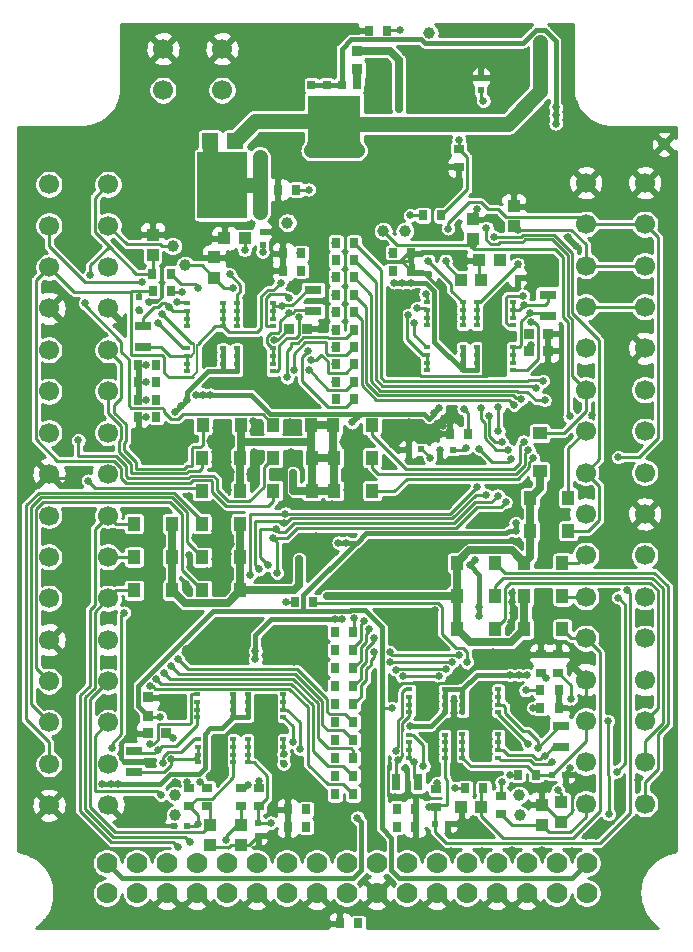
<source format=gbl>
G04 #@! TF.GenerationSoftware,KiCad,Pcbnew,(5.1.9)-1*
G04 #@! TF.CreationDate,2021-04-22T12:56:58-04:00*
G04 #@! TF.ProjectId,RoboRIO-IO-Link-Master,526f626f-5249-44f2-9d49-4f2d4c696e6b,rev?*
G04 #@! TF.SameCoordinates,Original*
G04 #@! TF.FileFunction,Copper,L2,Bot*
G04 #@! TF.FilePolarity,Positive*
%FSLAX46Y46*%
G04 Gerber Fmt 4.6, Leading zero omitted, Abs format (unit mm)*
G04 Created by KiCad (PCBNEW (5.1.9)-1) date 2021-04-22 12:56:58*
%MOMM*%
%LPD*%
G01*
G04 APERTURE LIST*
G04 #@! TA.AperFunction,SMDPad,CuDef*
%ADD10R,0.508000X0.406400*%
G04 #@! TD*
G04 #@! TA.AperFunction,SMDPad,CuDef*
%ADD11R,0.558800X0.406400*%
G04 #@! TD*
G04 #@! TA.AperFunction,ComponentPad*
%ADD12C,1.699999*%
G04 #@! TD*
G04 #@! TA.AperFunction,SMDPad,CuDef*
%ADD13R,1.092200X1.193800*%
G04 #@! TD*
G04 #@! TA.AperFunction,ComponentPad*
%ADD14C,1.778000*%
G04 #@! TD*
G04 #@! TA.AperFunction,SMDPad,CuDef*
%ADD15R,1.397000X1.447800*%
G04 #@! TD*
G04 #@! TA.AperFunction,SMDPad,CuDef*
%ADD16R,4.191000X5.613400*%
G04 #@! TD*
G04 #@! TA.AperFunction,ComponentPad*
%ADD17C,1.000000*%
G04 #@! TD*
G04 #@! TA.AperFunction,SMDPad,CuDef*
%ADD18R,0.500000X0.605600*%
G04 #@! TD*
G04 #@! TA.AperFunction,SMDPad,CuDef*
%ADD19R,0.605600X0.500000*%
G04 #@! TD*
G04 #@! TA.AperFunction,SMDPad,CuDef*
%ADD20R,1.100000X1.000000*%
G04 #@! TD*
G04 #@! TA.AperFunction,SMDPad,CuDef*
%ADD21R,1.000000X1.100000*%
G04 #@! TD*
G04 #@! TA.AperFunction,SMDPad,CuDef*
%ADD22R,0.870000X0.930000*%
G04 #@! TD*
G04 #@! TA.AperFunction,SMDPad,CuDef*
%ADD23R,0.930000X0.870000*%
G04 #@! TD*
G04 #@! TA.AperFunction,SMDPad,CuDef*
%ADD24R,4.510001X4.295000*%
G04 #@! TD*
G04 #@! TA.AperFunction,SMDPad,CuDef*
%ADD25R,0.675000X0.655000*%
G04 #@! TD*
G04 #@! TA.AperFunction,SMDPad,CuDef*
%ADD26R,0.675000X0.750001*%
G04 #@! TD*
G04 #@! TA.AperFunction,SMDPad,CuDef*
%ADD27R,0.812800X0.762000*%
G04 #@! TD*
G04 #@! TA.AperFunction,SMDPad,CuDef*
%ADD28R,0.762000X0.812800*%
G04 #@! TD*
G04 #@! TA.AperFunction,SMDPad,CuDef*
%ADD29R,0.803200X1.450000*%
G04 #@! TD*
G04 #@! TA.AperFunction,SMDPad,CuDef*
%ADD30R,1.450000X0.803200*%
G04 #@! TD*
G04 #@! TA.AperFunction,SMDPad,CuDef*
%ADD31R,1.193800X1.092200*%
G04 #@! TD*
G04 #@! TA.AperFunction,ViaPad*
%ADD32C,0.635000*%
G04 #@! TD*
G04 #@! TA.AperFunction,Conductor*
%ADD33C,0.254000*%
G04 #@! TD*
G04 #@! TA.AperFunction,Conductor*
%ADD34C,0.381000*%
G04 #@! TD*
G04 #@! TA.AperFunction,Conductor*
%ADD35C,1.270000*%
G04 #@! TD*
G04 #@! TA.AperFunction,Conductor*
%ADD36C,0.152400*%
G04 #@! TD*
G04 #@! TA.AperFunction,Conductor*
%ADD37C,0.635000*%
G04 #@! TD*
G04 #@! TA.AperFunction,Conductor*
%ADD38C,0.203200*%
G04 #@! TD*
G04 #@! TA.AperFunction,Conductor*
%ADD39C,0.100000*%
G04 #@! TD*
G04 APERTURE END LIST*
D10*
X45002300Y-89570199D03*
X45002300Y-88920201D03*
X45002300Y-88270199D03*
X45002300Y-87620201D03*
D11*
X41967300Y-87620201D03*
X41967300Y-88270199D03*
X41967300Y-88920201D03*
X41967300Y-89570199D03*
D10*
X46183700Y-87620201D03*
X46183700Y-88270199D03*
X46183700Y-88920201D03*
X46183700Y-89570199D03*
D11*
X49218700Y-89570199D03*
X49218700Y-88920201D03*
X49218700Y-88270199D03*
X49218700Y-87620201D03*
D10*
X46183700Y-91430201D03*
X46183700Y-92080199D03*
X46183700Y-92730201D03*
X46183700Y-93380199D03*
D11*
X49218700Y-93380199D03*
X49218700Y-92730201D03*
X49218700Y-92080199D03*
X49218700Y-91430201D03*
D10*
X45002300Y-93380199D03*
X45002300Y-92730201D03*
X45002300Y-92080199D03*
X45002300Y-91430201D03*
D11*
X41967300Y-91430201D03*
X41967300Y-92080199D03*
X41967300Y-92730201D03*
X41967300Y-93380199D03*
D10*
X66503700Y-87518601D03*
X66503700Y-88168599D03*
X66503700Y-88818601D03*
X66503700Y-89468599D03*
D11*
X69538700Y-89468599D03*
X69538700Y-88818601D03*
X69538700Y-88168599D03*
X69538700Y-87518601D03*
D10*
X65322300Y-89468599D03*
X65322300Y-88818601D03*
X65322300Y-88168599D03*
X65322300Y-87518601D03*
D11*
X62287300Y-87518601D03*
X62287300Y-88168599D03*
X62287300Y-88818601D03*
X62287300Y-89468599D03*
D10*
X65322300Y-93278599D03*
X65322300Y-92628601D03*
X65322300Y-91978599D03*
X65322300Y-91328601D03*
D11*
X62287300Y-91328601D03*
X62287300Y-91978599D03*
X62287300Y-92628601D03*
X62287300Y-93278599D03*
D10*
X66503700Y-91328601D03*
X66503700Y-91978599D03*
X66503700Y-92628601D03*
X66503700Y-93278599D03*
D11*
X69538700Y-93278599D03*
X69538700Y-92628601D03*
X69538700Y-91978599D03*
X69538700Y-91328601D03*
D10*
X65284500Y-120284601D03*
X65284500Y-120934599D03*
X65284500Y-121584601D03*
X65284500Y-122234599D03*
D11*
X68319500Y-122234599D03*
X68319500Y-121584601D03*
X68319500Y-120934599D03*
X68319500Y-120284601D03*
D12*
X80720006Y-94927997D03*
X75720006Y-91427999D03*
X75720006Y-101938397D03*
X80720006Y-87917597D03*
X80720006Y-84417599D03*
X75720006Y-98438399D03*
X75720006Y-80907197D03*
X80720006Y-101938397D03*
X75720006Y-87917597D03*
X80720006Y-98438399D03*
X80720006Y-80907197D03*
X75720006Y-84417599D03*
X75720006Y-77407199D03*
X80720006Y-77407199D03*
X75720006Y-94927997D03*
X80720006Y-91427999D03*
X80720006Y-108948797D03*
X75720006Y-105448799D03*
X75720006Y-115959197D03*
X75720006Y-112459199D03*
X80720006Y-115959197D03*
X80720006Y-112459199D03*
X75720006Y-108948797D03*
X80720006Y-105448799D03*
X75720006Y-122969597D03*
X75720006Y-119469599D03*
X80720006Y-122969597D03*
X80720006Y-119469599D03*
X75720006Y-129979997D03*
X80720006Y-129979997D03*
X80720006Y-126479999D03*
X75720006Y-126479999D03*
D10*
X65284500Y-124120001D03*
X65284500Y-124769999D03*
X65284500Y-125420001D03*
X65284500Y-126069999D03*
D11*
X68319500Y-126069999D03*
X68319500Y-125420001D03*
X68319500Y-124769999D03*
X68319500Y-124120001D03*
D10*
X63798300Y-126095399D03*
X63798300Y-125445401D03*
X63798300Y-124795399D03*
X63798300Y-124145401D03*
D11*
X60763300Y-124145401D03*
X60763300Y-124795399D03*
X60763300Y-125445401D03*
X60763300Y-126095399D03*
D10*
X63798300Y-122234599D03*
X63798300Y-121584601D03*
X63798300Y-120934599D03*
X63798300Y-120284601D03*
D11*
X60763300Y-120284601D03*
X60763300Y-120934599D03*
X60763300Y-121584601D03*
X60763300Y-122234599D03*
D13*
X73748900Y-112395000D03*
X70523100Y-112395000D03*
D14*
X35179000Y-137541000D03*
X35179000Y-135001000D03*
X75819000Y-137541000D03*
X75819000Y-135001000D03*
X37719000Y-135001000D03*
X37719000Y-137541000D03*
X40259000Y-135001000D03*
X40259000Y-137541000D03*
X42799000Y-137541000D03*
X42799000Y-135001000D03*
X52959000Y-137541000D03*
X47879000Y-135001000D03*
X52959000Y-135001000D03*
X50419000Y-137541000D03*
X45339000Y-137541000D03*
X50419000Y-135001000D03*
X45339000Y-135001000D03*
X47879000Y-137541000D03*
X63119000Y-137541000D03*
X58039000Y-135001000D03*
X63119000Y-135001000D03*
X60579000Y-137541000D03*
X55499000Y-137541000D03*
X60579000Y-135001000D03*
X55499000Y-135001000D03*
X58039000Y-137541000D03*
X68199000Y-137541000D03*
X65659000Y-135001000D03*
X65659000Y-137541000D03*
X68199000Y-135001000D03*
X73279000Y-137541000D03*
X70739000Y-135001000D03*
X70739000Y-137541000D03*
X73279000Y-135001000D03*
D15*
X46008000Y-73901300D03*
X43908000Y-73901300D03*
D16*
X44958000Y-77584300D03*
D17*
X40741600Y-82753200D03*
X41808400Y-84378800D03*
X58572400Y-81483200D03*
X60401200Y-81483200D03*
X40944800Y-130911600D03*
X40944800Y-129235200D03*
X70104000Y-129235200D03*
X70154800Y-130937000D03*
X50444400Y-80772000D03*
X62484000Y-64719200D03*
X82372200Y-74142600D03*
D18*
X66852800Y-68484400D03*
X66852800Y-69590000D03*
D19*
X63353600Y-100025200D03*
X64459200Y-100025200D03*
X61817600Y-99974400D03*
X60712000Y-99974400D03*
X62947200Y-131673600D03*
X64052800Y-131673600D03*
D20*
X65190000Y-130251200D03*
X66890000Y-130251200D03*
D21*
X73660000Y-131533000D03*
X73660000Y-129833000D03*
X71983600Y-130048000D03*
X71983600Y-131748000D03*
D19*
X72904000Y-127508000D03*
X74009600Y-127508000D03*
D22*
X40200800Y-124002800D03*
X38640800Y-124002800D03*
D19*
X42005600Y-131876800D03*
X40900000Y-131876800D03*
D23*
X38658800Y-120987600D03*
X38658800Y-122547600D03*
D21*
X43942000Y-133488800D03*
X43942000Y-131788800D03*
X46532800Y-133488800D03*
X46532800Y-131788800D03*
D18*
X48006000Y-131578000D03*
X48006000Y-132683600D03*
D22*
X70949600Y-90170000D03*
X72509600Y-90170000D03*
D18*
X69951600Y-84334000D03*
X69951600Y-85439600D03*
D22*
X72509600Y-91643200D03*
X70949600Y-91643200D03*
D20*
X66727600Y-83972400D03*
X68427600Y-83972400D03*
D21*
X69621400Y-79402200D03*
X69621400Y-81102200D03*
X66141600Y-80494400D03*
X66141600Y-82194400D03*
D20*
X66876400Y-85598000D03*
X65176400Y-85598000D03*
D18*
X62382400Y-84029200D03*
X62382400Y-85134800D03*
X48361600Y-82645600D03*
X48361600Y-81540000D03*
D22*
X52138800Y-89763600D03*
X50578800Y-89763600D03*
D20*
X45137600Y-82092800D03*
X46837600Y-82092800D03*
D21*
X44246800Y-83732000D03*
X44246800Y-85432000D03*
X39065200Y-81801600D03*
X39065200Y-83501600D03*
D18*
X37896800Y-87077200D03*
X37896800Y-88182800D03*
D12*
X39929999Y-66068001D03*
X39929999Y-69567999D03*
X44929999Y-66068001D03*
X44929999Y-69567999D03*
X30277994Y-112590003D03*
X35277994Y-116090001D03*
X35277994Y-105579603D03*
X30277994Y-119600403D03*
X30277994Y-123100401D03*
X35277994Y-109079601D03*
X35277994Y-126610803D03*
X30277994Y-105579603D03*
X35277994Y-119600403D03*
X30277994Y-109079601D03*
X30277994Y-126610803D03*
X35277994Y-123100401D03*
X35277994Y-130110801D03*
X30277994Y-130110801D03*
X35277994Y-112590003D03*
X30277994Y-116090001D03*
X30277994Y-98569203D03*
X35277994Y-102069201D03*
X35277994Y-91558803D03*
X35277994Y-95058801D03*
X30277994Y-91558803D03*
X30277994Y-95058801D03*
X35277994Y-98569203D03*
X30277994Y-102069201D03*
X35277994Y-84548403D03*
X35277994Y-88048401D03*
X30277994Y-84548403D03*
X30277994Y-88048401D03*
X35277994Y-77538003D03*
X30277994Y-77538003D03*
X30277994Y-81038001D03*
X35277994Y-81038001D03*
D24*
X54419500Y-72199500D03*
D25*
X52502006Y-74674499D03*
X53780337Y-74674499D03*
X55058668Y-74674499D03*
X56336999Y-74674499D03*
D26*
X56336999Y-69121899D03*
X55058668Y-69121899D03*
X53780337Y-69121899D03*
X52502006Y-69121899D03*
D27*
X64973200Y-76060300D03*
X64973200Y-74510900D03*
D28*
X63512700Y-80162400D03*
X61963300Y-80162400D03*
D23*
X56388000Y-66230500D03*
X56388000Y-67790500D03*
D28*
X65747900Y-98653600D03*
X64198500Y-98653600D03*
X56451500Y-140106400D03*
X54902100Y-140106400D03*
X58940700Y-64516000D03*
X57391300Y-64516000D03*
X51219100Y-77978000D03*
X49669700Y-77978000D03*
X54495700Y-115468400D03*
X56045100Y-115468400D03*
X54495700Y-116992400D03*
X56045100Y-116992400D03*
X54495700Y-118516400D03*
X56045100Y-118516400D03*
X54495700Y-120040400D03*
X56045100Y-120040400D03*
X54495700Y-121564400D03*
X56045100Y-121564400D03*
X59728100Y-130403600D03*
X61277500Y-130403600D03*
X59728100Y-131927600D03*
X61277500Y-131927600D03*
D29*
X59702800Y-128117600D03*
X61506000Y-128117600D03*
D27*
X63042800Y-130263900D03*
X63042800Y-128714500D03*
D28*
X67068700Y-128676400D03*
X65519300Y-128676400D03*
D27*
X68554600Y-130873500D03*
X68554600Y-129324100D03*
D28*
X71513700Y-127508000D03*
X69964300Y-127508000D03*
X71894700Y-120370600D03*
X73444100Y-120370600D03*
X71894700Y-121869200D03*
X73444100Y-121869200D03*
D27*
X71907400Y-118872000D03*
X71907400Y-117322600D03*
X73406000Y-118872000D03*
X73406000Y-117322600D03*
D30*
X73609200Y-125209200D03*
X73609200Y-123406000D03*
D28*
X54495700Y-123088400D03*
X56045100Y-123088400D03*
X54495700Y-124612400D03*
X56045100Y-124612400D03*
X54495700Y-126136400D03*
X56045100Y-126136400D03*
X54495700Y-127660400D03*
X56045100Y-127660400D03*
X54495700Y-129184400D03*
X56045100Y-129184400D03*
X52031900Y-130454400D03*
X50482500Y-130454400D03*
X52031900Y-131927600D03*
X50482500Y-131927600D03*
D30*
X37439600Y-125488800D03*
X37439600Y-127292000D03*
D27*
X42164000Y-130213100D03*
X42164000Y-128663700D03*
X43688000Y-130213100D03*
X43688000Y-128663700D03*
X46532800Y-130213100D03*
X46532800Y-128663700D03*
X48056800Y-130213100D03*
X48056800Y-128663700D03*
D28*
X54546500Y-82473800D03*
X56095900Y-82473800D03*
X54546500Y-83947000D03*
X56095900Y-83947000D03*
X54546500Y-86893400D03*
X56095900Y-86893400D03*
X54546500Y-85420200D03*
X56095900Y-85420200D03*
X54546500Y-88366600D03*
X56095900Y-88366600D03*
X59372500Y-83362800D03*
X60921900Y-83362800D03*
X59385200Y-84836000D03*
X60934600Y-84836000D03*
D30*
X72491600Y-88684000D03*
X72491600Y-86880800D03*
D28*
X54546500Y-89839800D03*
X56095900Y-89839800D03*
X54546500Y-91313000D03*
X56095900Y-91313000D03*
X54546500Y-94259400D03*
X56095900Y-94259400D03*
X54546500Y-92786200D03*
X56095900Y-92786200D03*
X54546500Y-95732600D03*
X56095900Y-95732600D03*
X51625500Y-83362800D03*
X50076100Y-83362800D03*
X51625500Y-84836000D03*
X50076100Y-84836000D03*
D30*
X52628800Y-88277600D03*
X52628800Y-86474400D03*
D28*
X39039800Y-85090000D03*
X40589200Y-85090000D03*
X39052500Y-86563200D03*
X40601900Y-86563200D03*
X39382700Y-97231200D03*
X37833300Y-97231200D03*
X39382700Y-95758000D03*
X37833300Y-95758000D03*
X39382700Y-94284800D03*
X37833300Y-94284800D03*
X39382700Y-92811600D03*
X37833300Y-92811600D03*
D30*
X38201600Y-89522400D03*
X38201600Y-91325600D03*
D13*
X73748900Y-109601000D03*
X70523100Y-109601000D03*
X73748900Y-115189000D03*
X70523100Y-115189000D03*
X68033900Y-115189000D03*
X64808100Y-115189000D03*
X68033900Y-109601000D03*
X64808100Y-109601000D03*
X68033900Y-112395000D03*
X64808100Y-112395000D03*
X43243500Y-106273600D03*
X46469300Y-106273600D03*
X43243500Y-111912400D03*
X46469300Y-111912400D03*
X43243500Y-109118400D03*
X46469300Y-109118400D03*
X37488299Y-111912400D03*
X40714099Y-111912400D03*
X37452300Y-106273600D03*
X40678100Y-106273600D03*
X37488299Y-109095699D03*
X40714099Y-109095699D03*
X57645300Y-103479600D03*
X54419500Y-103479600D03*
X57594500Y-97891600D03*
X54368700Y-97891600D03*
X57645300Y-100685600D03*
X54419500Y-100685600D03*
D31*
X71831200Y-98615500D03*
X71831200Y-101841300D03*
D13*
X74256900Y-106883200D03*
X71031100Y-106883200D03*
X74256900Y-104089200D03*
X71031100Y-104089200D03*
X43243500Y-103479600D03*
X46469300Y-103479600D03*
X43294300Y-97891600D03*
X46520100Y-97891600D03*
X43243500Y-100685600D03*
X46469300Y-100685600D03*
X49288700Y-103479600D03*
X52514500Y-103479600D03*
X49237900Y-97891600D03*
X52463700Y-97891600D03*
X49288700Y-100685600D03*
X52514500Y-100685600D03*
D10*
X45865900Y-122666399D03*
X45865900Y-122016401D03*
X45865900Y-121366399D03*
X45865900Y-120716401D03*
D11*
X42830900Y-120716401D03*
X42830900Y-121366399D03*
X42830900Y-122016401D03*
X42830900Y-122666399D03*
D10*
X45891300Y-126476399D03*
X45891300Y-125826401D03*
X45891300Y-125176399D03*
X45891300Y-124526401D03*
D11*
X42856300Y-124526401D03*
X42856300Y-125176399D03*
X42856300Y-125826401D03*
X42856300Y-126476399D03*
D10*
X47098100Y-120716401D03*
X47098100Y-121366399D03*
X47098100Y-122016401D03*
X47098100Y-122666399D03*
D11*
X50133100Y-122666399D03*
X50133100Y-122016401D03*
X50133100Y-121366399D03*
X50133100Y-120716401D03*
D10*
X47098100Y-124526401D03*
X47098100Y-125176399D03*
X47098100Y-125826401D03*
X47098100Y-126476399D03*
D11*
X50133100Y-126476399D03*
X50133100Y-125826401D03*
X50133100Y-125176399D03*
X50133100Y-124526401D03*
D28*
X51079400Y-112903000D03*
X52628800Y-112903000D03*
D32*
X64541400Y-123215400D03*
X64541400Y-122301000D03*
X64541400Y-121310400D03*
X38608000Y-121056400D03*
X46101000Y-123621800D03*
X46837600Y-123545600D03*
X63728600Y-110871000D03*
X58216800Y-111277400D03*
X58343800Y-109169200D03*
X67995800Y-90449400D03*
X65913000Y-90398600D03*
X64211200Y-90347800D03*
X67894200Y-117170200D03*
X66014600Y-70459600D03*
X37896800Y-88163400D03*
X63347600Y-100025200D03*
X52095400Y-89763600D03*
X45643800Y-83769200D03*
X65862200Y-132562600D03*
X66217800Y-131241800D03*
X63449200Y-100990400D03*
X66725800Y-100914200D03*
X59613800Y-129438400D03*
X59055000Y-97764600D03*
X59029600Y-98983800D03*
X60731400Y-97688400D03*
X63474600Y-98704400D03*
X63677800Y-97967800D03*
X38582600Y-99491800D03*
X34315400Y-99745800D03*
X69824600Y-107823000D03*
X63042800Y-108788200D03*
X54533800Y-111175800D03*
X55499000Y-110159800D03*
X55575200Y-111201200D03*
X58420000Y-110236000D03*
X60604400Y-111226600D03*
X60299600Y-110185200D03*
X60858400Y-108889800D03*
X61976000Y-110185200D03*
X49758600Y-115290600D03*
X51104800Y-115290600D03*
X52527200Y-115265200D03*
X52527200Y-116586000D03*
X51028600Y-116586000D03*
X51028600Y-117957600D03*
X52628800Y-118033800D03*
X35585400Y-121183400D03*
X35255200Y-117906800D03*
X35331400Y-114173000D03*
X80289400Y-121285000D03*
X81178400Y-121310400D03*
X80289400Y-114173000D03*
X81203800Y-114173000D03*
X75488800Y-86080600D03*
X76403200Y-86080600D03*
X77317600Y-86106000D03*
X78308200Y-86055200D03*
X77089000Y-86944200D03*
X77063600Y-85217000D03*
X78054200Y-85242400D03*
X80746600Y-86106000D03*
X78409800Y-83718400D03*
X77343000Y-83718400D03*
X78384400Y-82677000D03*
X74193400Y-81991200D03*
X74904600Y-82753200D03*
X76530200Y-83032600D03*
X77012800Y-81864200D03*
X77470000Y-82753200D03*
X78155800Y-81737200D03*
X31826200Y-92405200D03*
X32918400Y-92405200D03*
X33934400Y-92354400D03*
X34061400Y-94183200D03*
X32969200Y-94208600D03*
X31927800Y-94234000D03*
X30276800Y-93243400D03*
X31369000Y-93268800D03*
X32461200Y-93268800D03*
X33451800Y-93294200D03*
X34594800Y-93218000D03*
X35560000Y-93243400D03*
X31800800Y-95732600D03*
X32969200Y-95783400D03*
X33909000Y-95834200D03*
X33832800Y-97790000D03*
X32867600Y-97764600D03*
X31851600Y-97764600D03*
X30226000Y-96774000D03*
X31165800Y-96748600D03*
X32258000Y-96723200D03*
X33426400Y-96748600D03*
X34417000Y-96697800D03*
X66852800Y-74320400D03*
X68148200Y-74345800D03*
X69316600Y-74345800D03*
X70383400Y-74371200D03*
X67487800Y-75133200D03*
X68757800Y-75158600D03*
X69900800Y-75184000D03*
X66700400Y-75768200D03*
X68122800Y-75844400D03*
X69367400Y-75869800D03*
X70561200Y-75920600D03*
X69977000Y-76454000D03*
X68732400Y-76479400D03*
X67386200Y-76403200D03*
X77698600Y-95631000D03*
X79070200Y-95656400D03*
X77698600Y-97713800D03*
X79248000Y-97713800D03*
X80899000Y-96672400D03*
X79679800Y-96672400D03*
X78359000Y-96647000D03*
X71551800Y-97078800D03*
X70434200Y-97053400D03*
X69291200Y-97383600D03*
X69469000Y-98272600D03*
X70561200Y-97917000D03*
X72313800Y-128549400D03*
X71297800Y-128600200D03*
X78562200Y-128219200D03*
X78536800Y-129082800D03*
X80111600Y-127939800D03*
X75768200Y-132689600D03*
X76606400Y-132689600D03*
X66929000Y-133959600D03*
X69494400Y-133934200D03*
X72034400Y-133934200D03*
X74574400Y-133985000D03*
X53187600Y-109829600D03*
X53873400Y-109194600D03*
X54432200Y-108661200D03*
X53848000Y-108127800D03*
X53035200Y-108940600D03*
X52959000Y-108102400D03*
X52908200Y-107289600D03*
X52324000Y-107746800D03*
X37896800Y-113919000D03*
X38862000Y-113919000D03*
X39674800Y-113944400D03*
X40563800Y-113944400D03*
X41376600Y-113969800D03*
X42214800Y-113969800D03*
X41783000Y-114731800D03*
X40894000Y-114706400D03*
X40081200Y-114681000D03*
X39217600Y-114630200D03*
X38354000Y-114554000D03*
X37287200Y-114579400D03*
X37871400Y-115189000D03*
X38785800Y-115265200D03*
X39700200Y-115316000D03*
X40563800Y-115341400D03*
X40309800Y-116103400D03*
X39395400Y-116103400D03*
X38404800Y-116103400D03*
X37566600Y-116128800D03*
X37160200Y-115519200D03*
X37134800Y-116967000D03*
X38074600Y-116992400D03*
X38963600Y-116967000D03*
X39751000Y-116789200D03*
X38735000Y-117779800D03*
X37566600Y-117652800D03*
X38125400Y-118262400D03*
X37236400Y-118364000D03*
X37287200Y-119176800D03*
X32410400Y-118364000D03*
X32435800Y-117475000D03*
X32512000Y-114477800D03*
X32486600Y-113665000D03*
X32562800Y-111302800D03*
X32562800Y-110490000D03*
X32740600Y-108000800D03*
X32766000Y-107264200D03*
X32283400Y-102412800D03*
X32740600Y-101777800D03*
X28905200Y-100838000D03*
X28905200Y-99999800D03*
X44450000Y-98196400D03*
X45262800Y-98221800D03*
X43891200Y-99288600D03*
X44780200Y-99288600D03*
X45669200Y-99288600D03*
X44348400Y-100228400D03*
X45364400Y-100228400D03*
X45415200Y-101066600D03*
X44373800Y-101066600D03*
X44856400Y-101803200D03*
X45669200Y-101904800D03*
X45237400Y-102616000D03*
X45415200Y-103428800D03*
X47548800Y-97612200D03*
X47548800Y-98450400D03*
X42113200Y-103886000D03*
X43002200Y-104775000D03*
X44196000Y-104800400D03*
X44323000Y-105638600D03*
X45440600Y-105664000D03*
X44907200Y-106273600D03*
X44373800Y-106883200D03*
X45440600Y-106959400D03*
X42621200Y-107492800D03*
X43561000Y-107518200D03*
X44805600Y-107543600D03*
X45669200Y-107975400D03*
X44170600Y-108077000D03*
X43103800Y-108026200D03*
X42138600Y-108940600D03*
X42189400Y-109905800D03*
X42824400Y-110490000D03*
X41859200Y-111404400D03*
X42138600Y-112141000D03*
X44399200Y-111963200D03*
X45237400Y-111709200D03*
X44323000Y-110845600D03*
X43637200Y-110312200D03*
X44526200Y-110083600D03*
X45415200Y-110642400D03*
X45288200Y-109728000D03*
X44297600Y-109296200D03*
X45415200Y-108864400D03*
X44881800Y-108280200D03*
X69469000Y-112141000D03*
X69265800Y-115316000D03*
X57734200Y-68808600D03*
X57556400Y-70662800D03*
X47726600Y-64897000D03*
X49123600Y-64897000D03*
X50546000Y-64922400D03*
X52044600Y-64947800D03*
X53771800Y-64922400D03*
X69418200Y-114579400D03*
X69596000Y-113817400D03*
X69494400Y-112928400D03*
X62941200Y-113614200D03*
X59359800Y-116154200D03*
X60299600Y-116179600D03*
X57048400Y-79756000D03*
X57912000Y-79756000D03*
X58826400Y-79756000D03*
X59867800Y-79756000D03*
X59512200Y-80568800D03*
X57531000Y-80568800D03*
X56286400Y-80492600D03*
X62280800Y-81889600D03*
X62890400Y-81254600D03*
X61696600Y-81229200D03*
X49682400Y-94538800D03*
X50571400Y-94894400D03*
X51460400Y-95021400D03*
X52095400Y-95656400D03*
X51409600Y-96113600D03*
X50596800Y-95707200D03*
X51308000Y-98298000D03*
X50800000Y-100203000D03*
X51358800Y-100914200D03*
X47625000Y-100203000D03*
X47599600Y-101015800D03*
X47294800Y-102082600D03*
X47599600Y-102895400D03*
X50673000Y-97688400D03*
X75742800Y-103581200D03*
X74955400Y-96266000D03*
X75336400Y-93319600D03*
X76250800Y-97053400D03*
X76174600Y-93319600D03*
X71323200Y-85674200D03*
X72339200Y-85648800D03*
X80213200Y-82702400D03*
X81000600Y-82677000D03*
X31902400Y-127381000D03*
X31927800Y-125806200D03*
X31927800Y-123875800D03*
X51130200Y-86106000D03*
X52425600Y-82296000D03*
X43307000Y-81661000D03*
X42926000Y-82524600D03*
X42062400Y-82905600D03*
X42164000Y-82067400D03*
X36931600Y-83337400D03*
X41910000Y-116916200D03*
X49174400Y-132664200D03*
X52628800Y-85013800D03*
X52578000Y-84074000D03*
X52628800Y-83185000D03*
X41503600Y-81584800D03*
X40538400Y-81610200D03*
X58877200Y-101066600D03*
X60020200Y-104419400D03*
X60858400Y-104394000D03*
X55626000Y-101041200D03*
X55753000Y-98653600D03*
X54279800Y-104571800D03*
X56134000Y-101600000D03*
X56057800Y-100355400D03*
X56032400Y-99441000D03*
X55194200Y-99390200D03*
X55473600Y-103428800D03*
X38887400Y-126466600D03*
X40919400Y-128143000D03*
X59385200Y-87807800D03*
X55372000Y-130530600D03*
X54305200Y-130556000D03*
X53289200Y-130581400D03*
X53390800Y-131673600D03*
X54432200Y-131648200D03*
X55422800Y-131622800D03*
X28727400Y-132461000D03*
X30022800Y-132435600D03*
X31419800Y-132435600D03*
X32918400Y-132461000D03*
X33909000Y-133553200D03*
X32258000Y-133578600D03*
X30835600Y-133553200D03*
X29464000Y-133553200D03*
X30251400Y-134747000D03*
X31623000Y-134670800D03*
X33274000Y-134696200D03*
X32537400Y-135813800D03*
X31038800Y-135813800D03*
X31800800Y-136906000D03*
X32766000Y-137693400D03*
X31521400Y-138353800D03*
X33274000Y-139395200D03*
X34391600Y-139954000D03*
X32232600Y-140131800D03*
X31013400Y-139598400D03*
X37236400Y-130022600D03*
X37998400Y-130835400D03*
X38785800Y-131521200D03*
X37312600Y-131521200D03*
X36830000Y-130860800D03*
X38912800Y-138861800D03*
X41554400Y-138938000D03*
X44145200Y-138861800D03*
X46558200Y-138887200D03*
X49301400Y-138887200D03*
X51562000Y-138861800D03*
X54330600Y-138836400D03*
X56667400Y-138861800D03*
X59410600Y-138963400D03*
X61722000Y-138887200D03*
X64566800Y-138861800D03*
X66827400Y-138861800D03*
X69469000Y-138887200D03*
X72161400Y-138836400D03*
X74523600Y-138836400D03*
X77063600Y-136220200D03*
X61798200Y-133807200D03*
X38963600Y-134035800D03*
X36423600Y-134010400D03*
X64338200Y-133959600D03*
X30048200Y-107365800D03*
X30861000Y-107365800D03*
X31673800Y-106603800D03*
X33197800Y-106451400D03*
X31750000Y-107873800D03*
X30124400Y-110845600D03*
X31038800Y-110845600D03*
X31597600Y-110083600D03*
X33299400Y-109931200D03*
X33324800Y-111861600D03*
X33350200Y-110896400D03*
X31673800Y-111810800D03*
X31826200Y-110972600D03*
X30099000Y-114198400D03*
X31013400Y-114198400D03*
X31572200Y-113512600D03*
X31750000Y-114858800D03*
X32918400Y-115316000D03*
X32105600Y-115722400D03*
X32893000Y-116205000D03*
X32029400Y-116636800D03*
X31521400Y-117602000D03*
X30708600Y-118008400D03*
X29972000Y-117983000D03*
X31546800Y-118541800D03*
X32207200Y-120472200D03*
X31267400Y-120777000D03*
X29591000Y-121234200D03*
X30530800Y-121310400D03*
X31927800Y-121285000D03*
X32004000Y-122301000D03*
X31267400Y-121818400D03*
X34721800Y-121564400D03*
X37312600Y-122758200D03*
X28905200Y-128905000D03*
X28194000Y-128270000D03*
X27965400Y-126923800D03*
X27940000Y-125806200D03*
X28194000Y-124790200D03*
X28194000Y-129692400D03*
X28346400Y-131114800D03*
X28219400Y-133502400D03*
X36474400Y-138709400D03*
X32054800Y-131114800D03*
X32080200Y-129311400D03*
X34950400Y-110871000D03*
X35712400Y-110921800D03*
X37541200Y-110490000D03*
X37465000Y-107645200D03*
X36423600Y-107619800D03*
X35560000Y-107010200D03*
X35001200Y-107492800D03*
X39014400Y-105283000D03*
X39039800Y-106222800D03*
X39039800Y-107188000D03*
X39522400Y-108051600D03*
X38481000Y-107975400D03*
X39065200Y-108940600D03*
X39090600Y-109956600D03*
X39624000Y-110794800D03*
X38531800Y-110794800D03*
X39065200Y-111658400D03*
X39065200Y-112649000D03*
X39979600Y-113182400D03*
X38277800Y-113207800D03*
X37388800Y-113157000D03*
X49707800Y-116382800D03*
X48818800Y-115874800D03*
X50368200Y-115900200D03*
X51866800Y-116001800D03*
X51790600Y-117271800D03*
X50469800Y-117271800D03*
X62001400Y-108788200D03*
X77698600Y-133858000D03*
X79019400Y-133858000D03*
X80365600Y-133858000D03*
X82042000Y-133908800D03*
X81178400Y-134620000D03*
X79603600Y-134670800D03*
X78282800Y-134645400D03*
X77546200Y-135382000D03*
X78968600Y-135458200D03*
X80441800Y-135534400D03*
X79705200Y-136169400D03*
X78206600Y-136144000D03*
X77571600Y-137033000D03*
X79019400Y-137033000D03*
X79933800Y-137642600D03*
X78232000Y-137795000D03*
X77190600Y-138480800D03*
X79121000Y-138480800D03*
X80314800Y-139242800D03*
X78206600Y-139192000D03*
X76098400Y-139369800D03*
X77216000Y-140004800D03*
X79502000Y-140106400D03*
X81076800Y-140233400D03*
X75006200Y-140106400D03*
X73202800Y-140106400D03*
X70739000Y-140131800D03*
X68097400Y-140131800D03*
X65735200Y-140182600D03*
X63169800Y-140157200D03*
X60553600Y-140157200D03*
X58216800Y-140208000D03*
X60350400Y-133299200D03*
X62433200Y-133045200D03*
X50723800Y-128549400D03*
X52654200Y-128244600D03*
X53365400Y-128905000D03*
X52654200Y-129362200D03*
X69545200Y-117246400D03*
X70586600Y-117221000D03*
X70027800Y-117983000D03*
X70154800Y-66548000D03*
X70154800Y-67513200D03*
X70154800Y-68808600D03*
X30276800Y-89916000D03*
X34493200Y-90119200D03*
X33451800Y-90601800D03*
X31826200Y-90601800D03*
X32232600Y-87757000D03*
X30302200Y-86182200D03*
X31445200Y-86842600D03*
X31572200Y-89306400D03*
X32842200Y-88696800D03*
X33578800Y-89484200D03*
X32486600Y-89763600D03*
X46431200Y-117856000D03*
X46431200Y-117180600D03*
X45593000Y-117830600D03*
X38455600Y-97231200D03*
X38455600Y-95758000D03*
X38455600Y-94284800D03*
X38506400Y-92811600D03*
X65633600Y-64363600D03*
X66929000Y-64363600D03*
X66294000Y-64770000D03*
X70104000Y-64744600D03*
X70688200Y-64236600D03*
X69443600Y-64211200D03*
X68199000Y-64236600D03*
X63474600Y-64185800D03*
X77978000Y-121818400D03*
X77978000Y-120904000D03*
X77978000Y-119989600D03*
X77978000Y-119075200D03*
X77978000Y-118364000D03*
X76250800Y-121361200D03*
X74574400Y-121970800D03*
X77266800Y-113487200D03*
X78079600Y-107289600D03*
X78384400Y-103428800D03*
X73253600Y-102311200D03*
X72745600Y-105410000D03*
X72593200Y-108153200D03*
X78435200Y-74066400D03*
X78130400Y-78435200D03*
X73202800Y-78790800D03*
X66751200Y-105664000D03*
X66141600Y-106375200D03*
X78384400Y-93167200D03*
X78282800Y-89611200D03*
X78333600Y-91389200D03*
X39624000Y-75590400D03*
X29108400Y-73863200D03*
X31038800Y-73863200D03*
X33832800Y-73863200D03*
X35814000Y-72694800D03*
X36982400Y-70866000D03*
X37439600Y-68122800D03*
X37338000Y-65379600D03*
X29108400Y-75844400D03*
X31038800Y-75844400D03*
X33832800Y-75742800D03*
X36728400Y-74828400D03*
X38557200Y-72288400D03*
X42367200Y-67614800D03*
X42468800Y-64770000D03*
X37236400Y-72694800D03*
X35255200Y-74472800D03*
X32359600Y-74828400D03*
X30073600Y-74777600D03*
X28397200Y-78892400D03*
X28448000Y-77165200D03*
X28244800Y-74828400D03*
X30022800Y-72948800D03*
X32562800Y-72948800D03*
X32461200Y-76250800D03*
X35560000Y-75895200D03*
X34696400Y-72948800D03*
X38557200Y-74066400D03*
X41706800Y-74523600D03*
X41757600Y-72136000D03*
X40233600Y-73456800D03*
X40233600Y-71374000D03*
X38608000Y-70764400D03*
X39268400Y-67919600D03*
X37896800Y-69443600D03*
X37541200Y-66751200D03*
X38252400Y-64414400D03*
X42468800Y-66090800D03*
X47701200Y-66446400D03*
X47650400Y-67614800D03*
X46024800Y-67919600D03*
X42824400Y-71120000D03*
X46431200Y-71120000D03*
X48768000Y-73558400D03*
X37846000Y-76200000D03*
X37236400Y-77774800D03*
X37795200Y-79400400D03*
X39573200Y-79400400D03*
X41554400Y-79451200D03*
X41656000Y-77774800D03*
X41706800Y-76301600D03*
X40233600Y-77114400D03*
X38862000Y-77978000D03*
X31902400Y-78536800D03*
X33426400Y-78536800D03*
X32715200Y-82854800D03*
X40843200Y-99568000D03*
X78841600Y-132842000D03*
X80314800Y-132791200D03*
X81788000Y-132842000D03*
X82956400Y-132791200D03*
X82854800Y-131724400D03*
X81178400Y-131673600D03*
X79857600Y-131724400D03*
X82346800Y-130759200D03*
X82499200Y-129590800D03*
X82296000Y-128320800D03*
X82854800Y-127050800D03*
X82905600Y-125831600D03*
X77927200Y-114655600D03*
X76098400Y-114300000D03*
X75031600Y-114046000D03*
X73710800Y-113741200D03*
X72186800Y-113741200D03*
X72136000Y-112420400D03*
X72136000Y-115214400D03*
X76911200Y-107442000D03*
X78384400Y-104800400D03*
X78282800Y-105968800D03*
X79552800Y-107543600D03*
X81737200Y-107340400D03*
X81838800Y-103479600D03*
X81940400Y-100736400D03*
X79654400Y-103276400D03*
X72847200Y-103835200D03*
X72745600Y-106680000D03*
X74015600Y-108204000D03*
X73304400Y-101092000D03*
X39674800Y-100685600D03*
X41808400Y-98145600D03*
X41910000Y-99110800D03*
X41198800Y-100584000D03*
X39725600Y-99517200D03*
X38608000Y-100533200D03*
X40792400Y-98602800D03*
X60147200Y-74168000D03*
X50292000Y-79349600D03*
X50698400Y-69494400D03*
X54051200Y-66243200D03*
X54051200Y-67919600D03*
X51308000Y-65938400D03*
X52882800Y-65887600D03*
X49225200Y-66090800D03*
X49123600Y-67411600D03*
X55016400Y-64414400D03*
X74676000Y-71678800D03*
X76250800Y-73202800D03*
X80264000Y-73406000D03*
X76504800Y-74879200D03*
X80467200Y-74828400D03*
X77216000Y-73914000D03*
X79705200Y-74066400D03*
X77927200Y-74980800D03*
X79248000Y-74930000D03*
X79146400Y-73050400D03*
X77927200Y-73152000D03*
X81330800Y-73050400D03*
X75590400Y-75031600D03*
X75590400Y-72237600D03*
X74320400Y-70510400D03*
X74218800Y-69189600D03*
X74218800Y-68021200D03*
X74269600Y-66802000D03*
X74320400Y-65481200D03*
X74320400Y-64465200D03*
X62839600Y-77114400D03*
X38709600Y-87528400D03*
X66548000Y-79654400D03*
X68376800Y-81229200D03*
X31699200Y-100025200D03*
X58521600Y-133553200D03*
X78536800Y-109626400D03*
X77368400Y-109626400D03*
X73304400Y-97739200D03*
X74371200Y-126949200D03*
X76250800Y-128625600D03*
X61264800Y-86715600D03*
X53848000Y-76606400D03*
X54762400Y-76555600D03*
X55727600Y-76606400D03*
X59461400Y-120980200D03*
X66649600Y-123088400D03*
X47675800Y-92938600D03*
X67056000Y-70459600D03*
X73177400Y-72390000D03*
X73177400Y-71704200D03*
X73177400Y-71018400D03*
X70967600Y-90170000D03*
X48133000Y-75247500D03*
X48133000Y-76200000D03*
X48133000Y-79883000D03*
X48133000Y-78994000D03*
X48133000Y-78105000D03*
X48133000Y-77152500D03*
X40804399Y-124448001D03*
X60858400Y-80162400D03*
X34798000Y-128320800D03*
X35509200Y-128320800D03*
X36118800Y-128320800D03*
X41957754Y-95808800D03*
X41451277Y-96315277D03*
X40917877Y-96848677D03*
X59486800Y-85852000D03*
X60198000Y-85852000D03*
X60909200Y-85852000D03*
X70764400Y-119075200D03*
X70053200Y-119075200D03*
X69342000Y-119075200D03*
X60807600Y-123393200D03*
X62420500Y-130263900D03*
X79248000Y-111861600D03*
X39674800Y-122631200D03*
X49326800Y-90728800D03*
X71069200Y-91135200D03*
X54787811Y-107873789D03*
X55448211Y-107873789D03*
X69799200Y-106883200D03*
X69799200Y-106222800D03*
X59309000Y-121894600D03*
X78486000Y-112522000D03*
X78333600Y-127254000D03*
X73350503Y-128849503D03*
X77673200Y-130860800D03*
X77588803Y-122969597D03*
X56388000Y-131165600D03*
X62890400Y-96926400D03*
X63322200Y-96494600D03*
X55930800Y-97688400D03*
X56388000Y-97231200D03*
X42722800Y-95351600D03*
X43332400Y-95351600D03*
X43942000Y-95351600D03*
X47752000Y-117754400D03*
X47752000Y-117043200D03*
X55117999Y-114350799D03*
X54508400Y-114350800D03*
X66700400Y-113334800D03*
X66700400Y-114046000D03*
X65887600Y-109778800D03*
X66344800Y-109321600D03*
X42926000Y-131724400D03*
X39776400Y-129235200D03*
X36626800Y-113792000D03*
X35585400Y-125298200D03*
X45262800Y-133045200D03*
X41198800Y-133604000D03*
X49066800Y-131578000D03*
X42214800Y-133197600D03*
X33578800Y-102616000D03*
X48361600Y-83261200D03*
X45567600Y-85140800D03*
X46837600Y-83108800D03*
X45872400Y-86309200D03*
X38125400Y-85826600D03*
X32766000Y-99212400D03*
X33350200Y-87604600D03*
X33782000Y-85217000D03*
X49885600Y-85852000D03*
X71272400Y-100736400D03*
X69951600Y-84315300D03*
X78486000Y-100634800D03*
X64058800Y-81280000D03*
X70459600Y-99314000D03*
X68478400Y-84010500D03*
X70866000Y-100025200D03*
X69951600Y-81381600D03*
X66141600Y-82753200D03*
X74371200Y-97180400D03*
X67970400Y-81991200D03*
X63855600Y-84010500D03*
X67310000Y-81229200D03*
X62382400Y-84010500D03*
X71882000Y-65468500D03*
X71882000Y-69659500D03*
X71882000Y-67627500D03*
X71882000Y-66548000D03*
X71882000Y-68643500D03*
X56438800Y-140106400D03*
X59994800Y-64465200D03*
X52273200Y-77978000D03*
X54508400Y-115468400D03*
X54508400Y-120040400D03*
X54508400Y-121564400D03*
X59740800Y-130403600D03*
X59740800Y-131927600D03*
X54508400Y-123088400D03*
X54508400Y-127660400D03*
X54508400Y-129184400D03*
X52019200Y-130454400D03*
X52070000Y-131927600D03*
X54533800Y-82473800D03*
X54533800Y-85420200D03*
X54533800Y-88366600D03*
X59334400Y-83312000D03*
X59385200Y-84836000D03*
X54533800Y-89839800D03*
X54533800Y-92786200D03*
X54559200Y-95732600D03*
X51562000Y-83362800D03*
X51612800Y-84836000D03*
X66865500Y-96443800D03*
X65024000Y-117398800D03*
X49276000Y-107492800D03*
X49580800Y-110439200D03*
X68935600Y-104444800D03*
X69138800Y-100025200D03*
X59156600Y-117144800D03*
X68326000Y-96418400D03*
X68326000Y-98450400D03*
X63906400Y-118567200D03*
X50139600Y-106222800D03*
X48056810Y-110134410D03*
X67310000Y-103851150D03*
X59639200Y-118618000D03*
X68630800Y-99364800D03*
X67564000Y-97129600D03*
X64414400Y-117957600D03*
X49479200Y-106680000D03*
X48818800Y-109778800D03*
X68275200Y-103886000D03*
X59156600Y-117983000D03*
X50292000Y-105410000D03*
X47294800Y-110591600D03*
X66548000Y-103124000D03*
X63322200Y-119176800D03*
X60223400Y-119202200D03*
X64973200Y-73761600D03*
X59888001Y-71175999D03*
X56134000Y-114249200D03*
X56946800Y-114503200D03*
X54508400Y-116992400D03*
X57353200Y-115214400D03*
X54508400Y-118516400D03*
X57759600Y-115925600D03*
X57759600Y-117094000D03*
X59791600Y-126314200D03*
X61163200Y-126441200D03*
X63144400Y-128219200D03*
X64668400Y-128676400D03*
X68605400Y-128168400D03*
X69316600Y-127558800D03*
X70637400Y-120370600D03*
X71272400Y-121869200D03*
X72364600Y-119329200D03*
X74472800Y-121132600D03*
X72237600Y-125933200D03*
X71678800Y-125222000D03*
X41198800Y-117754400D03*
X40589200Y-118313200D03*
X54508400Y-124612400D03*
X54508400Y-126136400D03*
X39979600Y-118872000D03*
X39370000Y-119430800D03*
X38811200Y-120040400D03*
X39522400Y-125399800D03*
X40640000Y-126161800D03*
X41960800Y-128117600D03*
X43078400Y-128117600D03*
X47142400Y-128422400D03*
X48056800Y-128016000D03*
X51511200Y-125323600D03*
X50139600Y-125780800D03*
X72085200Y-94183200D03*
X54559200Y-83947000D03*
X71526400Y-94742000D03*
X54533800Y-86893400D03*
X70256400Y-95707200D03*
X72237600Y-95808800D03*
X69646800Y-96215200D03*
X70459600Y-87782400D03*
X70967600Y-88392000D03*
X60706000Y-88595200D03*
X61417200Y-88036400D03*
X50444400Y-93878400D03*
X51003200Y-93218000D03*
X54533800Y-91313000D03*
X54533800Y-94259400D03*
X52324000Y-93218000D03*
X52425600Y-92405200D03*
X52222400Y-91643200D03*
X50038000Y-87833200D03*
X50596800Y-88392000D03*
X42926000Y-86309200D03*
X41554400Y-86614000D03*
X39370000Y-97231200D03*
X39370000Y-95758000D03*
X39370000Y-94284800D03*
X39370000Y-92811600D03*
X40436800Y-87934800D03*
X39827200Y-88493600D03*
X53848000Y-112395000D03*
X55626000Y-112395000D03*
X54737000Y-112395000D03*
X50901600Y-101955600D03*
X50901600Y-102666800D03*
X50901600Y-103479600D03*
X51460400Y-109270800D03*
X51435000Y-110109000D03*
X51460400Y-110947200D03*
X59631580Y-125542040D03*
X61976000Y-126796800D03*
X50317400Y-112877600D03*
X70866000Y-124917200D03*
X72898000Y-126441200D03*
X38862000Y-124942600D03*
X39903400Y-126542800D03*
X50139600Y-126593600D03*
X50901600Y-124764800D03*
X65379600Y-96520000D03*
X71120000Y-89204800D03*
X70408800Y-86969600D03*
X65582800Y-99872800D03*
X62534800Y-100685600D03*
X61214000Y-89255600D03*
X62179200Y-86817200D03*
X51409600Y-88798400D03*
X50596800Y-87172800D03*
X41097200Y-87477600D03*
X39471600Y-89306400D03*
X66725800Y-99949000D03*
X69392800Y-100787200D03*
X65684400Y-118008400D03*
D33*
X47200800Y-133488800D02*
X48006000Y-132683600D01*
X46532800Y-133488800D02*
X47200800Y-133488800D01*
X44095301Y-133642101D02*
X43942000Y-133488800D01*
X45549313Y-133642101D02*
X44095301Y-133642101D01*
X45702614Y-133488800D02*
X45549313Y-133642101D01*
X46532800Y-133488800D02*
X45702614Y-133488800D01*
X60020199Y-84048601D02*
X58674001Y-84048601D01*
X60934600Y-84836000D02*
X60807598Y-84836000D01*
X60896499Y-84048601D02*
X60020199Y-84048601D01*
X66727600Y-85449200D02*
X66876400Y-85598000D01*
X66727600Y-83972400D02*
X66727600Y-85449200D01*
X74619614Y-121869200D02*
X74619614Y-121869200D01*
X73660000Y-131533000D02*
X74549000Y-130644000D01*
X74549000Y-130644000D02*
X74549000Y-129082800D01*
X72175000Y-130048000D02*
X73660000Y-131533000D01*
X71983600Y-130048000D02*
X72175000Y-130048000D01*
X59021799Y-129295411D02*
X59004200Y-126695200D01*
X59164788Y-129438400D02*
X59021799Y-129295411D01*
X59613800Y-129438400D02*
X59164788Y-129438400D01*
D34*
X50241190Y-103753150D02*
X51059840Y-104571800D01*
X50241190Y-101582798D02*
X50241190Y-103753150D01*
X50909788Y-100914200D02*
X50241190Y-101582798D01*
X51358800Y-100914200D02*
X50909788Y-100914200D01*
X51059840Y-104571800D02*
X54279800Y-104571800D01*
X54279800Y-104571800D02*
X55651400Y-104571800D01*
X37181778Y-124002800D02*
X36371699Y-124812879D01*
X38640800Y-124002800D02*
X37181778Y-124002800D01*
X36371699Y-124812879D02*
X36371699Y-126109899D01*
D33*
X60109099Y-87871301D02*
X61112400Y-86868000D01*
X61112400Y-86868000D02*
X61112400Y-86868000D01*
X58869577Y-84150199D02*
X57531000Y-82811622D01*
X60553601Y-84048601D02*
X58767979Y-84048601D01*
X57531000Y-82811622D02*
X57531000Y-80568800D01*
X58767979Y-84048601D02*
X57531000Y-82811622D01*
X59969399Y-84048601D02*
X58767979Y-84048601D01*
X60655200Y-83362800D02*
X59969399Y-84048601D01*
X60921900Y-83362800D02*
X60655200Y-83362800D01*
X38455600Y-97231200D02*
X38455600Y-97231200D01*
X37833300Y-95758000D02*
X38455600Y-95758000D01*
X38455600Y-95758000D02*
X38455600Y-95758000D01*
X37833300Y-94284800D02*
X38455600Y-94284800D01*
X38455600Y-94284800D02*
X38455600Y-94284800D01*
X37833300Y-92811600D02*
X38506400Y-92811600D01*
X38506400Y-92811600D02*
X38506400Y-92811600D01*
X65043814Y-119532400D02*
X64027814Y-119532400D01*
X67894200Y-117170200D02*
X67406014Y-117170200D01*
X64027814Y-119532400D02*
X63758214Y-119802000D01*
X64802513Y-119773701D02*
X63309499Y-119773701D01*
X66189607Y-118386607D02*
X64802513Y-119773701D01*
X67406014Y-117170200D02*
X66189607Y-118386607D01*
X66189607Y-118386607D02*
X65043814Y-119532400D01*
X63309499Y-119773701D02*
X62179200Y-120904000D01*
X75720006Y-120768808D02*
X75720006Y-119469599D01*
X74574400Y-121970800D02*
X75720006Y-120768808D01*
X73444100Y-121869200D02*
X74574400Y-121970800D01*
X39377622Y-87528400D02*
X39776400Y-87129622D01*
X38709600Y-87528400D02*
X39377622Y-87528400D01*
X39776400Y-87129622D02*
X39776400Y-85852000D01*
X66141600Y-80494400D02*
X66141600Y-80060800D01*
X66141600Y-80060800D02*
X66548000Y-79654400D01*
X66548000Y-79654400D02*
X66548000Y-79654400D01*
X38455600Y-97231200D02*
X37833300Y-97231200D01*
X30480000Y-102412800D02*
X32283400Y-102412800D01*
X28905200Y-100838000D02*
X30480000Y-102412800D01*
X74009600Y-127310800D02*
X74371200Y-126949200D01*
X74009600Y-127508000D02*
X74009600Y-127310800D01*
X61112400Y-86868000D02*
X61112400Y-86868000D01*
X67249400Y-93761200D02*
X61784379Y-93761200D01*
X67995800Y-93014800D02*
X67249400Y-93761200D01*
X61233400Y-85134800D02*
X60934600Y-84836000D01*
X62382400Y-85134800D02*
X61233400Y-85134800D01*
X56756301Y-80962501D02*
X56286400Y-80492600D01*
X56756301Y-82036923D02*
X56756301Y-80962501D01*
X58869577Y-84150199D02*
X56756301Y-82036923D01*
X60248799Y-84150199D02*
X58869577Y-84150199D01*
X60934600Y-84836000D02*
X60248799Y-84150199D01*
X60109099Y-92085920D02*
X60109099Y-87871301D01*
X61784379Y-93761200D02*
X60109099Y-92085920D01*
X60109099Y-87871301D02*
X61264800Y-86715600D01*
X66981221Y-93761200D02*
X61784379Y-93761200D01*
X67037101Y-93705320D02*
X66981221Y-93761200D01*
X67037101Y-90901880D02*
X67037101Y-93705320D01*
X66806479Y-90671258D02*
X67037101Y-90901880D01*
X63379511Y-90671258D02*
X66806479Y-90671258D01*
X63379511Y-86375564D02*
X63379511Y-90671258D01*
X61839947Y-84836000D02*
X63379511Y-86375564D01*
X60934600Y-84836000D02*
X61839947Y-84836000D01*
X59461400Y-120472200D02*
X60134499Y-119799101D01*
X59461400Y-120980200D02*
X59461400Y-120472200D01*
X61658501Y-119799101D02*
X61950600Y-120091200D01*
X60134499Y-119799101D02*
X61658501Y-119799101D01*
X66852800Y-69590000D02*
X66852800Y-70256400D01*
X66852800Y-70256400D02*
X67056000Y-70459600D01*
X67056000Y-70459600D02*
X67056000Y-70459600D01*
D34*
X52502006Y-69121899D02*
X53780337Y-69121899D01*
X53780337Y-69121899D02*
X55058668Y-69121899D01*
X72287063Y-64490590D02*
X73177400Y-65380927D01*
X71476937Y-64490590D02*
X72287063Y-64490590D01*
X70405426Y-65562101D02*
X71476937Y-64490590D01*
X62079407Y-65562101D02*
X70405426Y-65562101D01*
X61782607Y-65265301D02*
X62079407Y-65562101D01*
X55058668Y-66042610D02*
X55835977Y-65265301D01*
X55835977Y-65265301D02*
X61782607Y-65265301D01*
X55058668Y-69121899D02*
X55058668Y-66042610D01*
X73177400Y-65380927D02*
X73177400Y-71018400D01*
X73177400Y-72390000D02*
X73177400Y-72390000D01*
X73177400Y-71704200D02*
X73177400Y-72390000D01*
X73177400Y-71018400D02*
X73177400Y-71704200D01*
D35*
X44958000Y-77584300D02*
X47993300Y-77584300D01*
X47993300Y-77584300D02*
X48133000Y-77444600D01*
X48133000Y-77444600D02*
X48133000Y-77152500D01*
X48133000Y-75247500D02*
X48133000Y-75247500D01*
X48133000Y-76200000D02*
X48133000Y-77216000D01*
X48133000Y-77216000D02*
X48133000Y-78105000D01*
X48133000Y-79883000D02*
X48133000Y-79883000D01*
X48133000Y-77152500D02*
X48133000Y-75247500D01*
X48133000Y-75247500D02*
X48133000Y-79883000D01*
D33*
X61963300Y-80162400D02*
X60858400Y-80162400D01*
X60858400Y-80162400D02*
X60858400Y-80162400D01*
X40359198Y-124002800D02*
X40804399Y-124448001D01*
X40200800Y-124002800D02*
X40359198Y-124002800D01*
X60858400Y-80162400D02*
X60858400Y-80162400D01*
D34*
X45865900Y-120716401D02*
X45865900Y-121366399D01*
X45865900Y-121366399D02*
X45865900Y-122016401D01*
X45865900Y-122016401D02*
X45865900Y-122666399D01*
X47098100Y-120716401D02*
X47098100Y-121366399D01*
X47098100Y-121366399D02*
X47098100Y-122016401D01*
X47098100Y-122016401D02*
X47098100Y-122666399D01*
X45865900Y-122666399D02*
X47098100Y-122666399D01*
X34798000Y-128320800D02*
X35509200Y-128320800D01*
X35509200Y-128320800D02*
X36118800Y-128320800D01*
X40917877Y-96848677D02*
X41957754Y-95808800D01*
X45002300Y-93380199D02*
X46183700Y-93380199D01*
X45002300Y-93380199D02*
X45002300Y-92730201D01*
X45002300Y-92730201D02*
X45002300Y-92080199D01*
X45002300Y-92080199D02*
X45002300Y-91430201D01*
X46183700Y-91430201D02*
X46183700Y-92080199D01*
X46183700Y-92080199D02*
X46183700Y-92730201D01*
X46183700Y-92730201D02*
X46183700Y-93380199D01*
X65322300Y-91328601D02*
X65322300Y-91978599D01*
X65322300Y-91978599D02*
X65322300Y-92628601D01*
X65322300Y-92628601D02*
X65322300Y-93278599D01*
X66503700Y-93278599D02*
X66503700Y-92628601D01*
X66503700Y-91978599D02*
X66503700Y-92628601D01*
X66503700Y-91978599D02*
X66503700Y-91328601D01*
X62909601Y-86570207D02*
X62191394Y-85852000D01*
X62909601Y-90865900D02*
X62909601Y-86570207D01*
X65322300Y-93278599D02*
X62909601Y-90865900D01*
X62191394Y-85852000D02*
X60909200Y-85852000D01*
X59486800Y-85852000D02*
X59486800Y-85852000D01*
X60198000Y-85852000D02*
X59486800Y-85852000D01*
X60909200Y-85852000D02*
X60198000Y-85852000D01*
X65284500Y-122234599D02*
X65284500Y-121584601D01*
X65284500Y-121584601D02*
X65284500Y-120934599D01*
X65284500Y-120934599D02*
X65284500Y-120284601D01*
X63798300Y-120284601D02*
X63798300Y-120934599D01*
X63798300Y-120934599D02*
X63798300Y-121584601D01*
X63798300Y-121584601D02*
X63798300Y-122234599D01*
X65284500Y-120284601D02*
X66493901Y-119075200D01*
X66493901Y-119075200D02*
X69342000Y-119075200D01*
X70764400Y-119075200D02*
X70764400Y-119075200D01*
X70053200Y-119075200D02*
X70764400Y-119075200D01*
X69342000Y-119075200D02*
X70053200Y-119075200D01*
X65284500Y-120284601D02*
X63798300Y-120284601D01*
X62639699Y-123393200D02*
X63798300Y-122234599D01*
X60807600Y-123393200D02*
X62639699Y-123393200D01*
X65322300Y-93278599D02*
X66503700Y-93278599D01*
D35*
X43908000Y-76534300D02*
X44958000Y-77584300D01*
X43908000Y-73901300D02*
X43908000Y-76534300D01*
D34*
X43891200Y-93380199D02*
X45002300Y-93380199D01*
X41957754Y-95808800D02*
X41960800Y-95148400D01*
X43716807Y-93380199D02*
X43891200Y-93380199D01*
X41960800Y-95136206D02*
X43716807Y-93380199D01*
X41960800Y-95148400D02*
X41960800Y-95136206D01*
X44935899Y-123596400D02*
X45865900Y-122666399D01*
X43942000Y-123596400D02*
X44935899Y-123596400D01*
X43478601Y-124059799D02*
X43942000Y-123596400D01*
X43478601Y-126953920D02*
X43478601Y-124059799D01*
X40536967Y-127457199D02*
X42975322Y-127457199D01*
X42975322Y-127457199D02*
X43478601Y-126953920D01*
X39673366Y-128320800D02*
X40536967Y-127457199D01*
X36118800Y-128320800D02*
X39673366Y-128320800D01*
D33*
X63042800Y-131566000D02*
X63036800Y-131572000D01*
X63042800Y-130263900D02*
X63244499Y-130062201D01*
X75067803Y-109601000D02*
X75720006Y-108948797D01*
X73748900Y-109601000D02*
X75067803Y-109601000D01*
X63941399Y-130032199D02*
X63971401Y-130062201D01*
X63941399Y-127940237D02*
X63941399Y-130032199D01*
X63798300Y-127797138D02*
X63941399Y-127940237D01*
X63798300Y-124145401D02*
X63798300Y-127797138D01*
X63244499Y-130062201D02*
X63971401Y-130062201D01*
X62903100Y-130403600D02*
X63042800Y-130263900D01*
X62947200Y-130359500D02*
X63042800Y-130263900D01*
X62947200Y-131673600D02*
X62947200Y-130359500D01*
X63042800Y-130263900D02*
X62420500Y-130263900D01*
X62420500Y-130263900D02*
X62420500Y-130263900D01*
X62947200Y-132340000D02*
X62947200Y-131673600D01*
X63925221Y-133318021D02*
X62947200Y-132340000D01*
X76916695Y-133318021D02*
X63925221Y-133318021D01*
X79502000Y-130732716D02*
X76916695Y-133318021D01*
X79502000Y-112115600D02*
X79502000Y-130732716D01*
X79502000Y-112115600D02*
X79248000Y-111861600D01*
X79248000Y-111861600D02*
X79248000Y-111861600D01*
X38742400Y-122631200D02*
X38658800Y-122547600D01*
X39674800Y-122631200D02*
X38742400Y-122631200D01*
X49613600Y-90728800D02*
X50578800Y-89763600D01*
X49326800Y-90728800D02*
X49613600Y-90728800D01*
X70949600Y-91254800D02*
X71069200Y-91135200D01*
X70949600Y-91643200D02*
X70949600Y-91254800D01*
D34*
X74587099Y-136232901D02*
X75819000Y-135001000D01*
X58470800Y-132074922D02*
X59270901Y-132875023D01*
X57009793Y-113588799D02*
X58470800Y-115049806D01*
X59270901Y-132875023D02*
X59270901Y-135592313D01*
X55817007Y-113588799D02*
X57009793Y-113588799D01*
X59270901Y-135592313D02*
X59911489Y-136232901D01*
X55753505Y-113652301D02*
X55817007Y-113588799D01*
X59911489Y-136232901D02*
X74587099Y-136232901D01*
X37850899Y-119972507D02*
X44171105Y-113652301D01*
X51803301Y-112323877D02*
X51803301Y-113499899D01*
X56253389Y-107873789D02*
X51803301Y-112323877D01*
X51650899Y-113652301D02*
X55753505Y-113652301D01*
X51803301Y-113499899D02*
X51650899Y-113652301D01*
X44171105Y-113652301D02*
X51650899Y-113652301D01*
X56253389Y-107873789D02*
X55448211Y-107873789D01*
X54787811Y-107873789D02*
X54787811Y-107873789D01*
X55448211Y-107873789D02*
X54787811Y-107873789D01*
X58470800Y-121869200D02*
X58470800Y-132074922D01*
X58470800Y-115049806D02*
X58470800Y-121869200D01*
X69799200Y-106222800D02*
X69799200Y-106883200D01*
X56362611Y-107873789D02*
X56253389Y-107873789D01*
X57137260Y-107099140D02*
X56362611Y-107873789D01*
X68973660Y-107099140D02*
X57137260Y-107099140D01*
X69189600Y-106883200D02*
X68973660Y-107099140D01*
X69799200Y-106883200D02*
X69189600Y-106883200D01*
D33*
X58496200Y-121894600D02*
X58470800Y-121869200D01*
X59309000Y-121894600D02*
X58496200Y-121894600D01*
D34*
X38658800Y-122547600D02*
X37850899Y-121739699D01*
X37850899Y-121739699D02*
X37850899Y-119972507D01*
D33*
X74519097Y-115959197D02*
X73748900Y-115189000D01*
X75720006Y-115959197D02*
X74519097Y-115959197D01*
X66890000Y-128855100D02*
X67068700Y-128676400D01*
X66890000Y-130251200D02*
X66890000Y-128855100D01*
X76897006Y-130576663D02*
X76897006Y-117136197D01*
X74609658Y-132864011D02*
X76897006Y-130576663D01*
X68748811Y-132864011D02*
X74609658Y-132864011D01*
X76897006Y-117136197D02*
X75720006Y-115959197D01*
X66890000Y-131005200D02*
X68748811Y-132864011D01*
X66890000Y-130251200D02*
X66890000Y-131005200D01*
X78486000Y-112522000D02*
X78486000Y-112522000D01*
X73813099Y-112459199D02*
X73748900Y-112395000D01*
X75720006Y-112459199D02*
X73813099Y-112459199D01*
X79047990Y-113083990D02*
X78486000Y-112522000D01*
X79047990Y-126539610D02*
X79047990Y-113083990D01*
X78333600Y-127254000D02*
X79047990Y-126539610D01*
X73660000Y-129159000D02*
X73350503Y-128849503D01*
X73660000Y-129833000D02*
X73660000Y-129159000D01*
X80720006Y-124641110D02*
X80720006Y-126479999D01*
X82255816Y-111748746D02*
X82255816Y-123105300D01*
X81365360Y-110858290D02*
X82255816Y-111748746D01*
X78793147Y-110858289D02*
X81365360Y-110858290D01*
X82255816Y-123105300D02*
X80720006Y-124641110D01*
X78767725Y-110883711D02*
X78793147Y-110858289D01*
X68718075Y-110859925D02*
X68741861Y-110883711D01*
X68741861Y-110883711D02*
X78767725Y-110883711D01*
X68033900Y-111544100D02*
X68718075Y-110859925D01*
X68033900Y-112395000D02*
X68033900Y-111544100D01*
X68554600Y-130873500D02*
X69445101Y-131764001D01*
X71198000Y-131748000D02*
X71181999Y-131764001D01*
X71983600Y-131748000D02*
X71198000Y-131748000D01*
X69445101Y-131764001D02*
X71181999Y-131764001D01*
X74421601Y-132410001D02*
X75720006Y-131111596D01*
X75720006Y-131111596D02*
X75720006Y-129979997D01*
X72645601Y-132410001D02*
X74421601Y-132410001D01*
X71983600Y-131748000D02*
X72645601Y-132410001D01*
X68910201Y-110477301D02*
X68033900Y-109601000D01*
X80720006Y-129979997D02*
X80720006Y-128151512D01*
X82662226Y-122732800D02*
X82662226Y-111580406D01*
X81849406Y-124086460D02*
X82662225Y-123273641D01*
X80720006Y-128151512D02*
X81849406Y-127022112D01*
X82662225Y-123273641D02*
X82662226Y-122732800D01*
X82662226Y-111580406D02*
X81533701Y-110451881D01*
X81533701Y-110451881D02*
X78624806Y-110451880D01*
X78624806Y-110451880D02*
X78599385Y-110477301D01*
X78599385Y-110477301D02*
X72979279Y-110477301D01*
X72923399Y-110421421D02*
X72867519Y-110477301D01*
X72979279Y-110477301D02*
X72923399Y-110421421D01*
X81849406Y-127022112D02*
X81849406Y-124086460D01*
X72867519Y-110477301D02*
X68910201Y-110477301D01*
X72904000Y-127508000D02*
X71513700Y-127508000D01*
X65284500Y-126069999D02*
X65284500Y-124120001D01*
X75720006Y-124691994D02*
X75720006Y-122969597D01*
X72904000Y-127508000D02*
X75720006Y-124691994D01*
X70780299Y-126774599D02*
X71513700Y-127508000D01*
X65989100Y-126774599D02*
X70780299Y-126774599D01*
X65284500Y-126069999D02*
X65989100Y-126774599D01*
X77622400Y-123003194D02*
X77588803Y-122969597D01*
X77622400Y-127548314D02*
X77622400Y-123003194D01*
X77673200Y-127599114D02*
X77622400Y-127548314D01*
X77673200Y-130860800D02*
X77673200Y-127599114D01*
X69303879Y-111290121D02*
X78936065Y-111290121D01*
X68859401Y-111734599D02*
X69303879Y-111290121D01*
X68859401Y-114363499D02*
X68859401Y-111734599D01*
X68033900Y-115189000D02*
X68859401Y-114363499D01*
X81849406Y-121840197D02*
X80720006Y-122969597D01*
X81849406Y-111917086D02*
X81849406Y-121840197D01*
X81197019Y-111264699D02*
X81849406Y-111917086D01*
X78961487Y-111264699D02*
X81197019Y-111264699D01*
X78936065Y-111290121D02*
X78961487Y-111264699D01*
D34*
X56730901Y-135592313D02*
X56730901Y-131508501D01*
X56014115Y-136309099D02*
X56730901Y-135592313D01*
X36487099Y-136309099D02*
X56014115Y-136309099D01*
X35179000Y-135001000D02*
X36487099Y-136309099D01*
X56730901Y-131508501D02*
X56388000Y-131165600D01*
X56388000Y-131165600D02*
X56388000Y-131165600D01*
X63322200Y-96494600D02*
X62433200Y-97383600D01*
X62001399Y-96951799D02*
X56667401Y-96951799D01*
X62433200Y-97383600D02*
X62001399Y-96951799D01*
X56667401Y-96951799D02*
X56388000Y-97231200D01*
X55930800Y-97688400D02*
X55930800Y-97688400D01*
X56388000Y-97231200D02*
X55930800Y-97688400D01*
X48962651Y-96951799D02*
X47362452Y-95351600D01*
X56667401Y-96951799D02*
X48962651Y-96951799D01*
X47362452Y-95351600D02*
X43942000Y-95351600D01*
X43332400Y-95351600D02*
X42722800Y-95351600D01*
X43942000Y-95351600D02*
X43332400Y-95351600D01*
X49072801Y-114350799D02*
X47752000Y-115671600D01*
X47752000Y-115671600D02*
X47752000Y-117043200D01*
X47752000Y-117043200D02*
X47752000Y-117754400D01*
X55117999Y-114350799D02*
X49072801Y-114350799D01*
X66700400Y-114046000D02*
X66700400Y-110591600D01*
X66700400Y-110591600D02*
X65887600Y-109778800D01*
X65887600Y-109778800D02*
X65887600Y-109778800D01*
X66344800Y-109321600D02*
X66344800Y-109321600D01*
X65887600Y-109778800D02*
X66344800Y-109321600D01*
D33*
X42773600Y-131876800D02*
X42926000Y-131724400D01*
X42005600Y-131876800D02*
X42773600Y-131876800D01*
X42926000Y-130975100D02*
X42164000Y-130213100D01*
X42926000Y-131724400D02*
X42926000Y-130975100D01*
X45891300Y-124526401D02*
X45891300Y-125176399D01*
X45891300Y-125176399D02*
X45891300Y-125826401D01*
X45891300Y-125826401D02*
X45891300Y-126476399D01*
X44089323Y-129552699D02*
X42824401Y-129552699D01*
X42824401Y-129552699D02*
X42164000Y-130213100D01*
X45891300Y-127750722D02*
X44089323Y-129552699D01*
X45891300Y-126476399D02*
X45891300Y-127750722D01*
X30277994Y-124771914D02*
X30277994Y-126610803D01*
X28335774Y-122829694D02*
X30277994Y-124771914D01*
X28335774Y-104700810D02*
X28335774Y-122829694D01*
X29399201Y-103637383D02*
X28335774Y-104700810D01*
X39471600Y-103637383D02*
X29399201Y-103637383D01*
X40837307Y-103637385D02*
X39471600Y-103637383D01*
X43243500Y-106043578D02*
X40837307Y-103637385D01*
X43243500Y-106273600D02*
X43243500Y-106043578D01*
X43942000Y-130467100D02*
X43688000Y-130213100D01*
X43942000Y-131788800D02*
X43942000Y-130467100D01*
X33742184Y-121136213D02*
X33742184Y-130246504D01*
X35277994Y-119600403D02*
X33742184Y-121136213D01*
X43324599Y-132406201D02*
X43942000Y-131788800D01*
X35901881Y-132406201D02*
X43324599Y-132406201D01*
X33742184Y-130246504D02*
X35901881Y-132406201D01*
X29148594Y-118471003D02*
X30277994Y-119600403D01*
X41539600Y-105489178D02*
X40500625Y-104450203D01*
X29148594Y-105037490D02*
X29148594Y-118471003D01*
X29735881Y-104450203D02*
X29148594Y-105037490D01*
X40500625Y-104450203D02*
X29735881Y-104450203D01*
X41539600Y-110208500D02*
X41539600Y-105489178D01*
X43243500Y-111912400D02*
X41539600Y-110208500D01*
X35255200Y-123123195D02*
X35277994Y-123100401D01*
X28742184Y-104869150D02*
X28742184Y-121564591D01*
X28742184Y-121564591D02*
X30277994Y-123100401D01*
X29567540Y-104043794D02*
X28742184Y-104869150D01*
X40668966Y-104043794D02*
X29567540Y-104043794D01*
X41946010Y-105320838D02*
X40668966Y-104043794D01*
X41946010Y-107820910D02*
X41946010Y-105320838D01*
X43243500Y-109118400D02*
X41946010Y-107820910D01*
X34148594Y-124229801D02*
X35277994Y-123100401D01*
X34148594Y-128919406D02*
X34148594Y-124229801D01*
X34150299Y-128917701D02*
X34148594Y-128919406D01*
X39458901Y-128917701D02*
X34150299Y-128917701D01*
X39776400Y-129235200D02*
X39458901Y-128917701D01*
X35294092Y-109095699D02*
X35277994Y-109079601D01*
X37488299Y-109095699D02*
X35294092Y-109095699D01*
X36626800Y-113792000D02*
X36626800Y-113792000D01*
X36407394Y-114011406D02*
X36626800Y-113792000D01*
X36407394Y-124104400D02*
X36407394Y-114011406D01*
X35585400Y-124926394D02*
X36407394Y-124104400D01*
X35585400Y-125298200D02*
X35585400Y-124926394D01*
X46532800Y-131788800D02*
X46532800Y-130213100D01*
X35971991Y-106273600D02*
X35277994Y-105579603D01*
X37452300Y-106273600D02*
X35971991Y-106273600D01*
X34148594Y-113144653D02*
X33742184Y-113551063D01*
X34148594Y-106709003D02*
X34148594Y-113144653D01*
X35277994Y-105579603D02*
X34148594Y-106709003D01*
X33742184Y-113551063D02*
X33742184Y-114757200D01*
X33742184Y-114757200D02*
X33742184Y-119786400D01*
X33742184Y-119986713D02*
X32929364Y-120799533D01*
X33742184Y-119786400D02*
X33742184Y-119986713D01*
X32929364Y-120799533D02*
X32929364Y-121970800D01*
X32929364Y-121970800D02*
X32929365Y-130583185D01*
X32929365Y-130583185D02*
X33850090Y-131503910D01*
X33850090Y-131503910D02*
X35565201Y-133219021D01*
X35565201Y-133219021D02*
X36423600Y-133219021D01*
X46532800Y-131788800D02*
X46163600Y-131788800D01*
X46163600Y-131788800D02*
X45262800Y-132689600D01*
X45262800Y-132689600D02*
X45262800Y-133045200D01*
X45262800Y-133045200D02*
X45262800Y-133045200D01*
X36423600Y-133219021D02*
X40813821Y-133219021D01*
X40813821Y-133219021D02*
X41198800Y-133604000D01*
X41198800Y-133604000D02*
X41198800Y-133604000D01*
X48006000Y-130263900D02*
X48056800Y-130213100D01*
X48006000Y-131578000D02*
X48006000Y-130263900D01*
X48006000Y-131578000D02*
X49066800Y-131578000D01*
X49066800Y-131578000D02*
X49066800Y-131578000D01*
X35955597Y-111912400D02*
X35277994Y-112590003D01*
X37488299Y-111912400D02*
X35955597Y-111912400D01*
X34148594Y-120155053D02*
X33335774Y-120967873D01*
X34148594Y-113719403D02*
X34148594Y-120155053D01*
X35277994Y-112590003D02*
X34148594Y-113719403D01*
X33335774Y-120967873D02*
X33335774Y-124206000D01*
X33335774Y-124206000D02*
X33335774Y-130414844D01*
X33335774Y-130414844D02*
X35733541Y-132812611D01*
X35733541Y-132812611D02*
X36880800Y-132812611D01*
X36880800Y-132812611D02*
X41829811Y-132812611D01*
X41829811Y-132812611D02*
X42214800Y-133197600D01*
X42214800Y-133197600D02*
X42214800Y-133197600D01*
X48742601Y-129527299D02*
X48056800Y-130213100D01*
X48742601Y-127612900D02*
X48742601Y-129527299D01*
X47606100Y-126476399D02*
X48742601Y-127612900D01*
X47098100Y-126476399D02*
X47606100Y-126476399D01*
X47098100Y-126476399D02*
X47098100Y-125826401D01*
X47098100Y-125826401D02*
X47098100Y-125176399D01*
X47098100Y-125176399D02*
X47098100Y-124526401D01*
X42994873Y-103230973D02*
X34768253Y-103230973D01*
X43243500Y-103479600D02*
X42994873Y-103230973D01*
X34768253Y-103230973D02*
X34193773Y-103230973D01*
X34193773Y-103230973D02*
X33578800Y-102616000D01*
X33578800Y-102616000D02*
X33578800Y-102616000D01*
X48361600Y-82645600D02*
X48361600Y-83261200D01*
X48361600Y-83261200D02*
X48361600Y-83261200D01*
X46183700Y-89570199D02*
X46183700Y-88920201D01*
X46183700Y-88920201D02*
X46183700Y-88270199D01*
X46183700Y-88270199D02*
X46183700Y-87620201D01*
X46469301Y-86595713D02*
X46469301Y-86042501D01*
X46183700Y-86881314D02*
X46469301Y-86595713D01*
X46183700Y-87620201D02*
X46183700Y-86881314D01*
X46469301Y-86042501D02*
X45567600Y-85140800D01*
X45567600Y-85140800D02*
X45567600Y-85140800D01*
X36407394Y-95600914D02*
X36407394Y-92688203D01*
X35820107Y-96865053D02*
X35820107Y-96188201D01*
X36813803Y-97858749D02*
X35820107Y-96865053D01*
X43294300Y-97891600D02*
X43294300Y-99593399D01*
X43294300Y-99593399D02*
X43078400Y-99809299D01*
X42473879Y-99809299D02*
X42417999Y-99865179D01*
X36813804Y-99279656D02*
X36813803Y-97858749D01*
X42417999Y-99865179D02*
X42417999Y-101384071D01*
X41968856Y-101384072D02*
X41747595Y-101605333D01*
X43078400Y-99809299D02*
X42473879Y-99809299D01*
X41747595Y-101605333D02*
X37626621Y-101605333D01*
X37626621Y-101605333D02*
X37626621Y-101022065D01*
X36407394Y-92688203D02*
X35277994Y-91558803D01*
X36626810Y-100022254D02*
X36626810Y-99466650D01*
X42417999Y-101384071D02*
X41968856Y-101384072D01*
X36626810Y-99466650D02*
X36813804Y-99279656D01*
X35820107Y-96188201D02*
X36407394Y-95600914D01*
X37626621Y-101022065D02*
X36626810Y-100022254D01*
X46837600Y-82092800D02*
X46837600Y-83108800D01*
X46837600Y-83108800D02*
X46837600Y-83108800D01*
X42989519Y-101790481D02*
X42137197Y-101790481D01*
X43243500Y-101536500D02*
X42989519Y-101790481D01*
X43243500Y-100685600D02*
X43243500Y-101536500D01*
X42137197Y-101790481D02*
X42137199Y-101790481D01*
X35277994Y-96897690D02*
X35277994Y-95058801D01*
X36407394Y-98027090D02*
X35277994Y-96897690D01*
X36407394Y-99111316D02*
X36407394Y-98027090D01*
X36220400Y-99298310D02*
X36407394Y-99111316D01*
X36220400Y-100190594D02*
X36220400Y-99298310D01*
X37220213Y-102011742D02*
X37220212Y-101190406D01*
X37220212Y-101190406D02*
X36220400Y-100190594D01*
X41915935Y-102011743D02*
X37220213Y-102011742D01*
X42137197Y-101790481D02*
X41915935Y-102011743D01*
X45124000Y-86309200D02*
X44246800Y-85432000D01*
X45872400Y-86309200D02*
X45124000Y-86309200D01*
X43193600Y-84378800D02*
X44246800Y-85432000D01*
X41808400Y-84378800D02*
X43193600Y-84378800D01*
X36870994Y-82631001D02*
X35277994Y-81038001D01*
X39705001Y-82631001D02*
X36870994Y-82631001D01*
X39827200Y-82753200D02*
X39705001Y-82631001D01*
X40741600Y-82753200D02*
X39827200Y-82753200D01*
X30277994Y-81219916D02*
X30277994Y-81038001D01*
X30277994Y-82779794D02*
X30277994Y-81038001D01*
X33324800Y-85826600D02*
X30277994Y-82779794D01*
X38125400Y-85826600D02*
X33324800Y-85826600D01*
X48463199Y-101511101D02*
X49288700Y-100685600D01*
X48463199Y-103131623D02*
X48463199Y-101511101D01*
X47238921Y-104355901D02*
X48463199Y-103131623D01*
X32766000Y-99212400D02*
X32765990Y-100533190D01*
X32765990Y-100533190D02*
X35988246Y-100533190D01*
X42084275Y-102418153D02*
X42305538Y-102196890D01*
X35988246Y-100533190D02*
X36813803Y-101358747D01*
X36813803Y-101358747D02*
X36813804Y-102228254D01*
X42305538Y-102196890D02*
X44181461Y-102196889D01*
X36813804Y-102228254D02*
X37003702Y-102418152D01*
X37003702Y-102418152D02*
X42084275Y-102418153D01*
X45443851Y-104355901D02*
X47238921Y-104355901D01*
X44181461Y-102196889D02*
X44475410Y-102490838D01*
X44475410Y-102490838D02*
X44475411Y-103387461D01*
X44475411Y-103387461D02*
X45443851Y-104355901D01*
X34148594Y-78667403D02*
X35277994Y-77538003D01*
X34148594Y-81580114D02*
X34148594Y-78667403D01*
X39039800Y-85090000D02*
X37658480Y-85090000D01*
X39065200Y-85064600D02*
X39039800Y-85090000D01*
X39065200Y-83501600D02*
X39065200Y-85064600D01*
X33350200Y-87604600D02*
X33350200Y-87604600D01*
X35326540Y-82828344D02*
X35326540Y-82758060D01*
X33782000Y-84372884D02*
X35326540Y-82828344D01*
X35326540Y-82758060D02*
X34148594Y-81580114D01*
X33782000Y-85217000D02*
X33782000Y-84372884D01*
X37658480Y-85090000D02*
X35326540Y-82758060D01*
X33350200Y-87792120D02*
X33350200Y-87604600D01*
X49237900Y-97891600D02*
X48361599Y-97015299D01*
X48361599Y-97015299D02*
X41634669Y-97015299D01*
X37033200Y-92361472D02*
X36407394Y-91735666D01*
X40631364Y-97445578D02*
X40043101Y-96857315D01*
X41204390Y-97445578D02*
X40631364Y-97445578D01*
X40043101Y-96857315D02*
X40043101Y-96601279D01*
X40043101Y-96601279D02*
X39885623Y-96443801D01*
X37228779Y-96443801D02*
X37033200Y-96248222D01*
X37033200Y-96248222D02*
X37033200Y-92361472D01*
X36407394Y-90849314D02*
X33350200Y-87792120D01*
X41634669Y-97015299D02*
X41204390Y-97445578D01*
X39885623Y-96443801D02*
X37228779Y-96443801D01*
X36407394Y-91735666D02*
X36407394Y-90849314D01*
X29148594Y-85677803D02*
X30277994Y-84548403D01*
X29148594Y-99111316D02*
X29148594Y-85677803D01*
X30976878Y-100939600D02*
X29148594Y-99111316D01*
X49288700Y-103479600D02*
X49288700Y-104330500D01*
X49288700Y-104330500D02*
X48856889Y-104762311D01*
X48856889Y-104762311D02*
X45275511Y-104762311D01*
X44069001Y-102659179D02*
X44013121Y-102603299D01*
X45275511Y-104762311D02*
X44069001Y-103555801D01*
X44069001Y-103555801D02*
X44069001Y-102659179D01*
X36407394Y-101527088D02*
X35819906Y-100939600D01*
X44013121Y-102603299D02*
X42473879Y-102603299D01*
X42473879Y-102603299D02*
X42252615Y-102824563D01*
X42252615Y-102824563D02*
X36835363Y-102824563D01*
X36835363Y-102824563D02*
X36407394Y-102396594D01*
X36407394Y-102396594D02*
X36407394Y-101527088D01*
X35819906Y-100939600D02*
X30976878Y-100939600D01*
X37896800Y-86614000D02*
X37947600Y-86563200D01*
X37896800Y-87077200D02*
X37896800Y-86614000D01*
X37947600Y-86563200D02*
X37292791Y-86563200D01*
X39052500Y-86563200D02*
X37947600Y-86563200D01*
X45002300Y-87620201D02*
X45002300Y-88270199D01*
X45002300Y-88270199D02*
X45002300Y-88920201D01*
X45002300Y-88920201D02*
X45002300Y-89570199D01*
X37197199Y-86658792D02*
X37292791Y-86563200D01*
X45002300Y-87620201D02*
X45002300Y-88077401D01*
X32388383Y-86658792D02*
X30277994Y-84548403D01*
X37197199Y-86658792D02*
X32388383Y-86658792D01*
X40421200Y-93862800D02*
X42470221Y-93862800D01*
X40043101Y-93484701D02*
X40421200Y-93862800D01*
X39868023Y-92006601D02*
X40043101Y-92181679D01*
X37253079Y-92006601D02*
X39868023Y-92006601D01*
X40043101Y-92181679D02*
X40043101Y-93484701D01*
X37197199Y-91950721D02*
X37253079Y-92006601D01*
X37197199Y-86658792D02*
X37197199Y-91950721D01*
X44338601Y-89570199D02*
X42881711Y-91027089D01*
X45002300Y-89570199D02*
X44338601Y-89570199D01*
D36*
X42470221Y-93862800D02*
X42470221Y-93771360D01*
X42470221Y-93771360D02*
X42830911Y-93410670D01*
X42830911Y-93410670D02*
X42830911Y-91027089D01*
D33*
X49288709Y-86448891D02*
X49885600Y-85852000D01*
X48829738Y-86448891D02*
X49288709Y-86448891D01*
X48253490Y-87025139D02*
X48829738Y-86448891D01*
X45002300Y-89570199D02*
X45484901Y-90052800D01*
X45484901Y-90052800D02*
X47913829Y-90052800D01*
X48253489Y-89713138D02*
X48253490Y-87025139D01*
X47913829Y-90052800D02*
X48253489Y-89713138D01*
X57645300Y-103479600D02*
X59524921Y-103479600D01*
X59524921Y-103479600D02*
X60553600Y-102450921D01*
X60553600Y-102450921D02*
X68871207Y-102450921D01*
X68871207Y-102450921D02*
X69443600Y-102450921D01*
X70954899Y-101511101D02*
X70954899Y-101071679D01*
X70015079Y-102450921D02*
X70954899Y-101511101D01*
X69443600Y-102450921D02*
X70015079Y-102450921D01*
X70954899Y-101071679D02*
X70987921Y-101071679D01*
X71010779Y-101015799D02*
X71010779Y-100998021D01*
X70954899Y-101071679D02*
X71010779Y-101015799D01*
X71010779Y-100998021D02*
X71272400Y-100736400D01*
X71272400Y-100736400D02*
X71272400Y-100736400D01*
X66503700Y-89468599D02*
X66503700Y-88818601D01*
X66503700Y-88818601D02*
X66503700Y-88168599D01*
X66503700Y-88168599D02*
X66503700Y-87518601D01*
X66748299Y-87518601D02*
X69951600Y-84315300D01*
X66503700Y-87518601D02*
X66748299Y-87518601D01*
X75720006Y-80907197D02*
X80720006Y-80907197D01*
X81849406Y-82036597D02*
X80720006Y-80907197D01*
X80195118Y-100634800D02*
X81849406Y-98980512D01*
X81849406Y-98980512D02*
X81849406Y-82036597D01*
X78486000Y-100634800D02*
X80195118Y-100634800D01*
X65832289Y-79057499D02*
X64058800Y-80830988D01*
X64058800Y-80830988D02*
X64058800Y-81280000D01*
X66834513Y-79057499D02*
X65832289Y-79057499D01*
X67442013Y-79664999D02*
X66834513Y-79057499D01*
X68336599Y-79664999D02*
X67442013Y-79664999D01*
X68944399Y-80272799D02*
X68336599Y-79664999D01*
X75085608Y-80272799D02*
X68944399Y-80272799D01*
X75720006Y-80907197D02*
X75085608Y-80272799D01*
X70142080Y-101174420D02*
X70142081Y-100734997D01*
X69678399Y-101638101D02*
X70142080Y-101174420D01*
X60490101Y-101638101D02*
X69678399Y-101638101D01*
X57594500Y-98742500D02*
X60490101Y-101638101D01*
X57594500Y-97891600D02*
X57594500Y-98742500D01*
X70142081Y-100734997D02*
X70142081Y-99631519D01*
X70142081Y-99631519D02*
X70459600Y-99314000D01*
X70459600Y-99314000D02*
X70459600Y-99314000D01*
X75720006Y-87917597D02*
X80720006Y-87917597D01*
X70548489Y-101342761D02*
X70548490Y-100903338D01*
X69846739Y-102044511D02*
X70548489Y-101342761D01*
X58153311Y-102044511D02*
X69846739Y-102044511D01*
X57645300Y-101536500D02*
X58153311Y-102044511D01*
X57645300Y-100685600D02*
X57645300Y-101536500D01*
X70548490Y-100903338D02*
X70548490Y-100342710D01*
X70548490Y-100342710D02*
X70866000Y-100025200D01*
X70866000Y-100025200D02*
X70866000Y-100025200D01*
X75720006Y-84417599D02*
X75720006Y-82628806D01*
X75720006Y-82628806D02*
X74472800Y-81381600D01*
X74472800Y-81381600D02*
X69951600Y-81381600D01*
X69672200Y-81102200D02*
X69951600Y-81381600D01*
X69621400Y-81102200D02*
X69672200Y-81102200D01*
X80720006Y-84417599D02*
X75720006Y-84417599D01*
X74256900Y-99901505D02*
X75720006Y-98438399D01*
X74256900Y-104089200D02*
X74256900Y-99901505D01*
X74184196Y-96942596D02*
X74184196Y-96942596D01*
X66141600Y-82753200D02*
X66141600Y-82194400D01*
X65659001Y-82676999D02*
X66141600Y-82194400D01*
X59766199Y-82676999D02*
X65659001Y-82676999D01*
X58572400Y-81483200D02*
X59766199Y-82676999D01*
X66141600Y-82956400D02*
X66141600Y-82753200D01*
X73777788Y-88796390D02*
X73777786Y-83664886D01*
X73777786Y-83664886D02*
X73120100Y-83007200D01*
X74184196Y-89202800D02*
X73777788Y-88796390D01*
X73120100Y-83007200D02*
X66192400Y-83007200D01*
X74184196Y-96942596D02*
X74184196Y-89202800D01*
X74371200Y-97129600D02*
X74184196Y-96942596D01*
X66192400Y-83007200D02*
X66141600Y-82956400D01*
X74371200Y-97180400D02*
X74371200Y-97129600D01*
X76849406Y-103067797D02*
X75720006Y-101938397D01*
X76849406Y-105990912D02*
X76849406Y-103067797D01*
X75957118Y-106883200D02*
X76849406Y-105990912D01*
X74256900Y-106883200D02*
X75957118Y-106883200D01*
X67970400Y-81991200D02*
X67970400Y-81991200D01*
X63855600Y-84277200D02*
X65176400Y-85598000D01*
X63855600Y-84010500D02*
X63855600Y-84277200D01*
X70238113Y-81978501D02*
X67970400Y-81991200D01*
X70428604Y-81788010D02*
X70238113Y-81978501D01*
X73050410Y-81788010D02*
X70428604Y-81788010D01*
X74590606Y-83328206D02*
X73050410Y-81788010D01*
X74590606Y-88459710D02*
X74590606Y-83328206D01*
X76849406Y-100808997D02*
X76849406Y-90718510D01*
X76849406Y-90718510D02*
X74590606Y-88459710D01*
X75720006Y-101938397D02*
X76849406Y-100808997D01*
X67310000Y-81229200D02*
X67310000Y-81229200D01*
X65322300Y-87518601D02*
X65322300Y-88168599D01*
X65322300Y-88168599D02*
X65322300Y-88818601D01*
X65322300Y-88818601D02*
X65322300Y-89468599D01*
X64346999Y-85975099D02*
X62382400Y-84010500D01*
X64346999Y-86543300D02*
X64346999Y-85975099D01*
X65322300Y-87518601D02*
X64346999Y-86543300D01*
X74184197Y-88628051D02*
X74590606Y-89034460D01*
X74590606Y-89034460D02*
X74590606Y-93798597D01*
X74184196Y-83496546D02*
X74184197Y-88628051D01*
X70596944Y-82194420D02*
X72882070Y-82194420D01*
X70526204Y-82265160D02*
X70596944Y-82194420D01*
X70408725Y-82383962D02*
X70526204Y-82265160D01*
X68450085Y-82394929D02*
X70408725Y-82383962D01*
X72882070Y-82194420D02*
X74184196Y-83496546D01*
X68256913Y-82588101D02*
X68450085Y-82394929D01*
X67683887Y-82588101D02*
X68256913Y-82588101D01*
X74590606Y-93798597D02*
X75720006Y-94927997D01*
X67310000Y-82214214D02*
X67683887Y-82588101D01*
X67310000Y-81229200D02*
X67310000Y-82214214D01*
X75720006Y-96766886D02*
X75720006Y-94927997D01*
X73871392Y-98615500D02*
X75720006Y-96766886D01*
X71831200Y-98615500D02*
X73871392Y-98615500D01*
D35*
X47709800Y-72199500D02*
X46008000Y-73901300D01*
X54419500Y-72199500D02*
X47709800Y-72199500D01*
X52502006Y-74674499D02*
X56336999Y-74674499D01*
X71882000Y-65468500D02*
X71882000Y-66548000D01*
X71882000Y-66548000D02*
X71882000Y-67627500D01*
X54631000Y-72411000D02*
X54419500Y-72199500D01*
X69130500Y-72411000D02*
X54631000Y-72411000D01*
X71882000Y-69659500D02*
X69130500Y-72411000D01*
X71882000Y-69659500D02*
X71882000Y-68643500D01*
X71882000Y-68643500D02*
X71882000Y-67627500D01*
D37*
X55058668Y-72838668D02*
X54419500Y-72199500D01*
X55058668Y-74674499D02*
X55058668Y-72838668D01*
X56336999Y-74116999D02*
X54419500Y-72199500D01*
X56336999Y-74674499D02*
X56336999Y-74116999D01*
X53780337Y-72838663D02*
X54419500Y-72199500D01*
X53780337Y-74674499D02*
X53780337Y-72838663D01*
X52502006Y-74116994D02*
X54419500Y-72199500D01*
X52502006Y-74674499D02*
X52502006Y-74116994D01*
D33*
X58991500Y-64465200D02*
X58940700Y-64516000D01*
X59994800Y-64465200D02*
X58991500Y-64465200D01*
X51219100Y-77978000D02*
X52273200Y-77978000D01*
X52273200Y-77978000D02*
X52273200Y-77978000D01*
X67157590Y-97728704D02*
X67157590Y-99032025D01*
X66865500Y-97436614D02*
X67157590Y-97728704D01*
X66865500Y-96443800D02*
X66865500Y-97436614D01*
X49580800Y-107797600D02*
X49276000Y-107492800D01*
X49580800Y-110439200D02*
X49580800Y-107797600D01*
X66541789Y-104854461D02*
X68525939Y-104854461D01*
X68525939Y-104854461D02*
X68935600Y-104444800D01*
X64767020Y-106629230D02*
X66541789Y-104854461D01*
X51257170Y-106629230D02*
X64767020Y-106629230D01*
X50393600Y-107492800D02*
X51257170Y-106629230D01*
X49276000Y-107492800D02*
X50393600Y-107492800D01*
X68150765Y-100025200D02*
X69138800Y-100025200D01*
X67157590Y-99032025D02*
X68150765Y-100025200D01*
X59156600Y-117144800D02*
X59270901Y-117360699D01*
X59270901Y-117360699D02*
X64985899Y-117360699D01*
X64985899Y-117360699D02*
X65024000Y-117398800D01*
X68326000Y-96418400D02*
X68326000Y-96418400D01*
X68326000Y-96418400D02*
X68326000Y-96672400D01*
X68326000Y-98450400D02*
X68326000Y-98450400D01*
X68326000Y-98450400D02*
X68326000Y-96418400D01*
X49905414Y-106222800D02*
X50139600Y-106222800D01*
X49753014Y-106070400D02*
X49905414Y-106222800D01*
X47701210Y-106070400D02*
X49753014Y-106070400D01*
X47701210Y-109778810D02*
X47701210Y-106070400D01*
X48056810Y-110134410D02*
X47701210Y-109778810D01*
X66395600Y-103851150D02*
X67310000Y-103851150D01*
X50769004Y-105816410D02*
X64430340Y-105816410D01*
X64430340Y-105816410D02*
X66395600Y-103851150D01*
X50362614Y-106222800D02*
X50769004Y-105816410D01*
X50139600Y-106222800D02*
X50362614Y-106222800D01*
X59639200Y-118618000D02*
X59994800Y-118567200D01*
X59994800Y-118567200D02*
X63906400Y-118567200D01*
X68065115Y-99364800D02*
X67564000Y-98863685D01*
X68630800Y-99364800D02*
X68065115Y-99364800D01*
X67564000Y-98863685D02*
X67564000Y-97129600D01*
X67564000Y-97129600D02*
X67564000Y-97129600D01*
X49479200Y-106680000D02*
X48107620Y-106680000D01*
X48107620Y-106680000D02*
X48107620Y-108524740D01*
X48107620Y-108524740D02*
X48107620Y-107696000D01*
X48818800Y-109778800D02*
X48107620Y-109067620D01*
X48107620Y-109067620D02*
X48107620Y-108524740D01*
X67713149Y-104448051D02*
X66373449Y-104448051D01*
X68275200Y-103886000D02*
X67713149Y-104448051D01*
X66373449Y-104448051D02*
X66182950Y-104638550D01*
X64598680Y-106222820D02*
X62214060Y-106222820D01*
X66182950Y-104638550D02*
X64598680Y-106222820D01*
X62214060Y-106222820D02*
X63195200Y-106222820D01*
X50248315Y-106997499D02*
X51022994Y-106222820D01*
X49796699Y-106997499D02*
X50248315Y-106997499D01*
X49479200Y-106680000D02*
X49796699Y-106997499D01*
X51022994Y-106222820D02*
X52171600Y-106222820D01*
X52171600Y-106222820D02*
X62214060Y-106222820D01*
X59156600Y-117983000D02*
X59486800Y-117957600D01*
X59486800Y-117957600D02*
X64414400Y-117957600D01*
X47294800Y-110591600D02*
X47294800Y-105410000D01*
X47294800Y-105410000D02*
X50292000Y-105410000D01*
X50292000Y-105410000D02*
X64262000Y-105410000D01*
X64262000Y-105410000D02*
X66548000Y-103124000D01*
X66548000Y-103124000D02*
X66548000Y-103124000D01*
X63322200Y-119176800D02*
X60223400Y-119202200D01*
D37*
X56388000Y-69070898D02*
X56336999Y-69121899D01*
X56388000Y-67790500D02*
X56388000Y-69070898D01*
D33*
X64973200Y-74510900D02*
X64973200Y-73761600D01*
X64973200Y-73761600D02*
X64973200Y-73761600D01*
X65706601Y-77968499D02*
X63512700Y-80162400D01*
X65706601Y-75244301D02*
X65706601Y-77968499D01*
X64973200Y-74510900D02*
X65706601Y-75244301D01*
D37*
X59888001Y-71175999D02*
X59888001Y-67000001D01*
X59118500Y-66230500D02*
X56388000Y-66230500D01*
X59888001Y-67000001D02*
X59118500Y-66230500D01*
D33*
X56134000Y-115379500D02*
X56045100Y-115468400D01*
X56134000Y-114249200D02*
X56134000Y-115379500D01*
X56705501Y-114744499D02*
X56946800Y-114503200D01*
X56705501Y-116098321D02*
X56705501Y-114744499D01*
X56045100Y-116758722D02*
X56705501Y-116098321D01*
X56045100Y-116992400D02*
X56045100Y-116758722D01*
X56705501Y-117622321D02*
X56705501Y-116840000D01*
X56705501Y-117855999D02*
X56705501Y-117622321D01*
X56045100Y-118516400D02*
X56705501Y-117855999D01*
X57111911Y-115608089D02*
X57111910Y-116266662D01*
X57353200Y-115366800D02*
X57111911Y-115608089D01*
X57353200Y-115214400D02*
X57353200Y-115366800D01*
X57111910Y-116266662D02*
X56705501Y-116673071D01*
X56705501Y-116673071D02*
X56705501Y-116941600D01*
X56705501Y-119379999D02*
X56045100Y-120040400D01*
X56705501Y-118430749D02*
X56705501Y-119379999D01*
X57111910Y-118024340D02*
X56705501Y-118430749D01*
X57111911Y-116878089D02*
X57111910Y-118024340D01*
X57759600Y-116230400D02*
X57111911Y-116878089D01*
X57759600Y-115925600D02*
X57759600Y-116230400D01*
X56045100Y-121564400D02*
X56705501Y-120903999D01*
X56705501Y-120903999D02*
X56705501Y-120670321D01*
X56705501Y-120670321D02*
X56705501Y-120040400D01*
X57759600Y-117543012D02*
X57518320Y-117784292D01*
X57759600Y-117094000D02*
X57759600Y-117543012D01*
X57518320Y-117784292D02*
X57518320Y-117856000D01*
X57518320Y-117856000D02*
X57518320Y-118208491D01*
X57312011Y-118414800D02*
X57296200Y-118414800D01*
X57518320Y-118208491D02*
X57312011Y-118414800D01*
X57296200Y-118414800D02*
X57111911Y-118599089D01*
X57111911Y-118599089D02*
X57111911Y-118973600D01*
X57111911Y-118973600D02*
X57111910Y-119548340D01*
X57111910Y-119548340D02*
X56705501Y-119954749D01*
X56705501Y-119954749D02*
X56705501Y-120142000D01*
X60763300Y-122234599D02*
X60763300Y-120934599D01*
X60210699Y-123106687D02*
X60210699Y-123679713D01*
X60763300Y-122554086D02*
X60210699Y-123106687D01*
X60763300Y-122234599D02*
X60763300Y-122554086D01*
X60210699Y-123679713D02*
X60227082Y-123696096D01*
D38*
X60204499Y-123718680D02*
X60204499Y-125713015D01*
D33*
X60227082Y-123696096D02*
X60204499Y-123718680D01*
X59702800Y-126403000D02*
X59791600Y-126314200D01*
X59702800Y-128117600D02*
X59702800Y-126403000D01*
X60204499Y-125901301D02*
X59791600Y-126314200D01*
X60204499Y-125713015D02*
X60204499Y-125901301D01*
X60763300Y-126095399D02*
X60763300Y-124795399D01*
X61109101Y-126441200D02*
X60763300Y-126095399D01*
X61163200Y-126441200D02*
X61109101Y-126441200D01*
X61163200Y-127774800D02*
X61506000Y-128117600D01*
X61163200Y-126441200D02*
X61163200Y-127774800D01*
X63042800Y-128320800D02*
X63144400Y-128219200D01*
X63042800Y-128714500D02*
X63042800Y-128320800D01*
X63144400Y-128219200D02*
X63144400Y-128219200D01*
X65519300Y-128676400D02*
X64668400Y-128676400D01*
X64668400Y-128676400D02*
X64668400Y-128676400D01*
X68554600Y-128219200D02*
X68605400Y-128168400D01*
X68554600Y-129324100D02*
X68554600Y-128219200D01*
X69964300Y-127508000D02*
X69900800Y-127508000D01*
X69964300Y-127508000D02*
X69367400Y-127508000D01*
X69367400Y-127508000D02*
X69316600Y-127558800D01*
X71894700Y-120370600D02*
X70637400Y-120370600D01*
X70637400Y-120370600D02*
X70637400Y-120370600D01*
X71894700Y-121869200D02*
X71272400Y-121869200D01*
X71272400Y-121869200D02*
X71272400Y-121869200D01*
X71907400Y-118872000D02*
X72364600Y-119329200D01*
X73406000Y-118872000D02*
X74472800Y-119938800D01*
X74472800Y-119938800D02*
X74472800Y-121132600D01*
X74472800Y-121132600D02*
X74472800Y-121132600D01*
X72237600Y-125933200D02*
X72094362Y-125933200D01*
X69138800Y-125818097D02*
X68740704Y-125420001D01*
X69138800Y-125866579D02*
X69138800Y-125818097D01*
X71156413Y-125866579D02*
X69138800Y-125866579D01*
X71496025Y-126206191D02*
X71156413Y-125866579D01*
X71863009Y-126206191D02*
X71496025Y-126206191D01*
X68740704Y-125420001D02*
X68319500Y-125420001D01*
X72136000Y-125933200D02*
X71863009Y-126206191D01*
X72237600Y-125933200D02*
X72136000Y-125933200D01*
X68319500Y-125420001D02*
X68319500Y-124120001D01*
X72961600Y-125209200D02*
X72237600Y-125933200D01*
X73609200Y-125209200D02*
X72961600Y-125209200D01*
X68319500Y-120284601D02*
X68319500Y-121584601D01*
X68740704Y-121584601D02*
X68925901Y-121769798D01*
X68319500Y-121584601D02*
X68740704Y-121584601D01*
X68925901Y-121769798D02*
X68925901Y-122335035D01*
X68925901Y-122335035D02*
X70374233Y-123783367D01*
X70374233Y-123783367D02*
X70808129Y-123783367D01*
X73609200Y-123406000D02*
X73536438Y-123406000D01*
X73494800Y-123406000D02*
X73609200Y-123406000D01*
X71678800Y-125222000D02*
X73494800Y-123406000D01*
X71678800Y-124654038D02*
X70808129Y-123783367D01*
X71678800Y-125222000D02*
X71678800Y-124654038D01*
X42052560Y-118608160D02*
X41198800Y-117754400D01*
X51309381Y-118608160D02*
X42052560Y-118608160D01*
X53835299Y-121134078D02*
X51309381Y-118608160D01*
X53835299Y-122194321D02*
X53835299Y-121134078D01*
X54043577Y-122402599D02*
X53835299Y-122194321D01*
X55359299Y-122402599D02*
X54043577Y-122402599D01*
X56045100Y-123088400D02*
X55359299Y-122402599D01*
X53891179Y-123774201D02*
X53428889Y-123311911D01*
X55206901Y-123774201D02*
X53891179Y-123774201D01*
X56045100Y-124612400D02*
X55206901Y-123774201D01*
X53428889Y-123311911D02*
X53428889Y-122362661D01*
X51141041Y-119014570D02*
X43519660Y-119014570D01*
X53428888Y-121302417D02*
X51141041Y-119014570D01*
X53428889Y-122362661D02*
X53428888Y-121302417D01*
X43519660Y-119014570D02*
X43942000Y-119014570D01*
X41290570Y-119014570D02*
X40589200Y-118313200D01*
X43519660Y-119014570D02*
X41290570Y-119014570D01*
X53022479Y-124429501D02*
X53022479Y-122531001D01*
X53891179Y-125298201D02*
X53022479Y-124429501D01*
X53022479Y-122531001D02*
X53022479Y-122682000D01*
X55867301Y-125298201D02*
X53891179Y-125298201D01*
X56045100Y-125476000D02*
X55867301Y-125298201D01*
X56045100Y-126136400D02*
X56045100Y-125476000D01*
X40528580Y-119420980D02*
X39979600Y-118872000D01*
X50972701Y-119420980D02*
X40528580Y-119420980D01*
X53022479Y-121470758D02*
X50972701Y-119420980D01*
X53022479Y-122531001D02*
X53022479Y-121470758D01*
X39766590Y-119827390D02*
X39370000Y-119430800D01*
X50804361Y-119827390D02*
X39766590Y-119827390D01*
X52616068Y-121639097D02*
X50804361Y-119827390D01*
X52616069Y-125547091D02*
X52616068Y-121639097D01*
X53891179Y-126822201D02*
X52616069Y-125547091D01*
X55206901Y-126822201D02*
X53891179Y-126822201D01*
X56045100Y-127660400D02*
X55206901Y-126822201D01*
X39084800Y-120040400D02*
X38811200Y-120040400D01*
X50636021Y-120233800D02*
X39278200Y-120233800D01*
X52209659Y-121807438D02*
X50636021Y-120233800D01*
X52209659Y-126664681D02*
X52209659Y-121807438D01*
X53891179Y-128346201D02*
X52209659Y-126664681D01*
X55206901Y-128346201D02*
X53891179Y-128346201D01*
X39278200Y-120233800D02*
X39084800Y-120040400D01*
X56045100Y-129184400D02*
X55206901Y-128346201D01*
X42830900Y-123304914D02*
X42830900Y-122666399D01*
X41053513Y-125082301D02*
X42830900Y-123304914D01*
X39839899Y-125082301D02*
X41053513Y-125082301D01*
X39522400Y-125399800D02*
X39839899Y-125082301D01*
X42830900Y-122666399D02*
X42830900Y-122016401D01*
X42830900Y-122016401D02*
X42830900Y-121366399D01*
X39204901Y-125717299D02*
X39522400Y-125399800D01*
X37668099Y-125717299D02*
X39204901Y-125717299D01*
X37439600Y-125488800D02*
X37668099Y-125717299D01*
X42520901Y-126161800D02*
X42856300Y-125826401D01*
X40640000Y-126161800D02*
X42520901Y-126161800D01*
X42856300Y-125826401D02*
X42856300Y-126476399D01*
X42856300Y-125826401D02*
X42856300Y-125176399D01*
X40640000Y-126689614D02*
X40640000Y-126161800D01*
X40037614Y-127292000D02*
X40640000Y-126689614D01*
X37439600Y-127292000D02*
X40037614Y-127292000D01*
X42164000Y-128663700D02*
X42164000Y-128320800D01*
X42164000Y-128320800D02*
X41960800Y-128117600D01*
X41960800Y-128117600D02*
X41960800Y-128117600D01*
X43688000Y-128663700D02*
X43624500Y-128663700D01*
X43624500Y-128663700D02*
X43078400Y-128117600D01*
X43078400Y-128117600D02*
X43078400Y-128117600D01*
X46532800Y-128663700D02*
X46901100Y-128663700D01*
X46901100Y-128663700D02*
X47142400Y-128422400D01*
X47142400Y-128422400D02*
X47142400Y-128422400D01*
X48056800Y-128663700D02*
X48056800Y-128168400D01*
X48056800Y-128168400D02*
X48056800Y-128016000D01*
X48056800Y-128016000D02*
X48056800Y-128016000D01*
X51511200Y-123058977D02*
X50468624Y-122016401D01*
X50468624Y-122016401D02*
X50133100Y-122016401D01*
X51511200Y-125323600D02*
X51511200Y-123058977D01*
X50133100Y-122016401D02*
X50133100Y-121366399D01*
X50133100Y-121366399D02*
X50133100Y-120716401D01*
X50139600Y-125819901D02*
X50133100Y-125826401D01*
X50139600Y-125780800D02*
X50139600Y-125819901D01*
X50133100Y-125826401D02*
X50133100Y-125176399D01*
X50133100Y-125176399D02*
X50133100Y-124526401D01*
X72047099Y-94145099D02*
X72085200Y-94183200D01*
X70853301Y-94145099D02*
X72047099Y-94145099D01*
X70815200Y-94183200D02*
X70853301Y-94145099D01*
X58674000Y-94183200D02*
X70815200Y-94183200D01*
X58381941Y-93891141D02*
X58674000Y-94183200D01*
X58381941Y-84759841D02*
X58381941Y-93891141D01*
X56095900Y-82473800D02*
X58381941Y-84759841D01*
X71386699Y-94602299D02*
X71526400Y-94742000D01*
X70612010Y-94589610D02*
X70624699Y-94602299D01*
X58505660Y-94589610D02*
X70612010Y-94589610D01*
X70624699Y-94602299D02*
X71386699Y-94602299D01*
X57975531Y-85826631D02*
X57975532Y-94059482D01*
X57975532Y-94059482D02*
X58505660Y-94589610D01*
X56095900Y-83947000D02*
X57975531Y-85826631D01*
X70167499Y-95618299D02*
X70256400Y-95707200D01*
X69811899Y-95618299D02*
X70167499Y-95618299D01*
X69596030Y-95402430D02*
X69811899Y-95618299D01*
X58168980Y-95402430D02*
X69596030Y-95402430D01*
X57162712Y-94396162D02*
X58168980Y-95402430D01*
X57162711Y-87960211D02*
X57162712Y-94396162D01*
X56095900Y-86893400D02*
X57162711Y-87960211D01*
X69900820Y-94996020D02*
X70015099Y-95110299D01*
X58337320Y-94996020D02*
X69900820Y-94996020D01*
X70777099Y-95110299D02*
X70866000Y-95199200D01*
X57569121Y-94227821D02*
X58337320Y-94996020D01*
X57569121Y-86893421D02*
X57569121Y-94227821D01*
X70015099Y-95110299D02*
X70777099Y-95110299D01*
X56095900Y-85420200D02*
X57569121Y-86893421D01*
X71475600Y-95808800D02*
X72237600Y-95808800D01*
X70777099Y-95110299D02*
X71475600Y-95808800D01*
X58000640Y-95808840D02*
X58928000Y-95808840D01*
X58928000Y-95808840D02*
X69240400Y-95808840D01*
X56756301Y-94564501D02*
X58000640Y-95808840D01*
X56756301Y-89027001D02*
X56756301Y-94564501D01*
X56095900Y-88366600D02*
X56756301Y-89027001D01*
X69240400Y-95808840D02*
X69240440Y-95808840D01*
X69240440Y-95808840D02*
X69646800Y-96215200D01*
X69646800Y-96215200D02*
X69646800Y-96215200D01*
X70073401Y-88168599D02*
X70459600Y-87782400D01*
X69538700Y-88168599D02*
X70073401Y-88168599D01*
X69538700Y-88168599D02*
X69538700Y-87518601D01*
X69538700Y-88168599D02*
X69538700Y-88818601D01*
X72245600Y-87782400D02*
X70459600Y-87782400D01*
X72491600Y-87536400D02*
X72245600Y-87782400D01*
X72491600Y-86880800D02*
X72491600Y-87536400D01*
X69538700Y-91328601D02*
X69538700Y-91978599D01*
X69538700Y-91978599D02*
X69538700Y-92628601D01*
X70235199Y-89124401D02*
X70967600Y-88392000D01*
X70235199Y-91165502D02*
X70235199Y-89124401D01*
X70072100Y-91328601D02*
X70235199Y-91165502D01*
X69538700Y-91328601D02*
X70072100Y-91328601D01*
X72199600Y-88392000D02*
X72491600Y-88684000D01*
X70967600Y-88392000D02*
X72199600Y-88392000D01*
X62287300Y-91978599D02*
X62287300Y-92628601D01*
X62287300Y-92628601D02*
X62287300Y-93278599D01*
X60617099Y-90643922D02*
X60617099Y-89103200D01*
X61951776Y-91978599D02*
X60617099Y-90643922D01*
X62287300Y-91978599D02*
X61951776Y-91978599D01*
X60617099Y-89103200D02*
X60617099Y-89204800D01*
X60617099Y-88684101D02*
X60706000Y-88595200D01*
X60617099Y-89103200D02*
X60617099Y-88684101D01*
X62155101Y-88036400D02*
X62287300Y-88168599D01*
X61417200Y-88036400D02*
X62155101Y-88036400D01*
X62287300Y-88168599D02*
X62287300Y-88818601D01*
X62287300Y-88818601D02*
X62287300Y-89468599D01*
X55410099Y-90525601D02*
X56095900Y-89839800D01*
X53941979Y-90525601D02*
X55410099Y-90525601D01*
X53924379Y-90508001D02*
X53941979Y-90525601D01*
X51812071Y-90508001D02*
X53924379Y-90508001D01*
X51388063Y-90932009D02*
X51812071Y-90508001D01*
X50749190Y-90932010D02*
X51388063Y-90932009D01*
X50406299Y-93840299D02*
X50444400Y-93878400D01*
X50406299Y-91630501D02*
X50406299Y-93840299D01*
X50749190Y-91287610D02*
X50406299Y-91630501D01*
X50749190Y-90932010D02*
X50749190Y-91287610D01*
X55410099Y-91998801D02*
X56095900Y-91313000D01*
X53756039Y-91812861D02*
X53941979Y-91998801D01*
X53756039Y-90914411D02*
X53756039Y-91812861D01*
X53941979Y-91998801D02*
X55410099Y-91998801D01*
X51980411Y-90914411D02*
X53756039Y-90914411D01*
X51003200Y-91891622D02*
X51980411Y-90914411D01*
X51003200Y-93218000D02*
X51003200Y-91891622D01*
X55410099Y-94945201D02*
X56095900Y-94259400D01*
X53941979Y-94945201D02*
X55410099Y-94945201D01*
X52781200Y-93784422D02*
X53941979Y-94945201D01*
X52781200Y-93675200D02*
X52781200Y-93784422D01*
X52324000Y-93218000D02*
X52781200Y-93675200D01*
X53886099Y-92517671D02*
X53340000Y-91971572D01*
X53886099Y-92517671D02*
X53886099Y-93416121D01*
X53886099Y-93416121D02*
X53941979Y-93472001D01*
X53941979Y-93472001D02*
X55410099Y-93472001D01*
X55410099Y-93472001D02*
X56095900Y-92786200D01*
X52906372Y-92405200D02*
X53340000Y-91971572D01*
X52425600Y-92405200D02*
X52906372Y-92405200D01*
X55410099Y-96418401D02*
X56095900Y-95732600D01*
X53941979Y-96418401D02*
X55410099Y-96418401D01*
X51727099Y-92138501D02*
X51727099Y-94203521D01*
X51727099Y-94203521D02*
X53941979Y-96418401D01*
X52222400Y-91643200D02*
X51727099Y-92138501D01*
X49218700Y-87620201D02*
X49218700Y-88270199D01*
X49218700Y-88270199D02*
X49218700Y-88920201D01*
X49431699Y-87833200D02*
X49218700Y-87620201D01*
X50038000Y-87833200D02*
X49431699Y-87833200D01*
X50101499Y-87769701D02*
X50038000Y-87833200D01*
X50883313Y-87769701D02*
X50101499Y-87769701D01*
X52178614Y-86474400D02*
X50883313Y-87769701D01*
X52628800Y-86474400D02*
X52178614Y-86474400D01*
X48729899Y-90442287D02*
X48729899Y-90995499D01*
X49635751Y-90131899D02*
X49040287Y-90131899D01*
X49040287Y-90131899D02*
X48729899Y-90442287D01*
X49864399Y-89903251D02*
X49635751Y-90131899D01*
X49864399Y-89124401D02*
X49864399Y-89903251D01*
X50596800Y-88392000D02*
X49864399Y-89124401D01*
X49218700Y-91484300D02*
X49218700Y-92080199D01*
X48729899Y-90995499D02*
X49218700Y-91484300D01*
X49218700Y-92080199D02*
X49218700Y-92730201D01*
X52552699Y-88201499D02*
X52628800Y-88277600D01*
X51123087Y-88201499D02*
X52552699Y-88201499D01*
X50932586Y-88392000D02*
X51123087Y-88201499D01*
X50596800Y-88392000D02*
X50932586Y-88392000D01*
X41351200Y-85852000D02*
X40589200Y-85090000D01*
X41490901Y-85991701D02*
X41351200Y-85852000D01*
X42608501Y-85991701D02*
X41490901Y-85991701D01*
X42926000Y-86309200D02*
X42608501Y-85991701D01*
X40652700Y-86614000D02*
X40601900Y-86563200D01*
X41554400Y-86614000D02*
X40652700Y-86614000D01*
X38201600Y-89522400D02*
X38201600Y-88866800D01*
X40772199Y-88270199D02*
X41967300Y-88270199D01*
X40436800Y-87934800D02*
X40772199Y-88270199D01*
X41967300Y-88270199D02*
X41967300Y-88920201D01*
X41967300Y-88920201D02*
X41967300Y-89570199D01*
X38254614Y-88866800D02*
X38201600Y-88866800D01*
X39186605Y-87934809D02*
X38254614Y-88866800D01*
X39545963Y-87934809D02*
X39186605Y-87934809D01*
X39863471Y-87617301D02*
X39545963Y-87934809D01*
X40119301Y-87617301D02*
X39863471Y-87617301D01*
X40436800Y-87934800D02*
X40119301Y-87617301D01*
X41967300Y-93380199D02*
X41967300Y-92730201D01*
X41967300Y-92730201D02*
X41967300Y-92080199D01*
X42281200Y-90947600D02*
X39827200Y-88493600D01*
D36*
X42526101Y-91003480D02*
X42470221Y-90947600D01*
D33*
X42470221Y-90947600D02*
X42281200Y-90947600D01*
D36*
X42526101Y-91856922D02*
X42526101Y-91003480D01*
X42302824Y-92080199D02*
X42526101Y-91856922D01*
D33*
X41967300Y-92080199D02*
X42302824Y-92080199D01*
X39761772Y-91325600D02*
X38201600Y-91325600D01*
X40516371Y-92080199D02*
X39761772Y-91325600D01*
X41967300Y-92080199D02*
X40516371Y-92080199D01*
D37*
X55372000Y-112395000D02*
X54737000Y-112395000D01*
X53848000Y-112395000D02*
X53848000Y-112395000D01*
X54737000Y-112395000D02*
X53848000Y-112395000D01*
X55626000Y-112395000D02*
X55372000Y-112395000D01*
X55626000Y-112395000D02*
X62357000Y-112395000D01*
X65922501Y-116303401D02*
X64808100Y-115189000D01*
X69408699Y-116303401D02*
X65922501Y-116303401D01*
X70523100Y-115189000D02*
X69408699Y-116303401D01*
X64808100Y-115189000D02*
X64808100Y-112395000D01*
X64808100Y-112395000D02*
X64808100Y-109601000D01*
X64808100Y-112395000D02*
X62357000Y-112395000D01*
X40714099Y-106309599D02*
X40678100Y-106273600D01*
X40714099Y-111912400D02*
X40714099Y-106309599D01*
X45402499Y-112979201D02*
X46469300Y-111912400D01*
X41780900Y-112979201D02*
X45402499Y-112979201D01*
X40714099Y-111912400D02*
X41780900Y-112979201D01*
X46469300Y-106273600D02*
X46469300Y-111912400D01*
X46520100Y-100634800D02*
X46469300Y-100685600D01*
X46469300Y-100685600D02*
X46469300Y-103479600D01*
X52463700Y-100634800D02*
X52514500Y-100685600D01*
X52514500Y-100685600D02*
X52514500Y-103479600D01*
X52463700Y-99250500D02*
X52463700Y-100634800D01*
X52463700Y-97891600D02*
X52463700Y-99250500D01*
X52336700Y-99377500D02*
X52463700Y-99250500D01*
X46520100Y-97891600D02*
X46520100Y-99377500D01*
X46520100Y-99377500D02*
X52336700Y-99377500D01*
X46520100Y-99377500D02*
X46520100Y-100634800D01*
X70523100Y-115189000D02*
X70523100Y-112395000D01*
X69456299Y-108534199D02*
X70523100Y-109601000D01*
X65874901Y-108534199D02*
X69456299Y-108534199D01*
X64808100Y-109601000D02*
X65874901Y-108534199D01*
X52463700Y-97891600D02*
X54368700Y-97891600D01*
X54368700Y-100634800D02*
X54419500Y-100685600D01*
X54368700Y-97891600D02*
X54368700Y-100634800D01*
X54419500Y-100685600D02*
X54419500Y-103479600D01*
X52514500Y-103479600D02*
X54419500Y-103479600D01*
X54419500Y-100685600D02*
X52514500Y-100685600D01*
X71831200Y-103289100D02*
X71031100Y-104089200D01*
X71831200Y-101841300D02*
X71831200Y-103289100D01*
X71031100Y-104089200D02*
X71031100Y-106883200D01*
X71031100Y-109093000D02*
X70523100Y-109601000D01*
X71031100Y-106883200D02*
X71031100Y-109093000D01*
X52514500Y-103479600D02*
X50901600Y-103479600D01*
X50901600Y-103479600D02*
X50901600Y-103479600D01*
X50901600Y-101955600D02*
X50901600Y-101955600D01*
X50901600Y-102666800D02*
X50901600Y-101955600D01*
X50901600Y-103479600D02*
X50901600Y-102666800D01*
X46469300Y-111912400D02*
X51003200Y-111912400D01*
X51003200Y-111912400D02*
X51460400Y-111455200D01*
X51460400Y-111455200D02*
X51460400Y-110947200D01*
X51460400Y-109270800D02*
X51460400Y-109270800D01*
X51460400Y-110947200D02*
X51460400Y-109270800D01*
D33*
X60204499Y-120507878D02*
X60427776Y-120284601D01*
X60204499Y-122538137D02*
X60204499Y-120507878D01*
X59804290Y-122938346D02*
X60204499Y-122538137D01*
X59804289Y-123544140D02*
X59804290Y-122938346D01*
X59798089Y-123550340D02*
X59804289Y-123544140D01*
X59798089Y-125113911D02*
X59798089Y-123550340D01*
X59631580Y-125542040D02*
X59798089Y-125113911D01*
X60427776Y-120284601D02*
X60763300Y-120284601D01*
X61098824Y-124145401D02*
X60763300Y-124145401D01*
X61976000Y-125022577D02*
X61098824Y-124145401D01*
X61976000Y-126796800D02*
X61976000Y-125022577D01*
X51054000Y-112877600D02*
X51079400Y-112903000D01*
X50317400Y-112877600D02*
X51054000Y-112877600D01*
X68319500Y-122370700D02*
X68319500Y-122234599D01*
X70866000Y-124917200D02*
X68319500Y-122370700D01*
X68570090Y-126320589D02*
X68319500Y-126069999D01*
X70968356Y-126320589D02*
X68570090Y-126320589D01*
X71307967Y-126660201D02*
X70968356Y-126320589D01*
X72586561Y-126660201D02*
X71307967Y-126660201D01*
X72805562Y-126441200D02*
X72586561Y-126660201D01*
X72898000Y-126441200D02*
X72805562Y-126441200D01*
X42297500Y-120716401D02*
X42830900Y-120716401D01*
X42272099Y-120741802D02*
X42297500Y-120716401D01*
X42272099Y-123132701D02*
X42272099Y-120741802D01*
X42146401Y-123258399D02*
X42272099Y-123132701D01*
X39542279Y-123258399D02*
X42146401Y-123258399D01*
X39486399Y-123314279D02*
X39542279Y-123258399D01*
X39103922Y-124942600D02*
X39486399Y-124560123D01*
X39486399Y-124560123D02*
X39486399Y-123314279D01*
X38862000Y-124942600D02*
X39103922Y-124942600D01*
X42520776Y-124526401D02*
X42856300Y-124526401D01*
X41482278Y-125564899D02*
X42520776Y-124526401D01*
X40353487Y-125564899D02*
X41482278Y-125564899D01*
X39903400Y-126014986D02*
X40353487Y-125564899D01*
X39903400Y-126542800D02*
X39903400Y-126014986D01*
X50133100Y-126587100D02*
X50139600Y-126593600D01*
X50133100Y-126476399D02*
X50133100Y-126587100D01*
X50901600Y-123434899D02*
X50133100Y-122666399D01*
X50901600Y-124764800D02*
X50901600Y-123434899D01*
X65747900Y-96888300D02*
X65379600Y-96520000D01*
X65747900Y-98653600D02*
X65747900Y-96888300D01*
X71678800Y-89496278D02*
X71387322Y-89204800D01*
X71678800Y-92316922D02*
X71678800Y-89496278D01*
X71387322Y-89204800D02*
X71120000Y-89204800D01*
X70717123Y-93278599D02*
X71678800Y-92316922D01*
X69538700Y-93278599D02*
X70717123Y-93278599D01*
X69203176Y-89468599D02*
X69538700Y-89468599D01*
X68979899Y-89245322D02*
X69203176Y-89468599D01*
X68979899Y-87091880D02*
X68979899Y-89245322D01*
X69102179Y-86969600D02*
X68979899Y-87091880D01*
X70408800Y-86969600D02*
X69102179Y-86969600D01*
X64459200Y-100025200D02*
X65430400Y-100025200D01*
X65430400Y-100025200D02*
X65582800Y-99872800D01*
X65582800Y-99872800D02*
X65582800Y-99872800D01*
X61817600Y-99974400D02*
X61823600Y-99974400D01*
X61823600Y-99974400D02*
X62534800Y-100685600D01*
X62534800Y-100685600D02*
X62534800Y-100685600D01*
X61214000Y-90255301D02*
X62287300Y-91328601D01*
X61214000Y-89255600D02*
X61214000Y-90255301D01*
X62287300Y-86925300D02*
X62179200Y-86817200D01*
X62287300Y-87518601D02*
X62287300Y-86925300D01*
X49554224Y-93380199D02*
X49218700Y-93380199D01*
X49777501Y-93156922D02*
X49554224Y-93380199D01*
X50391550Y-90525600D02*
X49777501Y-91139649D01*
X51219722Y-90525600D02*
X50391550Y-90525600D01*
X51409600Y-90335722D02*
X51219722Y-90525600D01*
X49777501Y-91139649D02*
X49777501Y-93156922D01*
X51409600Y-88798400D02*
X51409600Y-90335722D01*
X48659899Y-89544798D02*
X48685300Y-89570199D01*
X48685300Y-89570199D02*
X49218700Y-89570199D01*
X48659899Y-87193480D02*
X48659899Y-89544798D01*
X50279301Y-86855301D02*
X48998078Y-86855301D01*
X48998078Y-86855301D02*
X48659899Y-87193480D01*
X50596800Y-87172800D02*
X50279301Y-86855301D01*
X41824699Y-87477600D02*
X41967300Y-87620201D01*
X41097200Y-87477600D02*
X41824699Y-87477600D01*
X41595401Y-91430201D02*
X41967300Y-91430201D01*
X39471600Y-89306400D02*
X41595401Y-91430201D01*
X67818000Y-101041200D02*
X66725800Y-99949000D01*
X69138800Y-101041200D02*
X69392800Y-100787200D01*
X67818000Y-101041200D02*
X69138800Y-101041200D01*
X52717710Y-112991910D02*
X52628800Y-112903000D01*
X63182510Y-112991910D02*
X52717710Y-112991910D01*
X63550800Y-113360200D02*
X63182510Y-112991910D01*
X63550800Y-115577622D02*
X63550800Y-113360200D01*
X64762378Y-116789200D02*
X63550800Y-115577622D01*
X65297814Y-116789200D02*
X64762378Y-116789200D01*
X65684400Y-117175786D02*
X65297814Y-116789200D01*
X65684400Y-118008400D02*
X65684400Y-117175786D01*
X56384488Y-63985118D02*
X56372228Y-64109600D01*
X56375300Y-64230250D01*
X56534050Y-64389000D01*
X57264300Y-64389000D01*
X57264300Y-64369000D01*
X57518300Y-64369000D01*
X57518300Y-64389000D01*
X57538300Y-64389000D01*
X57538300Y-64643000D01*
X57518300Y-64643000D01*
X57518300Y-64663000D01*
X57264300Y-64663000D01*
X57264300Y-64643000D01*
X56534050Y-64643000D01*
X56483249Y-64693801D01*
X55864051Y-64693801D01*
X55835977Y-64691036D01*
X55807903Y-64693801D01*
X55723943Y-64702070D01*
X55616215Y-64734749D01*
X55516932Y-64787817D01*
X55429910Y-64859234D01*
X55412011Y-64881044D01*
X54674412Y-65618644D01*
X54652602Y-65636543D01*
X54621752Y-65674134D01*
X54581184Y-65723566D01*
X54528116Y-65822849D01*
X54495437Y-65930577D01*
X54484403Y-66042610D01*
X54487169Y-66070694D01*
X54487168Y-68446060D01*
X54450457Y-68476188D01*
X54419503Y-68513907D01*
X54388548Y-68476188D01*
X54330533Y-68428577D01*
X54264345Y-68393198D01*
X54192526Y-68371412D01*
X54117837Y-68364056D01*
X53442837Y-68364056D01*
X53368148Y-68371412D01*
X53296329Y-68393198D01*
X53230141Y-68428577D01*
X53172126Y-68476188D01*
X53141172Y-68513907D01*
X53110217Y-68476188D01*
X53052202Y-68428577D01*
X52986014Y-68393198D01*
X52914195Y-68371412D01*
X52839506Y-68364056D01*
X52164506Y-68364056D01*
X52089817Y-68371412D01*
X52017998Y-68393198D01*
X51951810Y-68428577D01*
X51893795Y-68476188D01*
X51846184Y-68534203D01*
X51810805Y-68600391D01*
X51789019Y-68672210D01*
X51781663Y-68746899D01*
X51781663Y-69496899D01*
X51789019Y-69571588D01*
X51810805Y-69643407D01*
X51846184Y-69709595D01*
X51893795Y-69767610D01*
X51902126Y-69774447D01*
X51893789Y-69781289D01*
X51846178Y-69839304D01*
X51810799Y-69905492D01*
X51789013Y-69977311D01*
X51781657Y-70052000D01*
X51781657Y-71183500D01*
X47759702Y-71183500D01*
X47709800Y-71178585D01*
X47659898Y-71183500D01*
X47510629Y-71198202D01*
X47319113Y-71256298D01*
X47142610Y-71350640D01*
X46987904Y-71477604D01*
X46956092Y-71516367D01*
X45677903Y-72794557D01*
X45309500Y-72794557D01*
X45234811Y-72801913D01*
X45162992Y-72823699D01*
X45096804Y-72859078D01*
X45038789Y-72906689D01*
X44991178Y-72964704D01*
X44958000Y-73026774D01*
X44924822Y-72964704D01*
X44877211Y-72906689D01*
X44819196Y-72859078D01*
X44753008Y-72823699D01*
X44681189Y-72801913D01*
X44606500Y-72794557D01*
X43209500Y-72794557D01*
X43134811Y-72801913D01*
X43062992Y-72823699D01*
X42996804Y-72859078D01*
X42938789Y-72906689D01*
X42891178Y-72964704D01*
X42855799Y-73030892D01*
X42834013Y-73102711D01*
X42826657Y-73177400D01*
X42826657Y-74398287D01*
X42787811Y-74402113D01*
X42715992Y-74423899D01*
X42649804Y-74459278D01*
X42591789Y-74506889D01*
X42544178Y-74564904D01*
X42508799Y-74631092D01*
X42487013Y-74702911D01*
X42479657Y-74777600D01*
X42479657Y-80391000D01*
X42487013Y-80465689D01*
X42508799Y-80537508D01*
X42544178Y-80603696D01*
X42591789Y-80661711D01*
X42649804Y-80709322D01*
X42715992Y-80744701D01*
X42787811Y-80766487D01*
X42862500Y-80773843D01*
X47053500Y-80773843D01*
X47128189Y-80766487D01*
X47200008Y-80744701D01*
X47266196Y-80709322D01*
X47324211Y-80661711D01*
X47371822Y-80603696D01*
X47386927Y-80575437D01*
X47411104Y-80604896D01*
X47565810Y-80731860D01*
X47664295Y-80784501D01*
X47649019Y-80797706D01*
X47572167Y-80896396D01*
X47516044Y-81008182D01*
X47482808Y-81128770D01*
X47476066Y-81221492D01*
X47462289Y-81217313D01*
X47387600Y-81209957D01*
X46287600Y-81209957D01*
X46212911Y-81217313D01*
X46203301Y-81220228D01*
X46138785Y-81141615D01*
X46042094Y-81062263D01*
X45931780Y-81003298D01*
X45812082Y-80966988D01*
X45687600Y-80954728D01*
X45423350Y-80957800D01*
X45264600Y-81116550D01*
X45264600Y-81965800D01*
X45284600Y-81965800D01*
X45284600Y-82219800D01*
X45264600Y-82219800D01*
X45264600Y-82239800D01*
X45010600Y-82239800D01*
X45010600Y-82219800D01*
X44111350Y-82219800D01*
X43952600Y-82378550D01*
X43950187Y-82546844D01*
X43746800Y-82543928D01*
X43622318Y-82556188D01*
X43502620Y-82592498D01*
X43392306Y-82651463D01*
X43295615Y-82730815D01*
X43216263Y-82827506D01*
X43157298Y-82937820D01*
X43120988Y-83057518D01*
X43108728Y-83182000D01*
X43111800Y-83446250D01*
X43270550Y-83605000D01*
X44119800Y-83605000D01*
X44119800Y-83585000D01*
X44373800Y-83585000D01*
X44373800Y-83605000D01*
X45223050Y-83605000D01*
X45381800Y-83446250D01*
X45384788Y-83189238D01*
X45423350Y-83227800D01*
X45687600Y-83230872D01*
X45812082Y-83218612D01*
X45931780Y-83182302D01*
X46042094Y-83123337D01*
X46138785Y-83043985D01*
X46139100Y-83043601D01*
X46139100Y-83177596D01*
X46165943Y-83312545D01*
X46218597Y-83439664D01*
X46295039Y-83554068D01*
X46392332Y-83651361D01*
X46506736Y-83727803D01*
X46633855Y-83780457D01*
X46768804Y-83807300D01*
X46906396Y-83807300D01*
X47041345Y-83780457D01*
X47168464Y-83727803D01*
X47282868Y-83651361D01*
X47380161Y-83554068D01*
X47456603Y-83439664D01*
X47509257Y-83312545D01*
X47536100Y-83177596D01*
X47536100Y-83040004D01*
X47518446Y-82951252D01*
X47534108Y-82946501D01*
X47600296Y-82911122D01*
X47658311Y-82863511D01*
X47705922Y-82805496D01*
X47728757Y-82762776D01*
X47728757Y-82948400D01*
X47729978Y-82960800D01*
X47689943Y-83057455D01*
X47663100Y-83192404D01*
X47663100Y-83329996D01*
X47689943Y-83464945D01*
X47742597Y-83592064D01*
X47819039Y-83706468D01*
X47916332Y-83803761D01*
X48030736Y-83880203D01*
X48157855Y-83932857D01*
X48292804Y-83959700D01*
X48430396Y-83959700D01*
X48565345Y-83932857D01*
X48692464Y-83880203D01*
X48806868Y-83803761D01*
X48841429Y-83769200D01*
X49057028Y-83769200D01*
X49069288Y-83893682D01*
X49105598Y-84013380D01*
X49151577Y-84099400D01*
X49105598Y-84185420D01*
X49069288Y-84305118D01*
X49057028Y-84429600D01*
X49060100Y-84550250D01*
X49218850Y-84709000D01*
X49949100Y-84709000D01*
X49949100Y-83489800D01*
X49218850Y-83489800D01*
X49060100Y-83648550D01*
X49057028Y-83769200D01*
X48841429Y-83769200D01*
X48904161Y-83706468D01*
X48980603Y-83592064D01*
X49033257Y-83464945D01*
X49060100Y-83329996D01*
X49060100Y-83192404D01*
X49033257Y-83057455D01*
X48993222Y-82960800D01*
X48993655Y-82956400D01*
X49057028Y-82956400D01*
X49060100Y-83077050D01*
X49218850Y-83235800D01*
X49949100Y-83235800D01*
X49949100Y-82480150D01*
X49790350Y-82321400D01*
X49695100Y-82318328D01*
X49570618Y-82330588D01*
X49450920Y-82366898D01*
X49340606Y-82425863D01*
X49243915Y-82505215D01*
X49164563Y-82601906D01*
X49105598Y-82712220D01*
X49069288Y-82831918D01*
X49057028Y-82956400D01*
X48993655Y-82956400D01*
X48994443Y-82948400D01*
X48994443Y-82351221D01*
X49074181Y-82282294D01*
X49151033Y-82183604D01*
X49207156Y-82071818D01*
X49240392Y-81951230D01*
X49249463Y-81826476D01*
X49246600Y-81825750D01*
X49087850Y-81667000D01*
X48484600Y-81667000D01*
X48484600Y-81687000D01*
X48238600Y-81687000D01*
X48238600Y-81667000D01*
X48214600Y-81667000D01*
X48214600Y-81413000D01*
X48238600Y-81413000D01*
X48238600Y-81393000D01*
X48484600Y-81393000D01*
X48484600Y-81413000D01*
X49087850Y-81413000D01*
X49246600Y-81254250D01*
X49249463Y-81253524D01*
X49240392Y-81128770D01*
X49207156Y-81008182D01*
X49151033Y-80896396D01*
X49074181Y-80797706D01*
X48979551Y-80715906D01*
X48925532Y-80685229D01*
X49563400Y-80685229D01*
X49563400Y-80858771D01*
X49597256Y-81028978D01*
X49663668Y-81189310D01*
X49760082Y-81333605D01*
X49882795Y-81456318D01*
X50027090Y-81552732D01*
X50187422Y-81619144D01*
X50357629Y-81653000D01*
X50531171Y-81653000D01*
X50701378Y-81619144D01*
X50861710Y-81552732D01*
X51006005Y-81456318D01*
X51128718Y-81333605D01*
X51225132Y-81189310D01*
X51291544Y-81028978D01*
X51325400Y-80858771D01*
X51325400Y-80685229D01*
X51291544Y-80515022D01*
X51225132Y-80354690D01*
X51128718Y-80210395D01*
X51006005Y-80087682D01*
X50861710Y-79991268D01*
X50701378Y-79924856D01*
X50531171Y-79891000D01*
X50357629Y-79891000D01*
X50187422Y-79924856D01*
X50027090Y-79991268D01*
X49882795Y-80087682D01*
X49760082Y-80210395D01*
X49663668Y-80354690D01*
X49597256Y-80515022D01*
X49563400Y-80685229D01*
X48925532Y-80685229D01*
X48870782Y-80654138D01*
X48816729Y-80636219D01*
X48854896Y-80604896D01*
X48981860Y-80450190D01*
X49076202Y-80273687D01*
X49134298Y-80082171D01*
X49145636Y-79967057D01*
X49149000Y-79932902D01*
X49153915Y-79883000D01*
X49149000Y-79833098D01*
X49149000Y-79005596D01*
X49164218Y-79010212D01*
X49288700Y-79022472D01*
X49383950Y-79019400D01*
X49542700Y-78860650D01*
X49542700Y-78105000D01*
X49522700Y-78105000D01*
X49522700Y-77851000D01*
X49542700Y-77851000D01*
X49542700Y-77095350D01*
X49796700Y-77095350D01*
X49796700Y-77851000D01*
X49816700Y-77851000D01*
X49816700Y-78105000D01*
X49796700Y-78105000D01*
X49796700Y-78860650D01*
X49955450Y-79019400D01*
X50050700Y-79022472D01*
X50175182Y-79010212D01*
X50294880Y-78973902D01*
X50405194Y-78914937D01*
X50501885Y-78835585D01*
X50581237Y-78738894D01*
X50608143Y-78688557D01*
X50625404Y-78702722D01*
X50691592Y-78738101D01*
X50763411Y-78759887D01*
X50838100Y-78767243D01*
X51600100Y-78767243D01*
X51674789Y-78759887D01*
X51746608Y-78738101D01*
X51812796Y-78702722D01*
X51870811Y-78655111D01*
X51918422Y-78597096D01*
X51924752Y-78585254D01*
X51942336Y-78597003D01*
X52069455Y-78649657D01*
X52204404Y-78676500D01*
X52341996Y-78676500D01*
X52476945Y-78649657D01*
X52604064Y-78597003D01*
X52718468Y-78520561D01*
X52815761Y-78423268D01*
X52892203Y-78308864D01*
X52944857Y-78181745D01*
X52971700Y-78046796D01*
X52971700Y-77909204D01*
X52944857Y-77774255D01*
X52892203Y-77647136D01*
X52815761Y-77532732D01*
X52718468Y-77435439D01*
X52604064Y-77358997D01*
X52476945Y-77306343D01*
X52341996Y-77279500D01*
X52204404Y-77279500D01*
X52069455Y-77306343D01*
X51942336Y-77358997D01*
X51924752Y-77370746D01*
X51918422Y-77358904D01*
X51870811Y-77300889D01*
X51812796Y-77253278D01*
X51746608Y-77217899D01*
X51674789Y-77196113D01*
X51600100Y-77188757D01*
X50838100Y-77188757D01*
X50763411Y-77196113D01*
X50691592Y-77217899D01*
X50625404Y-77253278D01*
X50608143Y-77267443D01*
X50581237Y-77217106D01*
X50501885Y-77120415D01*
X50405194Y-77041063D01*
X50294880Y-76982098D01*
X50175182Y-76945788D01*
X50050700Y-76933528D01*
X49955450Y-76936600D01*
X49796700Y-77095350D01*
X49542700Y-77095350D01*
X49383950Y-76936600D01*
X49288700Y-76933528D01*
X49164218Y-76945788D01*
X49149000Y-76950404D01*
X49149000Y-76441300D01*
X63928728Y-76441300D01*
X63940988Y-76565782D01*
X63977298Y-76685480D01*
X64036263Y-76795794D01*
X64115615Y-76892485D01*
X64212306Y-76971837D01*
X64322620Y-77030802D01*
X64442318Y-77067112D01*
X64566800Y-77079372D01*
X64687450Y-77076300D01*
X64846200Y-76917550D01*
X64846200Y-76187300D01*
X64090550Y-76187300D01*
X63931800Y-76346050D01*
X63928728Y-76441300D01*
X49149000Y-76441300D01*
X49149000Y-75297402D01*
X49153915Y-75247500D01*
X49134298Y-75048329D01*
X49076202Y-74856813D01*
X48981860Y-74680310D01*
X48854896Y-74525604D01*
X48700190Y-74398640D01*
X48523687Y-74304298D01*
X48332171Y-74246202D01*
X48182902Y-74231500D01*
X48133000Y-74226585D01*
X48083098Y-74231500D01*
X47933829Y-74246202D01*
X47742313Y-74304298D01*
X47565810Y-74398640D01*
X47411104Y-74525604D01*
X47374595Y-74570091D01*
X47371822Y-74564904D01*
X47324211Y-74506889D01*
X47266196Y-74459278D01*
X47200008Y-74423899D01*
X47128189Y-74402113D01*
X47089343Y-74398287D01*
X47089343Y-74256797D01*
X48130641Y-73215500D01*
X51781657Y-73215500D01*
X51781657Y-73951333D01*
X51780110Y-73952603D01*
X51653146Y-74107309D01*
X51558804Y-74283812D01*
X51500708Y-74475328D01*
X51481091Y-74674499D01*
X51500708Y-74873670D01*
X51558804Y-75065186D01*
X51653146Y-75241689D01*
X51780110Y-75396395D01*
X51934816Y-75523359D01*
X52111319Y-75617701D01*
X52302835Y-75675797D01*
X52452104Y-75690499D01*
X56386901Y-75690499D01*
X56536170Y-75675797D01*
X56727686Y-75617701D01*
X56904189Y-75523359D01*
X57058895Y-75396395D01*
X57185859Y-75241689D01*
X57280201Y-75065186D01*
X57338297Y-74873670D01*
X57357914Y-74674499D01*
X57338297Y-74475328D01*
X57280201Y-74283812D01*
X57185859Y-74107309D01*
X57058895Y-73952603D01*
X57057343Y-73951329D01*
X57057343Y-73427000D01*
X64356693Y-73427000D01*
X64354197Y-73430736D01*
X64301543Y-73557855D01*
X64274700Y-73692804D01*
X64274700Y-73830396D01*
X64283483Y-73874550D01*
X64248478Y-73917204D01*
X64213099Y-73983392D01*
X64191313Y-74055211D01*
X64183957Y-74129900D01*
X64183957Y-74891900D01*
X64191313Y-74966589D01*
X64213099Y-75038408D01*
X64248478Y-75104596D01*
X64262643Y-75121857D01*
X64212306Y-75148763D01*
X64115615Y-75228115D01*
X64036263Y-75324806D01*
X63977298Y-75435120D01*
X63940988Y-75554818D01*
X63928728Y-75679300D01*
X63931800Y-75774550D01*
X64090550Y-75933300D01*
X64846200Y-75933300D01*
X64846200Y-75913300D01*
X65100200Y-75913300D01*
X65100200Y-75933300D01*
X65120200Y-75933300D01*
X65120200Y-76187300D01*
X65100200Y-76187300D01*
X65100200Y-76917550D01*
X65198602Y-77015952D01*
X65198602Y-77758078D01*
X63583523Y-79373157D01*
X63131700Y-79373157D01*
X63057011Y-79380513D01*
X62985192Y-79402299D01*
X62919004Y-79437678D01*
X62860989Y-79485289D01*
X62813378Y-79543304D01*
X62777999Y-79609492D01*
X62756213Y-79681311D01*
X62748857Y-79756000D01*
X62748857Y-80568800D01*
X62756213Y-80643489D01*
X62777999Y-80715308D01*
X62813378Y-80781496D01*
X62860989Y-80839511D01*
X62919004Y-80887122D01*
X62985192Y-80922501D01*
X63057011Y-80944287D01*
X63131700Y-80951643D01*
X63438759Y-80951643D01*
X63387143Y-81076255D01*
X63360300Y-81211204D01*
X63360300Y-81348796D01*
X63387143Y-81483745D01*
X63439797Y-81610864D01*
X63516239Y-81725268D01*
X63613532Y-81822561D01*
X63727936Y-81899003D01*
X63855055Y-81951657D01*
X63990004Y-81978500D01*
X64127596Y-81978500D01*
X64262545Y-81951657D01*
X64389664Y-81899003D01*
X64504068Y-81822561D01*
X64601361Y-81725268D01*
X64677803Y-81610864D01*
X64730457Y-81483745D01*
X64757300Y-81348796D01*
X64757300Y-81211204D01*
X64730457Y-81076255D01*
X64677803Y-80949136D01*
X64670300Y-80937908D01*
X65006600Y-80601608D01*
X65006600Y-80621402D01*
X65165348Y-80621402D01*
X65006600Y-80780150D01*
X65003528Y-81044400D01*
X65015788Y-81168882D01*
X65052098Y-81288580D01*
X65111063Y-81398894D01*
X65190415Y-81495585D01*
X65269028Y-81560101D01*
X65266113Y-81569711D01*
X65258757Y-81644400D01*
X65258757Y-82168999D01*
X60960589Y-82168999D01*
X60962805Y-82167518D01*
X61085518Y-82044805D01*
X61181932Y-81900510D01*
X61248344Y-81740178D01*
X61282200Y-81569971D01*
X61282200Y-81396429D01*
X61248344Y-81226222D01*
X61181932Y-81065890D01*
X61085518Y-80921595D01*
X61008626Y-80844703D01*
X61062145Y-80834057D01*
X61189264Y-80781403D01*
X61244279Y-80744643D01*
X61263978Y-80781496D01*
X61311589Y-80839511D01*
X61369604Y-80887122D01*
X61435792Y-80922501D01*
X61507611Y-80944287D01*
X61582300Y-80951643D01*
X62344300Y-80951643D01*
X62418989Y-80944287D01*
X62490808Y-80922501D01*
X62556996Y-80887122D01*
X62615011Y-80839511D01*
X62662622Y-80781496D01*
X62698001Y-80715308D01*
X62719787Y-80643489D01*
X62727143Y-80568800D01*
X62727143Y-79756000D01*
X62719787Y-79681311D01*
X62698001Y-79609492D01*
X62662622Y-79543304D01*
X62615011Y-79485289D01*
X62556996Y-79437678D01*
X62490808Y-79402299D01*
X62418989Y-79380513D01*
X62344300Y-79373157D01*
X61582300Y-79373157D01*
X61507611Y-79380513D01*
X61435792Y-79402299D01*
X61369604Y-79437678D01*
X61311589Y-79485289D01*
X61263978Y-79543304D01*
X61244279Y-79580157D01*
X61189264Y-79543397D01*
X61062145Y-79490743D01*
X60927196Y-79463900D01*
X60789604Y-79463900D01*
X60654655Y-79490743D01*
X60527536Y-79543397D01*
X60413132Y-79619839D01*
X60315839Y-79717132D01*
X60239397Y-79831536D01*
X60186743Y-79958655D01*
X60159900Y-80093604D01*
X60159900Y-80231196D01*
X60186743Y-80366145D01*
X60239397Y-80493264D01*
X60312449Y-80602594D01*
X60144222Y-80636056D01*
X59983890Y-80702468D01*
X59839595Y-80798882D01*
X59716882Y-80921595D01*
X59620468Y-81065890D01*
X59554056Y-81226222D01*
X59520200Y-81396429D01*
X59520200Y-81569971D01*
X59554056Y-81740178D01*
X59558481Y-81750861D01*
X59440823Y-81633203D01*
X59453400Y-81569971D01*
X59453400Y-81396429D01*
X59419544Y-81226222D01*
X59353132Y-81065890D01*
X59256718Y-80921595D01*
X59134005Y-80798882D01*
X58989710Y-80702468D01*
X58829378Y-80636056D01*
X58659171Y-80602200D01*
X58485629Y-80602200D01*
X58315422Y-80636056D01*
X58155090Y-80702468D01*
X58010795Y-80798882D01*
X57888082Y-80921595D01*
X57791668Y-81065890D01*
X57725256Y-81226222D01*
X57691400Y-81396429D01*
X57691400Y-81569971D01*
X57725256Y-81740178D01*
X57791668Y-81900510D01*
X57888082Y-82044805D01*
X58010795Y-82167518D01*
X58155090Y-82263932D01*
X58315422Y-82330344D01*
X58485629Y-82364200D01*
X58659171Y-82364200D01*
X58722403Y-82351623D01*
X58948566Y-82577786D01*
X58916811Y-82580913D01*
X58844992Y-82602699D01*
X58778804Y-82638078D01*
X58720789Y-82685689D01*
X58673178Y-82743704D01*
X58637799Y-82809892D01*
X58616013Y-82881711D01*
X58608657Y-82956400D01*
X58608657Y-83769200D01*
X58616013Y-83843889D01*
X58637799Y-83915708D01*
X58673178Y-83981896D01*
X58720789Y-84039911D01*
X58778804Y-84087522D01*
X58807376Y-84102794D01*
X58791504Y-84111278D01*
X58733489Y-84158889D01*
X58685878Y-84216904D01*
X58650499Y-84283092D01*
X58644241Y-84303720D01*
X56859743Y-82519223D01*
X56859743Y-82067400D01*
X56852387Y-81992711D01*
X56830601Y-81920892D01*
X56795222Y-81854704D01*
X56747611Y-81796689D01*
X56689596Y-81749078D01*
X56623408Y-81713699D01*
X56551589Y-81691913D01*
X56476900Y-81684557D01*
X55714900Y-81684557D01*
X55640211Y-81691913D01*
X55568392Y-81713699D01*
X55502204Y-81749078D01*
X55444189Y-81796689D01*
X55396578Y-81854704D01*
X55361199Y-81920892D01*
X55339413Y-81992711D01*
X55332057Y-82067400D01*
X55332057Y-82880200D01*
X55339413Y-82954889D01*
X55361199Y-83026708D01*
X55396578Y-83092896D01*
X55444189Y-83150911D01*
X55502204Y-83198522D01*
X55524426Y-83210400D01*
X55502204Y-83222278D01*
X55444189Y-83269889D01*
X55396578Y-83327904D01*
X55361199Y-83394092D01*
X55339413Y-83465911D01*
X55332057Y-83540600D01*
X55332057Y-84353400D01*
X55339413Y-84428089D01*
X55361199Y-84499908D01*
X55396578Y-84566096D01*
X55444189Y-84624111D01*
X55502204Y-84671722D01*
X55524426Y-84683600D01*
X55502204Y-84695478D01*
X55444189Y-84743089D01*
X55396578Y-84801104D01*
X55361199Y-84867292D01*
X55339413Y-84939111D01*
X55332057Y-85013800D01*
X55332057Y-85826600D01*
X55339413Y-85901289D01*
X55361199Y-85973108D01*
X55396578Y-86039296D01*
X55444189Y-86097311D01*
X55502204Y-86144922D01*
X55524426Y-86156800D01*
X55502204Y-86168678D01*
X55444189Y-86216289D01*
X55396578Y-86274304D01*
X55361199Y-86340492D01*
X55339413Y-86412311D01*
X55332057Y-86487000D01*
X55332057Y-87299800D01*
X55339413Y-87374489D01*
X55361199Y-87446308D01*
X55396578Y-87512496D01*
X55444189Y-87570511D01*
X55502204Y-87618122D01*
X55524426Y-87630000D01*
X55502204Y-87641878D01*
X55444189Y-87689489D01*
X55396578Y-87747504D01*
X55361199Y-87813692D01*
X55339413Y-87885511D01*
X55332057Y-87960200D01*
X55332057Y-88773000D01*
X55339413Y-88847689D01*
X55361199Y-88919508D01*
X55396578Y-88985696D01*
X55444189Y-89043711D01*
X55502204Y-89091322D01*
X55524426Y-89103200D01*
X55502204Y-89115078D01*
X55444189Y-89162689D01*
X55396578Y-89220704D01*
X55361199Y-89286892D01*
X55339413Y-89358711D01*
X55332057Y-89433400D01*
X55332057Y-89885223D01*
X55310343Y-89906937D01*
X55310343Y-89433400D01*
X55302987Y-89358711D01*
X55281201Y-89286892D01*
X55245822Y-89220704D01*
X55198211Y-89162689D01*
X55140196Y-89115078D01*
X55117974Y-89103200D01*
X55140196Y-89091322D01*
X55198211Y-89043711D01*
X55245822Y-88985696D01*
X55281201Y-88919508D01*
X55302987Y-88847689D01*
X55310343Y-88773000D01*
X55310343Y-87960200D01*
X55302987Y-87885511D01*
X55281201Y-87813692D01*
X55245822Y-87747504D01*
X55198211Y-87689489D01*
X55140196Y-87641878D01*
X55117974Y-87630000D01*
X55140196Y-87618122D01*
X55198211Y-87570511D01*
X55245822Y-87512496D01*
X55281201Y-87446308D01*
X55302987Y-87374489D01*
X55310343Y-87299800D01*
X55310343Y-86487000D01*
X55302987Y-86412311D01*
X55281201Y-86340492D01*
X55245822Y-86274304D01*
X55198211Y-86216289D01*
X55140196Y-86168678D01*
X55117974Y-86156800D01*
X55140196Y-86144922D01*
X55198211Y-86097311D01*
X55245822Y-86039296D01*
X55281201Y-85973108D01*
X55302987Y-85901289D01*
X55310343Y-85826600D01*
X55310343Y-85013800D01*
X55302987Y-84939111D01*
X55281201Y-84867292D01*
X55245822Y-84801104D01*
X55198211Y-84743089D01*
X55140196Y-84695478D01*
X55117974Y-84683600D01*
X55140196Y-84671722D01*
X55198211Y-84624111D01*
X55245822Y-84566096D01*
X55281201Y-84499908D01*
X55302987Y-84428089D01*
X55310343Y-84353400D01*
X55310343Y-83540600D01*
X55302987Y-83465911D01*
X55281201Y-83394092D01*
X55245822Y-83327904D01*
X55198211Y-83269889D01*
X55140196Y-83222278D01*
X55117974Y-83210400D01*
X55140196Y-83198522D01*
X55198211Y-83150911D01*
X55245822Y-83092896D01*
X55281201Y-83026708D01*
X55302987Y-82954889D01*
X55310343Y-82880200D01*
X55310343Y-82067400D01*
X55302987Y-81992711D01*
X55281201Y-81920892D01*
X55245822Y-81854704D01*
X55198211Y-81796689D01*
X55140196Y-81749078D01*
X55074008Y-81713699D01*
X55002189Y-81691913D01*
X54927500Y-81684557D01*
X54165500Y-81684557D01*
X54090811Y-81691913D01*
X54018992Y-81713699D01*
X53952804Y-81749078D01*
X53894789Y-81796689D01*
X53847178Y-81854704D01*
X53811799Y-81920892D01*
X53790013Y-81992711D01*
X53782657Y-82067400D01*
X53782657Y-82880200D01*
X53790013Y-82954889D01*
X53811799Y-83026708D01*
X53847178Y-83092896D01*
X53894789Y-83150911D01*
X53952804Y-83198522D01*
X53975026Y-83210400D01*
X53952804Y-83222278D01*
X53894789Y-83269889D01*
X53847178Y-83327904D01*
X53811799Y-83394092D01*
X53790013Y-83465911D01*
X53782657Y-83540600D01*
X53782657Y-84353400D01*
X53790013Y-84428089D01*
X53811799Y-84499908D01*
X53847178Y-84566096D01*
X53894789Y-84624111D01*
X53952804Y-84671722D01*
X53975026Y-84683600D01*
X53952804Y-84695478D01*
X53894789Y-84743089D01*
X53847178Y-84801104D01*
X53811799Y-84867292D01*
X53790013Y-84939111D01*
X53782657Y-85013800D01*
X53782657Y-85826600D01*
X53790013Y-85901289D01*
X53811799Y-85973108D01*
X53847178Y-86039296D01*
X53894789Y-86097311D01*
X53952804Y-86144922D01*
X53975026Y-86156800D01*
X53952804Y-86168678D01*
X53894789Y-86216289D01*
X53847178Y-86274304D01*
X53811799Y-86340492D01*
X53790013Y-86412311D01*
X53782657Y-86487000D01*
X53782657Y-87299800D01*
X53790013Y-87374489D01*
X53811799Y-87446308D01*
X53847178Y-87512496D01*
X53894789Y-87570511D01*
X53952804Y-87618122D01*
X53975026Y-87630000D01*
X53952804Y-87641878D01*
X53894789Y-87689489D01*
X53847178Y-87747504D01*
X53811799Y-87813692D01*
X53790013Y-87885511D01*
X53782657Y-87960200D01*
X53782657Y-88773000D01*
X53790013Y-88847689D01*
X53811799Y-88919508D01*
X53847178Y-88985696D01*
X53894789Y-89043711D01*
X53952804Y-89091322D01*
X53975026Y-89103200D01*
X53952804Y-89115078D01*
X53894789Y-89162689D01*
X53847178Y-89220704D01*
X53811799Y-89286892D01*
X53790013Y-89358711D01*
X53782657Y-89433400D01*
X53782657Y-90000001D01*
X53159451Y-90000001D01*
X53050050Y-89890600D01*
X52265800Y-89890600D01*
X52265800Y-89910600D01*
X52011800Y-89910600D01*
X52011800Y-89890600D01*
X51991800Y-89890600D01*
X51991800Y-89636600D01*
X52011800Y-89636600D01*
X52011800Y-89616600D01*
X52265800Y-89616600D01*
X52265800Y-89636600D01*
X53050050Y-89636600D01*
X53208800Y-89477850D01*
X53211872Y-89298600D01*
X53199612Y-89174118D01*
X53165614Y-89062043D01*
X53353800Y-89062043D01*
X53428489Y-89054687D01*
X53500308Y-89032901D01*
X53566496Y-88997522D01*
X53624511Y-88949911D01*
X53672122Y-88891896D01*
X53707501Y-88825708D01*
X53729287Y-88753889D01*
X53736643Y-88679200D01*
X53736643Y-87876000D01*
X53729287Y-87801311D01*
X53707501Y-87729492D01*
X53672122Y-87663304D01*
X53624511Y-87605289D01*
X53566496Y-87557678D01*
X53500308Y-87522299D01*
X53428489Y-87500513D01*
X53353800Y-87493157D01*
X51903800Y-87493157D01*
X51875489Y-87495945D01*
X52112592Y-87258843D01*
X53353800Y-87258843D01*
X53428489Y-87251487D01*
X53500308Y-87229701D01*
X53566496Y-87194322D01*
X53624511Y-87146711D01*
X53672122Y-87088696D01*
X53707501Y-87022508D01*
X53729287Y-86950689D01*
X53736643Y-86876000D01*
X53736643Y-86072800D01*
X53729287Y-85998111D01*
X53707501Y-85926292D01*
X53672122Y-85860104D01*
X53624511Y-85802089D01*
X53566496Y-85754478D01*
X53500308Y-85719099D01*
X53428489Y-85697313D01*
X53353800Y-85689957D01*
X51903800Y-85689957D01*
X51829111Y-85697313D01*
X51757292Y-85719099D01*
X51691104Y-85754478D01*
X51633089Y-85802089D01*
X51585478Y-85860104D01*
X51550099Y-85926292D01*
X51528313Y-85998111D01*
X51520957Y-86072800D01*
X51520957Y-86413636D01*
X51166478Y-86768116D01*
X51139361Y-86727532D01*
X51042068Y-86630239D01*
X50927664Y-86553797D01*
X50800545Y-86501143D01*
X50665596Y-86474300D01*
X50615814Y-86474300D01*
X50562896Y-86430872D01*
X50474644Y-86383700D01*
X50378886Y-86354652D01*
X50371504Y-86353925D01*
X50428161Y-86297268D01*
X50504603Y-86182864D01*
X50557257Y-86055745D01*
X50584100Y-85920796D01*
X50584100Y-85867448D01*
X50701280Y-85831902D01*
X50811594Y-85772937D01*
X50908285Y-85693585D01*
X50987637Y-85596894D01*
X51014543Y-85546557D01*
X51031804Y-85560722D01*
X51097992Y-85596101D01*
X51169811Y-85617887D01*
X51244500Y-85625243D01*
X52006500Y-85625243D01*
X52081189Y-85617887D01*
X52153008Y-85596101D01*
X52219196Y-85560722D01*
X52277211Y-85513111D01*
X52324822Y-85455096D01*
X52360201Y-85388908D01*
X52381987Y-85317089D01*
X52389343Y-85242400D01*
X52389343Y-84429600D01*
X52381987Y-84354911D01*
X52360201Y-84283092D01*
X52324822Y-84216904D01*
X52277211Y-84158889D01*
X52219196Y-84111278D01*
X52196974Y-84099400D01*
X52219196Y-84087522D01*
X52277211Y-84039911D01*
X52324822Y-83981896D01*
X52360201Y-83915708D01*
X52381987Y-83843889D01*
X52389343Y-83769200D01*
X52389343Y-82956400D01*
X52381987Y-82881711D01*
X52360201Y-82809892D01*
X52324822Y-82743704D01*
X52277211Y-82685689D01*
X52219196Y-82638078D01*
X52153008Y-82602699D01*
X52081189Y-82580913D01*
X52006500Y-82573557D01*
X51244500Y-82573557D01*
X51169811Y-82580913D01*
X51097992Y-82602699D01*
X51031804Y-82638078D01*
X51014543Y-82652243D01*
X50987637Y-82601906D01*
X50908285Y-82505215D01*
X50811594Y-82425863D01*
X50701280Y-82366898D01*
X50581582Y-82330588D01*
X50457100Y-82318328D01*
X50361850Y-82321400D01*
X50203100Y-82480150D01*
X50203100Y-83235800D01*
X50223100Y-83235800D01*
X50223100Y-83489800D01*
X50203100Y-83489800D01*
X50203100Y-84709000D01*
X50223100Y-84709000D01*
X50223100Y-84963000D01*
X50203100Y-84963000D01*
X50203100Y-84983000D01*
X49949100Y-84983000D01*
X49949100Y-84963000D01*
X49218850Y-84963000D01*
X49060100Y-85121750D01*
X49057028Y-85242400D01*
X49069288Y-85366882D01*
X49105598Y-85486580D01*
X49164563Y-85596894D01*
X49212533Y-85655345D01*
X49187100Y-85783204D01*
X49187100Y-85832080D01*
X49078289Y-85940891D01*
X48854682Y-85940891D01*
X48829738Y-85938434D01*
X48804794Y-85940891D01*
X48804791Y-85940891D01*
X48730153Y-85948242D01*
X48634395Y-85977290D01*
X48546143Y-86024462D01*
X48468790Y-86087943D01*
X48452883Y-86107326D01*
X47911920Y-86648289D01*
X47892543Y-86664191D01*
X47876641Y-86683568D01*
X47876640Y-86683569D01*
X47829061Y-86741544D01*
X47792552Y-86809849D01*
X47781890Y-86829796D01*
X47752920Y-86925299D01*
X47752842Y-86925555D01*
X47743033Y-87025139D01*
X47745491Y-87050093D01*
X47745489Y-89502719D01*
X47703409Y-89544800D01*
X46820543Y-89544800D01*
X46820543Y-89366999D01*
X46813187Y-89292310D01*
X46798896Y-89245200D01*
X46813187Y-89198090D01*
X46820543Y-89123401D01*
X46820543Y-88717001D01*
X46813187Y-88642312D01*
X46798896Y-88595200D01*
X46813187Y-88548088D01*
X46820543Y-88473399D01*
X46820543Y-88066999D01*
X46813187Y-87992310D01*
X46798896Y-87945200D01*
X46813187Y-87898090D01*
X46820543Y-87823401D01*
X46820543Y-87417001D01*
X46813187Y-87342312D01*
X46791401Y-87270493D01*
X46756022Y-87204305D01*
X46708411Y-87146290D01*
X46691700Y-87132576D01*
X46691700Y-87091733D01*
X46810861Y-86972572D01*
X46830249Y-86956661D01*
X46893730Y-86879308D01*
X46940902Y-86791056D01*
X46969950Y-86695298D01*
X46977301Y-86620660D01*
X46977301Y-86620657D01*
X46979758Y-86595713D01*
X46977301Y-86570769D01*
X46977301Y-86067445D01*
X46979758Y-86042501D01*
X46977301Y-86017554D01*
X46969950Y-85942916D01*
X46940902Y-85847158D01*
X46893730Y-85758906D01*
X46830249Y-85681553D01*
X46810866Y-85665646D01*
X46266100Y-85120880D01*
X46266100Y-85072004D01*
X46239257Y-84937055D01*
X46186603Y-84809936D01*
X46110161Y-84695532D01*
X46012868Y-84598239D01*
X45898464Y-84521797D01*
X45771345Y-84469143D01*
X45636396Y-84442300D01*
X45498804Y-84442300D01*
X45363855Y-84469143D01*
X45352131Y-84473999D01*
X45372612Y-84406482D01*
X45384872Y-84282000D01*
X45381800Y-84017750D01*
X45223050Y-83859000D01*
X44373800Y-83859000D01*
X44373800Y-83879000D01*
X44119800Y-83879000D01*
X44119800Y-83859000D01*
X43270550Y-83859000D01*
X43255145Y-83874405D01*
X43218547Y-83870800D01*
X43218544Y-83870800D01*
X43193600Y-83868343D01*
X43168656Y-83870800D01*
X42528535Y-83870800D01*
X42492718Y-83817195D01*
X42370005Y-83694482D01*
X42225710Y-83598068D01*
X42065378Y-83531656D01*
X41895171Y-83497800D01*
X41721629Y-83497800D01*
X41551422Y-83531656D01*
X41391090Y-83598068D01*
X41246795Y-83694482D01*
X41124082Y-83817195D01*
X41027668Y-83961490D01*
X40961256Y-84121822D01*
X40927400Y-84292029D01*
X40927400Y-84300757D01*
X40208200Y-84300757D01*
X40133511Y-84308113D01*
X40061692Y-84329899D01*
X39995504Y-84365278D01*
X39937489Y-84412889D01*
X39889878Y-84470904D01*
X39854499Y-84537092D01*
X39832713Y-84608911D01*
X39825357Y-84683600D01*
X39825357Y-85496400D01*
X39832713Y-85571089D01*
X39854499Y-85642908D01*
X39889878Y-85709096D01*
X39937489Y-85767111D01*
X39995504Y-85814722D01*
X40024076Y-85829994D01*
X40008204Y-85838478D01*
X39950189Y-85886089D01*
X39902578Y-85944104D01*
X39867199Y-86010292D01*
X39845413Y-86082111D01*
X39838057Y-86156800D01*
X39838057Y-86969600D01*
X39845413Y-87044289D01*
X39864417Y-87106937D01*
X39863470Y-87106844D01*
X39838526Y-87109301D01*
X39838524Y-87109301D01*
X39787749Y-87114302D01*
X39808987Y-87044289D01*
X39816343Y-86969600D01*
X39816343Y-86156800D01*
X39808987Y-86082111D01*
X39787201Y-86010292D01*
X39751822Y-85944104D01*
X39704211Y-85886089D01*
X39646196Y-85838478D01*
X39617624Y-85823206D01*
X39633496Y-85814722D01*
X39691511Y-85767111D01*
X39739122Y-85709096D01*
X39774501Y-85642908D01*
X39796287Y-85571089D01*
X39803643Y-85496400D01*
X39803643Y-84683600D01*
X39796287Y-84608911D01*
X39774501Y-84537092D01*
X39739122Y-84470904D01*
X39691511Y-84412889D01*
X39690211Y-84411822D01*
X39711708Y-84405301D01*
X39777896Y-84369922D01*
X39835911Y-84322311D01*
X39883522Y-84264296D01*
X39918901Y-84198108D01*
X39940687Y-84126289D01*
X39948043Y-84051600D01*
X39948043Y-83261200D01*
X40021465Y-83261200D01*
X40057282Y-83314805D01*
X40179995Y-83437518D01*
X40324290Y-83533932D01*
X40484622Y-83600344D01*
X40654829Y-83634200D01*
X40828371Y-83634200D01*
X40998578Y-83600344D01*
X41158910Y-83533932D01*
X41303205Y-83437518D01*
X41425918Y-83314805D01*
X41522332Y-83170510D01*
X41588744Y-83010178D01*
X41622600Y-82839971D01*
X41622600Y-82666429D01*
X41588744Y-82496222D01*
X41522332Y-82335890D01*
X41425918Y-82191595D01*
X41303205Y-82068882D01*
X41158910Y-81972468D01*
X40998578Y-81906056D01*
X40828371Y-81872200D01*
X40654829Y-81872200D01*
X40484622Y-81906056D01*
X40324290Y-81972468D01*
X40181036Y-82068186D01*
X40041450Y-81928600D01*
X39192200Y-81928600D01*
X39192200Y-81948600D01*
X38938200Y-81948600D01*
X38938200Y-81928600D01*
X38088950Y-81928600D01*
X37930200Y-82087350D01*
X37929786Y-82123001D01*
X37081415Y-82123001D01*
X36430580Y-81472167D01*
X36461686Y-81397070D01*
X36490622Y-81251600D01*
X37927128Y-81251600D01*
X37930200Y-81515850D01*
X38088950Y-81674600D01*
X38938200Y-81674600D01*
X38938200Y-80775350D01*
X39192200Y-80775350D01*
X39192200Y-81674600D01*
X40041450Y-81674600D01*
X40123250Y-81592800D01*
X43949528Y-81592800D01*
X43952600Y-81807050D01*
X44111350Y-81965800D01*
X45010600Y-81965800D01*
X45010600Y-81116550D01*
X44851850Y-80957800D01*
X44587600Y-80954728D01*
X44463118Y-80966988D01*
X44343420Y-81003298D01*
X44233106Y-81062263D01*
X44136415Y-81141615D01*
X44057063Y-81238306D01*
X43998098Y-81348620D01*
X43961788Y-81468318D01*
X43949528Y-81592800D01*
X40123250Y-81592800D01*
X40200200Y-81515850D01*
X40203272Y-81251600D01*
X40191012Y-81127118D01*
X40154702Y-81007420D01*
X40095737Y-80897106D01*
X40016385Y-80800415D01*
X39919694Y-80721063D01*
X39809380Y-80662098D01*
X39689682Y-80625788D01*
X39565200Y-80613528D01*
X39350950Y-80616600D01*
X39192200Y-80775350D01*
X38938200Y-80775350D01*
X38779450Y-80616600D01*
X38565200Y-80613528D01*
X38440718Y-80625788D01*
X38321020Y-80662098D01*
X38210706Y-80721063D01*
X38114015Y-80800415D01*
X38034663Y-80897106D01*
X37975698Y-81007420D01*
X37939388Y-81127118D01*
X37927128Y-81251600D01*
X36490622Y-81251600D01*
X36508993Y-81159244D01*
X36508993Y-80916758D01*
X36461686Y-80678932D01*
X36368891Y-80454904D01*
X36234173Y-80253285D01*
X36062710Y-80081822D01*
X35861091Y-79947104D01*
X35637063Y-79854309D01*
X35399237Y-79807002D01*
X35156751Y-79807002D01*
X34918925Y-79854309D01*
X34694897Y-79947104D01*
X34656594Y-79972697D01*
X34656594Y-78877823D01*
X34843828Y-78690589D01*
X34918925Y-78721695D01*
X35156751Y-78769002D01*
X35399237Y-78769002D01*
X35637063Y-78721695D01*
X35861091Y-78628900D01*
X36062710Y-78494182D01*
X36234173Y-78322719D01*
X36368891Y-78121100D01*
X36461686Y-77897072D01*
X36508993Y-77659246D01*
X36508993Y-77416760D01*
X36461686Y-77178934D01*
X36368891Y-76954906D01*
X36234173Y-76753287D01*
X36062710Y-76581824D01*
X35861091Y-76447106D01*
X35637063Y-76354311D01*
X35399237Y-76307004D01*
X35156751Y-76307004D01*
X34918925Y-76354311D01*
X34694897Y-76447106D01*
X34493278Y-76581824D01*
X34321815Y-76753287D01*
X34187097Y-76954906D01*
X34094302Y-77178934D01*
X34046995Y-77416760D01*
X34046995Y-77659246D01*
X34094302Y-77897072D01*
X34125408Y-77972169D01*
X33807024Y-78290553D01*
X33787647Y-78306455D01*
X33771745Y-78325832D01*
X33771744Y-78325833D01*
X33724165Y-78383808D01*
X33676994Y-78472060D01*
X33654249Y-78547042D01*
X33647946Y-78567819D01*
X33638137Y-78667403D01*
X33640595Y-78692357D01*
X33640594Y-81555170D01*
X33638137Y-81580114D01*
X33640594Y-81605058D01*
X33640594Y-81605060D01*
X33647945Y-81679698D01*
X33676993Y-81775456D01*
X33724165Y-81863709D01*
X33787646Y-81941062D01*
X33807029Y-81956969D01*
X34643261Y-82793202D01*
X33440430Y-83996034D01*
X33421053Y-84011936D01*
X33405151Y-84031313D01*
X33405150Y-84031314D01*
X33357571Y-84089289D01*
X33316818Y-84165534D01*
X33310400Y-84177541D01*
X33285632Y-84259192D01*
X33281352Y-84273300D01*
X33271543Y-84372884D01*
X33274001Y-84397838D01*
X33274001Y-84737170D01*
X33239439Y-84771732D01*
X33162997Y-84886136D01*
X33145353Y-84928732D01*
X30785994Y-82569374D01*
X30785994Y-82160004D01*
X30861091Y-82128898D01*
X31062710Y-81994180D01*
X31234173Y-81822717D01*
X31368891Y-81621098D01*
X31461686Y-81397070D01*
X31508993Y-81159244D01*
X31508993Y-80916758D01*
X31461686Y-80678932D01*
X31368891Y-80454904D01*
X31234173Y-80253285D01*
X31062710Y-80081822D01*
X30861091Y-79947104D01*
X30637063Y-79854309D01*
X30399237Y-79807002D01*
X30156751Y-79807002D01*
X29918925Y-79854309D01*
X29694897Y-79947104D01*
X29493278Y-80081822D01*
X29321815Y-80253285D01*
X29187097Y-80454904D01*
X29094302Y-80678932D01*
X29046995Y-80916758D01*
X29046995Y-81159244D01*
X29094302Y-81397070D01*
X29187097Y-81621098D01*
X29321815Y-81822717D01*
X29493278Y-81994180D01*
X29694897Y-82128898D01*
X29769994Y-82160004D01*
X29769994Y-82754849D01*
X29767537Y-82779794D01*
X29769994Y-82804738D01*
X29769994Y-82804740D01*
X29777345Y-82879378D01*
X29806393Y-82975136D01*
X29853565Y-83063389D01*
X29917046Y-83140742D01*
X29936429Y-83156649D01*
X30107067Y-83327287D01*
X29918925Y-83364711D01*
X29694897Y-83457506D01*
X29493278Y-83592224D01*
X29321815Y-83763687D01*
X29187097Y-83965306D01*
X29094302Y-84189334D01*
X29046995Y-84427160D01*
X29046995Y-84669646D01*
X29094302Y-84907472D01*
X29125408Y-84982569D01*
X28807024Y-85300953D01*
X28787647Y-85316855D01*
X28771745Y-85336232D01*
X28771744Y-85336233D01*
X28724165Y-85394208D01*
X28681275Y-85474450D01*
X28676994Y-85482460D01*
X28650923Y-85568406D01*
X28647946Y-85578219D01*
X28638137Y-85677803D01*
X28640595Y-85702757D01*
X28640594Y-99086372D01*
X28638137Y-99111316D01*
X28640594Y-99136260D01*
X28640594Y-99136262D01*
X28647945Y-99210900D01*
X28676993Y-99306658D01*
X28724165Y-99394911D01*
X28787646Y-99472264D01*
X28807029Y-99488171D01*
X29936990Y-100618133D01*
X29919976Y-100620602D01*
X29644247Y-100718283D01*
X29506837Y-100791731D01*
X29429203Y-101040805D01*
X30277994Y-101889596D01*
X30292137Y-101875454D01*
X30471742Y-102055059D01*
X30457599Y-102069201D01*
X31306390Y-102917992D01*
X31555464Y-102840358D01*
X31681363Y-102576318D01*
X31753332Y-102292790D01*
X31768604Y-102000670D01*
X31726593Y-101711183D01*
X31633215Y-101447600D01*
X33929213Y-101447600D01*
X33874625Y-101562084D01*
X33802656Y-101845612D01*
X33797177Y-101950404D01*
X33782545Y-101944343D01*
X33647596Y-101917500D01*
X33510004Y-101917500D01*
X33375055Y-101944343D01*
X33247936Y-101996997D01*
X33133532Y-102073439D01*
X33036239Y-102170732D01*
X32959797Y-102285136D01*
X32907143Y-102412255D01*
X32880300Y-102547204D01*
X32880300Y-102684796D01*
X32907143Y-102819745D01*
X32959797Y-102946864D01*
X33036239Y-103061268D01*
X33104354Y-103129383D01*
X31116878Y-103129383D01*
X31126785Y-103097597D01*
X30277994Y-102248806D01*
X29429203Y-103097597D01*
X29439110Y-103129383D01*
X29424145Y-103129383D01*
X29399201Y-103126926D01*
X29374257Y-103129383D01*
X29374254Y-103129383D01*
X29299616Y-103136734D01*
X29203858Y-103165782D01*
X29115606Y-103212954D01*
X29038253Y-103276435D01*
X29022346Y-103295818D01*
X27994209Y-104323955D01*
X27974826Y-104339862D01*
X27911345Y-104417215D01*
X27864173Y-104505468D01*
X27835125Y-104601226D01*
X27827774Y-104675863D01*
X27825317Y-104700810D01*
X27827774Y-104725754D01*
X27827775Y-122804740D01*
X27825317Y-122829694D01*
X27833528Y-122913056D01*
X27835126Y-122929279D01*
X27859021Y-123008050D01*
X27864174Y-123025037D01*
X27911345Y-123113289D01*
X27951578Y-123162313D01*
X27974827Y-123190642D01*
X27994204Y-123206544D01*
X29769994Y-124982334D01*
X29769994Y-125488800D01*
X29694897Y-125519906D01*
X29493278Y-125654624D01*
X29321815Y-125826087D01*
X29187097Y-126027706D01*
X29094302Y-126251734D01*
X29046995Y-126489560D01*
X29046995Y-126732046D01*
X29094302Y-126969872D01*
X29187097Y-127193900D01*
X29321815Y-127395519D01*
X29493278Y-127566982D01*
X29694897Y-127701700D01*
X29918925Y-127794495D01*
X30156751Y-127841802D01*
X30399237Y-127841802D01*
X30637063Y-127794495D01*
X30861091Y-127701700D01*
X31062710Y-127566982D01*
X31234173Y-127395519D01*
X31368891Y-127193900D01*
X31461686Y-126969872D01*
X31508993Y-126732046D01*
X31508993Y-126489560D01*
X31461686Y-126251734D01*
X31368891Y-126027706D01*
X31234173Y-125826087D01*
X31062710Y-125654624D01*
X30861091Y-125519906D01*
X30785994Y-125488800D01*
X30785994Y-124796858D01*
X30788451Y-124771914D01*
X30785333Y-124740258D01*
X30778643Y-124672329D01*
X30749595Y-124576571D01*
X30702423Y-124488319D01*
X30638942Y-124410966D01*
X30619559Y-124395059D01*
X30529908Y-124305408D01*
X30637063Y-124284093D01*
X30861091Y-124191298D01*
X31062710Y-124056580D01*
X31234173Y-123885117D01*
X31368891Y-123683498D01*
X31461686Y-123459470D01*
X31508993Y-123221644D01*
X31508993Y-122979158D01*
X31461686Y-122741332D01*
X31368891Y-122517304D01*
X31234173Y-122315685D01*
X31062710Y-122144222D01*
X30861091Y-122009504D01*
X30637063Y-121916709D01*
X30399237Y-121869402D01*
X30156751Y-121869402D01*
X29918925Y-121916709D01*
X29843828Y-121947815D01*
X29250184Y-121354171D01*
X29250184Y-120277916D01*
X29321815Y-120385119D01*
X29493278Y-120556582D01*
X29694897Y-120691300D01*
X29918925Y-120784095D01*
X30156751Y-120831402D01*
X30399237Y-120831402D01*
X30637063Y-120784095D01*
X30861091Y-120691300D01*
X31062710Y-120556582D01*
X31234173Y-120385119D01*
X31368891Y-120183500D01*
X31461686Y-119959472D01*
X31508993Y-119721646D01*
X31508993Y-119479160D01*
X31461686Y-119241334D01*
X31368891Y-119017306D01*
X31234173Y-118815687D01*
X31062710Y-118644224D01*
X30861091Y-118509506D01*
X30637063Y-118416711D01*
X30399237Y-118369404D01*
X30156751Y-118369404D01*
X29918925Y-118416711D01*
X29843828Y-118447817D01*
X29656594Y-118260583D01*
X29656594Y-117438878D01*
X29770877Y-117493370D01*
X30054405Y-117565339D01*
X30346525Y-117580611D01*
X30636012Y-117538600D01*
X30911741Y-117440919D01*
X31049151Y-117367471D01*
X31126785Y-117118397D01*
X30277994Y-116269606D01*
X30263852Y-116283749D01*
X30084247Y-116104144D01*
X30098389Y-116090001D01*
X30457599Y-116090001D01*
X31306390Y-116938792D01*
X31555464Y-116861158D01*
X31681363Y-116597118D01*
X31753332Y-116313590D01*
X31768604Y-116021470D01*
X31726593Y-115731983D01*
X31628912Y-115456254D01*
X31555464Y-115318844D01*
X31306390Y-115241210D01*
X30457599Y-116090001D01*
X30098389Y-116090001D01*
X30084247Y-116075859D01*
X30263852Y-115896254D01*
X30277994Y-115910396D01*
X31126785Y-115061605D01*
X31049151Y-114812531D01*
X30785111Y-114686632D01*
X30501583Y-114614663D01*
X30209463Y-114599391D01*
X29919976Y-114641402D01*
X29656594Y-114734709D01*
X29656594Y-113655307D01*
X29694897Y-113680900D01*
X29918925Y-113773695D01*
X30156751Y-113821002D01*
X30399237Y-113821002D01*
X30637063Y-113773695D01*
X30861091Y-113680900D01*
X31062710Y-113546182D01*
X31234173Y-113374719D01*
X31368891Y-113173100D01*
X31461686Y-112949072D01*
X31508993Y-112711246D01*
X31508993Y-112468760D01*
X31461686Y-112230934D01*
X31368891Y-112006906D01*
X31234173Y-111805287D01*
X31062710Y-111633824D01*
X30861091Y-111499106D01*
X30637063Y-111406311D01*
X30399237Y-111359004D01*
X30156751Y-111359004D01*
X29918925Y-111406311D01*
X29694897Y-111499106D01*
X29656594Y-111524699D01*
X29656594Y-110144905D01*
X29694897Y-110170498D01*
X29918925Y-110263293D01*
X30156751Y-110310600D01*
X30399237Y-110310600D01*
X30637063Y-110263293D01*
X30861091Y-110170498D01*
X31062710Y-110035780D01*
X31234173Y-109864317D01*
X31368891Y-109662698D01*
X31461686Y-109438670D01*
X31508993Y-109200844D01*
X31508993Y-108958358D01*
X31461686Y-108720532D01*
X31368891Y-108496504D01*
X31234173Y-108294885D01*
X31062710Y-108123422D01*
X30861091Y-107988704D01*
X30637063Y-107895909D01*
X30399237Y-107848602D01*
X30156751Y-107848602D01*
X29918925Y-107895909D01*
X29694897Y-107988704D01*
X29656594Y-108014297D01*
X29656594Y-106644907D01*
X29694897Y-106670500D01*
X29918925Y-106763295D01*
X30156751Y-106810602D01*
X30399237Y-106810602D01*
X30637063Y-106763295D01*
X30861091Y-106670500D01*
X31062710Y-106535782D01*
X31234173Y-106364319D01*
X31368891Y-106162700D01*
X31461686Y-105938672D01*
X31508993Y-105700846D01*
X31508993Y-105458360D01*
X31461686Y-105220534D01*
X31368891Y-104996506D01*
X31343298Y-104958203D01*
X34212690Y-104958203D01*
X34187097Y-104996506D01*
X34094302Y-105220534D01*
X34046995Y-105458360D01*
X34046995Y-105700846D01*
X34094302Y-105938672D01*
X34125408Y-106013769D01*
X33807029Y-106332148D01*
X33787646Y-106348055D01*
X33724165Y-106425408D01*
X33676993Y-106513661D01*
X33647945Y-106609419D01*
X33641047Y-106679455D01*
X33638137Y-106709003D01*
X33640594Y-106733947D01*
X33640595Y-112934232D01*
X33400619Y-113174208D01*
X33381236Y-113190115D01*
X33317755Y-113267468D01*
X33270583Y-113355721D01*
X33241535Y-113451479D01*
X33234184Y-113526116D01*
X33231727Y-113551063D01*
X33234184Y-113576008D01*
X33234185Y-114732244D01*
X33234184Y-114732254D01*
X33234185Y-119761444D01*
X33234184Y-119761454D01*
X33234184Y-119776292D01*
X32587799Y-120422678D01*
X32568416Y-120438585D01*
X32504935Y-120515938D01*
X32457763Y-120604191D01*
X32428715Y-120699949D01*
X32421364Y-120774586D01*
X32418907Y-120799533D01*
X32421364Y-120824478D01*
X32421365Y-121945844D01*
X32421364Y-121945854D01*
X32421366Y-130558231D01*
X32418908Y-130583185D01*
X32424987Y-130644900D01*
X32428717Y-130682770D01*
X32453574Y-130764713D01*
X32457765Y-130778528D01*
X32504936Y-130866780D01*
X32544914Y-130915493D01*
X32568418Y-130944133D01*
X32587795Y-130960035D01*
X33473240Y-131845480D01*
X35188350Y-133560591D01*
X35204253Y-133579969D01*
X35223630Y-133595871D01*
X35281605Y-133643450D01*
X35329782Y-133669201D01*
X35369858Y-133690622D01*
X35465616Y-133719670D01*
X35540254Y-133727021D01*
X35540256Y-133727021D01*
X35565200Y-133729478D01*
X35590144Y-133727021D01*
X40511086Y-133727021D01*
X40517142Y-133757467D01*
X40384084Y-133731000D01*
X40133916Y-133731000D01*
X39888555Y-133779805D01*
X39657429Y-133875541D01*
X39449422Y-134014527D01*
X39272527Y-134191422D01*
X39133541Y-134399429D01*
X39037805Y-134630555D01*
X38989000Y-134875916D01*
X38940195Y-134630555D01*
X38844459Y-134399429D01*
X38705473Y-134191422D01*
X38528578Y-134014527D01*
X38320571Y-133875541D01*
X38089445Y-133779805D01*
X37844084Y-133731000D01*
X37593916Y-133731000D01*
X37348555Y-133779805D01*
X37117429Y-133875541D01*
X36909422Y-134014527D01*
X36732527Y-134191422D01*
X36593541Y-134399429D01*
X36497805Y-134630555D01*
X36449000Y-134875916D01*
X36400195Y-134630555D01*
X36304459Y-134399429D01*
X36165473Y-134191422D01*
X35988578Y-134014527D01*
X35780571Y-133875541D01*
X35549445Y-133779805D01*
X35304084Y-133731000D01*
X35053916Y-133731000D01*
X34808555Y-133779805D01*
X34577429Y-133875541D01*
X34369422Y-134014527D01*
X34192527Y-134191422D01*
X34053541Y-134399429D01*
X33957805Y-134630555D01*
X33909000Y-134875916D01*
X33909000Y-135126084D01*
X33957805Y-135371445D01*
X34053541Y-135602571D01*
X34192527Y-135810578D01*
X34369422Y-135987473D01*
X34577429Y-136126459D01*
X34808555Y-136222195D01*
X35053916Y-136271000D01*
X34808555Y-136319805D01*
X34577429Y-136415541D01*
X34369422Y-136554527D01*
X34192527Y-136731422D01*
X34053541Y-136939429D01*
X33957805Y-137170555D01*
X33909000Y-137415916D01*
X33909000Y-137666084D01*
X33957805Y-137911445D01*
X34053541Y-138142571D01*
X34192527Y-138350578D01*
X34369422Y-138527473D01*
X34577429Y-138666459D01*
X34808555Y-138762195D01*
X35053916Y-138811000D01*
X35304084Y-138811000D01*
X35549445Y-138762195D01*
X35780571Y-138666459D01*
X35988578Y-138527473D01*
X36165473Y-138350578D01*
X36304459Y-138142571D01*
X36400195Y-137911445D01*
X36449000Y-137666084D01*
X36497805Y-137911445D01*
X36593541Y-138142571D01*
X36732527Y-138350578D01*
X36909422Y-138527473D01*
X37117429Y-138666459D01*
X37348555Y-138762195D01*
X37593916Y-138811000D01*
X37844084Y-138811000D01*
X38089445Y-138762195D01*
X38320571Y-138666459D01*
X38424177Y-138597231D01*
X39382374Y-138597231D01*
X39464727Y-138850289D01*
X39735418Y-138980086D01*
X40026230Y-139054580D01*
X40325988Y-139070908D01*
X40623171Y-139028443D01*
X40906359Y-138928816D01*
X41053273Y-138850289D01*
X41135626Y-138597231D01*
X41922374Y-138597231D01*
X42004727Y-138850289D01*
X42275418Y-138980086D01*
X42566230Y-139054580D01*
X42865988Y-139070908D01*
X43163171Y-139028443D01*
X43446359Y-138928816D01*
X43593273Y-138850289D01*
X43675626Y-138597231D01*
X42799000Y-137720605D01*
X41922374Y-138597231D01*
X41135626Y-138597231D01*
X40259000Y-137720605D01*
X39382374Y-138597231D01*
X38424177Y-138597231D01*
X38528578Y-138527473D01*
X38705473Y-138350578D01*
X38844459Y-138142571D01*
X38850200Y-138128712D01*
X38871184Y-138188359D01*
X38949711Y-138335273D01*
X39202769Y-138417626D01*
X40079395Y-137541000D01*
X40065253Y-137526858D01*
X40244858Y-137347253D01*
X40259000Y-137361395D01*
X40273143Y-137347253D01*
X40452748Y-137526858D01*
X40438605Y-137541000D01*
X41315231Y-138417626D01*
X41529000Y-138348059D01*
X41742769Y-138417626D01*
X42619395Y-137541000D01*
X42605253Y-137526858D01*
X42784858Y-137347253D01*
X42799000Y-137361395D01*
X42813143Y-137347253D01*
X42992748Y-137526858D01*
X42978605Y-137541000D01*
X43855231Y-138417626D01*
X44108289Y-138335273D01*
X44207585Y-138128192D01*
X44213541Y-138142571D01*
X44352527Y-138350578D01*
X44529422Y-138527473D01*
X44737429Y-138666459D01*
X44968555Y-138762195D01*
X45213916Y-138811000D01*
X45464084Y-138811000D01*
X45709445Y-138762195D01*
X45940571Y-138666459D01*
X46044177Y-138597231D01*
X47002374Y-138597231D01*
X47084727Y-138850289D01*
X47355418Y-138980086D01*
X47646230Y-139054580D01*
X47945988Y-139070908D01*
X48243171Y-139028443D01*
X48526359Y-138928816D01*
X48673273Y-138850289D01*
X48755626Y-138597231D01*
X47879000Y-137720605D01*
X47002374Y-138597231D01*
X46044177Y-138597231D01*
X46148578Y-138527473D01*
X46325473Y-138350578D01*
X46464459Y-138142571D01*
X46470200Y-138128712D01*
X46491184Y-138188359D01*
X46569711Y-138335273D01*
X46822769Y-138417626D01*
X47699395Y-137541000D01*
X47685253Y-137526858D01*
X47864858Y-137347253D01*
X47879000Y-137361395D01*
X47893143Y-137347253D01*
X48072748Y-137526858D01*
X48058605Y-137541000D01*
X48935231Y-138417626D01*
X49188289Y-138335273D01*
X49287585Y-138128192D01*
X49293541Y-138142571D01*
X49432527Y-138350578D01*
X49609422Y-138527473D01*
X49817429Y-138666459D01*
X50048555Y-138762195D01*
X50293916Y-138811000D01*
X50544084Y-138811000D01*
X50789445Y-138762195D01*
X51020571Y-138666459D01*
X51124177Y-138597231D01*
X52082374Y-138597231D01*
X52164727Y-138850289D01*
X52435418Y-138980086D01*
X52726230Y-139054580D01*
X53025988Y-139070908D01*
X53323171Y-139028443D01*
X53606359Y-138928816D01*
X53753273Y-138850289D01*
X53835626Y-138597231D01*
X52959000Y-137720605D01*
X52082374Y-138597231D01*
X51124177Y-138597231D01*
X51228578Y-138527473D01*
X51405473Y-138350578D01*
X51544459Y-138142571D01*
X51550200Y-138128712D01*
X51571184Y-138188359D01*
X51649711Y-138335273D01*
X51902769Y-138417626D01*
X52779395Y-137541000D01*
X52765253Y-137526858D01*
X52944858Y-137347253D01*
X52959000Y-137361395D01*
X52973143Y-137347253D01*
X53152748Y-137526858D01*
X53138605Y-137541000D01*
X54015231Y-138417626D01*
X54268289Y-138335273D01*
X54367585Y-138128192D01*
X54373541Y-138142571D01*
X54512527Y-138350578D01*
X54689422Y-138527473D01*
X54897429Y-138666459D01*
X55128555Y-138762195D01*
X55373916Y-138811000D01*
X55624084Y-138811000D01*
X55869445Y-138762195D01*
X56100571Y-138666459D01*
X56204177Y-138597231D01*
X57162374Y-138597231D01*
X57244727Y-138850289D01*
X57515418Y-138980086D01*
X57806230Y-139054580D01*
X58105988Y-139070908D01*
X58403171Y-139028443D01*
X58686359Y-138928816D01*
X58833273Y-138850289D01*
X58915626Y-138597231D01*
X58039000Y-137720605D01*
X57162374Y-138597231D01*
X56204177Y-138597231D01*
X56308578Y-138527473D01*
X56485473Y-138350578D01*
X56624459Y-138142571D01*
X56630200Y-138128712D01*
X56651184Y-138188359D01*
X56729711Y-138335273D01*
X56982769Y-138417626D01*
X57859395Y-137541000D01*
X56982769Y-136664374D01*
X56729711Y-136746727D01*
X56630415Y-136953808D01*
X56624459Y-136939429D01*
X56485473Y-136731422D01*
X56442744Y-136688693D01*
X57115159Y-136016278D01*
X57136968Y-135998380D01*
X57183558Y-135941609D01*
X57229422Y-135987473D01*
X57437429Y-136126459D01*
X57451288Y-136132200D01*
X57391641Y-136153184D01*
X57244727Y-136231711D01*
X57162374Y-136484769D01*
X58039000Y-137361395D01*
X58915626Y-136484769D01*
X58833273Y-136231711D01*
X58626192Y-136132415D01*
X58640571Y-136126459D01*
X58848578Y-135987473D01*
X58852591Y-135983460D01*
X58864835Y-135998380D01*
X58886645Y-136016279D01*
X59487523Y-136617158D01*
X59505422Y-136638968D01*
X59592444Y-136710385D01*
X59606207Y-136717742D01*
X59592527Y-136731422D01*
X59453541Y-136939429D01*
X59447800Y-136953288D01*
X59426816Y-136893641D01*
X59348289Y-136746727D01*
X59095231Y-136664374D01*
X58218605Y-137541000D01*
X59095231Y-138417626D01*
X59348289Y-138335273D01*
X59447585Y-138128192D01*
X59453541Y-138142571D01*
X59592527Y-138350578D01*
X59769422Y-138527473D01*
X59977429Y-138666459D01*
X60208555Y-138762195D01*
X60453916Y-138811000D01*
X60704084Y-138811000D01*
X60949445Y-138762195D01*
X61180571Y-138666459D01*
X61284177Y-138597231D01*
X62242374Y-138597231D01*
X62324727Y-138850289D01*
X62595418Y-138980086D01*
X62886230Y-139054580D01*
X63185988Y-139070908D01*
X63483171Y-139028443D01*
X63766359Y-138928816D01*
X63913273Y-138850289D01*
X63995626Y-138597231D01*
X63119000Y-137720605D01*
X62242374Y-138597231D01*
X61284177Y-138597231D01*
X61388578Y-138527473D01*
X61565473Y-138350578D01*
X61704459Y-138142571D01*
X61710200Y-138128712D01*
X61731184Y-138188359D01*
X61809711Y-138335273D01*
X62062769Y-138417626D01*
X62939395Y-137541000D01*
X62925253Y-137526858D01*
X63104858Y-137347253D01*
X63119000Y-137361395D01*
X63133143Y-137347253D01*
X63312748Y-137526858D01*
X63298605Y-137541000D01*
X64175231Y-138417626D01*
X64428289Y-138335273D01*
X64527585Y-138128192D01*
X64533541Y-138142571D01*
X64672527Y-138350578D01*
X64849422Y-138527473D01*
X65057429Y-138666459D01*
X65288555Y-138762195D01*
X65533916Y-138811000D01*
X65784084Y-138811000D01*
X66029445Y-138762195D01*
X66260571Y-138666459D01*
X66364177Y-138597231D01*
X67322374Y-138597231D01*
X67404727Y-138850289D01*
X67675418Y-138980086D01*
X67966230Y-139054580D01*
X68265988Y-139070908D01*
X68563171Y-139028443D01*
X68846359Y-138928816D01*
X68993273Y-138850289D01*
X69075626Y-138597231D01*
X69862374Y-138597231D01*
X69944727Y-138850289D01*
X70215418Y-138980086D01*
X70506230Y-139054580D01*
X70805988Y-139070908D01*
X71103171Y-139028443D01*
X71386359Y-138928816D01*
X71533273Y-138850289D01*
X71615626Y-138597231D01*
X70739000Y-137720605D01*
X69862374Y-138597231D01*
X69075626Y-138597231D01*
X68199000Y-137720605D01*
X67322374Y-138597231D01*
X66364177Y-138597231D01*
X66468578Y-138527473D01*
X66645473Y-138350578D01*
X66784459Y-138142571D01*
X66790200Y-138128712D01*
X66811184Y-138188359D01*
X66889711Y-138335273D01*
X67142769Y-138417626D01*
X68019395Y-137541000D01*
X68005253Y-137526858D01*
X68184858Y-137347253D01*
X68199000Y-137361395D01*
X68213143Y-137347253D01*
X68392748Y-137526858D01*
X68378605Y-137541000D01*
X69255231Y-138417626D01*
X69469000Y-138348059D01*
X69682769Y-138417626D01*
X70559395Y-137541000D01*
X70545253Y-137526858D01*
X70724858Y-137347253D01*
X70739000Y-137361395D01*
X70753143Y-137347253D01*
X70932748Y-137526858D01*
X70918605Y-137541000D01*
X71795231Y-138417626D01*
X72048289Y-138335273D01*
X72147585Y-138128192D01*
X72153541Y-138142571D01*
X72292527Y-138350578D01*
X72469422Y-138527473D01*
X72677429Y-138666459D01*
X72908555Y-138762195D01*
X73153916Y-138811000D01*
X73404084Y-138811000D01*
X73649445Y-138762195D01*
X73880571Y-138666459D01*
X74088578Y-138527473D01*
X74265473Y-138350578D01*
X74404459Y-138142571D01*
X74500195Y-137911445D01*
X74549000Y-137666084D01*
X74597805Y-137911445D01*
X74693541Y-138142571D01*
X74832527Y-138350578D01*
X75009422Y-138527473D01*
X75217429Y-138666459D01*
X75448555Y-138762195D01*
X75693916Y-138811000D01*
X75944084Y-138811000D01*
X76189445Y-138762195D01*
X76420571Y-138666459D01*
X76628578Y-138527473D01*
X76805473Y-138350578D01*
X76944459Y-138142571D01*
X77040195Y-137911445D01*
X77089000Y-137666084D01*
X77089000Y-137415916D01*
X77040195Y-137170555D01*
X76944459Y-136939429D01*
X76805473Y-136731422D01*
X76628578Y-136554527D01*
X76420571Y-136415541D01*
X76189445Y-136319805D01*
X75944084Y-136271000D01*
X76189445Y-136222195D01*
X76420571Y-136126459D01*
X76628578Y-135987473D01*
X76805473Y-135810578D01*
X76944459Y-135602571D01*
X77040195Y-135371445D01*
X77089000Y-135126084D01*
X77089000Y-134875916D01*
X77040195Y-134630555D01*
X76944459Y-134399429D01*
X76805473Y-134191422D01*
X76628578Y-134014527D01*
X76420571Y-133875541D01*
X76301020Y-133826021D01*
X76891751Y-133826021D01*
X76916695Y-133828478D01*
X76941639Y-133826021D01*
X76941642Y-133826021D01*
X77016280Y-133818670D01*
X77112038Y-133789622D01*
X77200290Y-133742450D01*
X77277643Y-133678969D01*
X77293550Y-133659586D01*
X79843571Y-131109566D01*
X79862948Y-131093664D01*
X79895351Y-131054180D01*
X79926429Y-131016312D01*
X79960322Y-130952902D01*
X80136909Y-131070894D01*
X80360937Y-131163689D01*
X80598763Y-131210996D01*
X80841249Y-131210996D01*
X81079075Y-131163689D01*
X81303103Y-131070894D01*
X81504722Y-130936176D01*
X81676185Y-130764713D01*
X81810903Y-130563094D01*
X81903698Y-130339066D01*
X81951005Y-130101240D01*
X81951005Y-129858754D01*
X81903698Y-129620928D01*
X81810903Y-129396900D01*
X81676185Y-129195281D01*
X81504722Y-129023818D01*
X81303103Y-128889100D01*
X81228006Y-128857994D01*
X81228006Y-128361932D01*
X82190971Y-127398967D01*
X82210354Y-127383060D01*
X82273835Y-127305707D01*
X82321007Y-127217455D01*
X82350055Y-127121697D01*
X82357406Y-127047059D01*
X82357406Y-127047056D01*
X82359863Y-127022112D01*
X82357406Y-126997168D01*
X82357406Y-124296880D01*
X83003795Y-123650491D01*
X83023172Y-123634589D01*
X83040921Y-123612962D01*
X83086654Y-123557236D01*
X83133825Y-123468985D01*
X83162873Y-123373226D01*
X83172682Y-123273641D01*
X83170224Y-123248688D01*
X83170226Y-122707854D01*
X83170226Y-111605349D01*
X83172683Y-111580405D01*
X83170226Y-111555459D01*
X83162875Y-111480821D01*
X83133827Y-111385063D01*
X83123793Y-111366290D01*
X83086655Y-111296810D01*
X83039076Y-111238835D01*
X83023174Y-111219458D01*
X83003797Y-111203556D01*
X81910551Y-110110311D01*
X81894649Y-110090934D01*
X81867923Y-110069001D01*
X81817296Y-110027452D01*
X81729044Y-109980281D01*
X81692848Y-109969301D01*
X81633286Y-109951233D01*
X81624375Y-109950355D01*
X81533701Y-109941424D01*
X81508747Y-109943882D01*
X81446495Y-109943882D01*
X81504722Y-109904976D01*
X81676185Y-109733513D01*
X81810903Y-109531894D01*
X81903698Y-109307866D01*
X81951005Y-109070040D01*
X81951005Y-108827554D01*
X81903698Y-108589728D01*
X81810903Y-108365700D01*
X81676185Y-108164081D01*
X81504722Y-107992618D01*
X81303103Y-107857900D01*
X81079075Y-107765105D01*
X80841249Y-107717798D01*
X80598763Y-107717798D01*
X80360937Y-107765105D01*
X80136909Y-107857900D01*
X79935290Y-107992618D01*
X79763827Y-108164081D01*
X79629109Y-108365700D01*
X79536314Y-108589728D01*
X79489007Y-108827554D01*
X79489007Y-109070040D01*
X79536314Y-109307866D01*
X79629109Y-109531894D01*
X79763827Y-109733513D01*
X79935290Y-109904976D01*
X79993515Y-109943881D01*
X78649751Y-109943880D01*
X78624806Y-109941423D01*
X78599862Y-109943880D01*
X78599860Y-109943880D01*
X78525222Y-109951231D01*
X78465653Y-109969301D01*
X76408453Y-109969301D01*
X76504722Y-109904976D01*
X76676185Y-109733513D01*
X76810903Y-109531894D01*
X76903698Y-109307866D01*
X76951005Y-109070040D01*
X76951005Y-108827554D01*
X76903698Y-108589728D01*
X76810903Y-108365700D01*
X76676185Y-108164081D01*
X76504722Y-107992618D01*
X76303103Y-107857900D01*
X76079075Y-107765105D01*
X75841249Y-107717798D01*
X75598763Y-107717798D01*
X75360937Y-107765105D01*
X75136909Y-107857900D01*
X74935290Y-107992618D01*
X74763827Y-108164081D01*
X74629109Y-108365700D01*
X74536314Y-108589728D01*
X74515873Y-108692489D01*
X74507696Y-108685778D01*
X74441508Y-108650399D01*
X74369689Y-108628613D01*
X74295000Y-108621257D01*
X73202800Y-108621257D01*
X73128111Y-108628613D01*
X73056292Y-108650399D01*
X72990104Y-108685778D01*
X72932089Y-108733389D01*
X72884478Y-108791404D01*
X72849099Y-108857592D01*
X72827313Y-108929411D01*
X72819957Y-109004100D01*
X72819957Y-109921943D01*
X72728055Y-109949821D01*
X72691610Y-109969301D01*
X71452043Y-109969301D01*
X71452043Y-109659885D01*
X71500757Y-109611171D01*
X71527403Y-109589303D01*
X71549273Y-109562655D01*
X71614691Y-109482944D01*
X71679551Y-109361599D01*
X71688065Y-109333532D01*
X71719493Y-109229930D01*
X71729600Y-109127309D01*
X71729600Y-109127299D01*
X71732978Y-109093001D01*
X71729600Y-109058703D01*
X71729600Y-107830652D01*
X71789896Y-107798422D01*
X71847911Y-107750811D01*
X71895522Y-107692796D01*
X71930901Y-107626608D01*
X71952687Y-107554789D01*
X71960043Y-107480100D01*
X71960043Y-106286300D01*
X71952687Y-106211611D01*
X71930901Y-106139792D01*
X71895522Y-106073604D01*
X71847911Y-106015589D01*
X71789896Y-105967978D01*
X71729600Y-105935748D01*
X71729600Y-105036652D01*
X71789896Y-105004422D01*
X71847911Y-104956811D01*
X71895522Y-104898796D01*
X71930901Y-104832608D01*
X71952687Y-104760789D01*
X71960043Y-104686100D01*
X71960043Y-104148085D01*
X72300862Y-103807267D01*
X72327503Y-103785403D01*
X72349366Y-103758763D01*
X72349374Y-103758755D01*
X72414791Y-103679044D01*
X72479651Y-103557699D01*
X72480227Y-103555801D01*
X72519593Y-103426030D01*
X72529700Y-103323409D01*
X72529700Y-103323399D01*
X72533078Y-103289101D01*
X72529700Y-103254803D01*
X72529700Y-102754724D01*
X72574608Y-102741101D01*
X72640796Y-102705722D01*
X72698811Y-102658111D01*
X72746422Y-102600096D01*
X72781801Y-102533908D01*
X72803587Y-102462089D01*
X72810943Y-102387400D01*
X72810943Y-101295200D01*
X72803587Y-101220511D01*
X72781801Y-101148692D01*
X72746422Y-101082504D01*
X72698811Y-101024489D01*
X72640796Y-100976878D01*
X72574608Y-100941499D01*
X72502789Y-100919713D01*
X72428100Y-100912357D01*
X71949584Y-100912357D01*
X71970900Y-100805196D01*
X71970900Y-100667604D01*
X71944057Y-100532655D01*
X71891403Y-100405536D01*
X71814961Y-100291132D01*
X71717668Y-100193839D01*
X71603264Y-100117397D01*
X71563150Y-100100781D01*
X71564500Y-100093996D01*
X71564500Y-99956404D01*
X71537657Y-99821455D01*
X71485003Y-99694336D01*
X71408561Y-99579932D01*
X71373072Y-99544443D01*
X72428100Y-99544443D01*
X72502789Y-99537087D01*
X72574608Y-99515301D01*
X72640796Y-99479922D01*
X72698811Y-99432311D01*
X72746422Y-99374296D01*
X72781801Y-99308108D01*
X72803587Y-99236289D01*
X72810943Y-99161600D01*
X72810943Y-99123500D01*
X73846448Y-99123500D01*
X73871392Y-99125957D01*
X73896336Y-99123500D01*
X73896339Y-99123500D01*
X73970977Y-99116149D01*
X74066735Y-99087101D01*
X74154987Y-99039929D01*
X74232340Y-98976448D01*
X74248247Y-98957065D01*
X74514999Y-98690313D01*
X74536314Y-98797468D01*
X74567420Y-98872565D01*
X73915330Y-99524655D01*
X73895953Y-99540557D01*
X73880051Y-99559934D01*
X73880050Y-99559935D01*
X73832471Y-99617910D01*
X73786411Y-99704084D01*
X73785300Y-99706162D01*
X73761203Y-99785601D01*
X73756252Y-99801921D01*
X73746443Y-99901505D01*
X73748901Y-99926459D01*
X73748900Y-103109457D01*
X73710800Y-103109457D01*
X73636111Y-103116813D01*
X73564292Y-103138599D01*
X73498104Y-103173978D01*
X73440089Y-103221589D01*
X73392478Y-103279604D01*
X73357099Y-103345792D01*
X73335313Y-103417611D01*
X73327957Y-103492300D01*
X73327957Y-104686100D01*
X73335313Y-104760789D01*
X73357099Y-104832608D01*
X73392478Y-104898796D01*
X73440089Y-104956811D01*
X73498104Y-105004422D01*
X73564292Y-105039801D01*
X73636111Y-105061587D01*
X73710800Y-105068943D01*
X74284334Y-105068943D01*
X74244668Y-105225210D01*
X74229396Y-105517330D01*
X74271407Y-105806817D01*
X74305643Y-105903457D01*
X73710800Y-105903457D01*
X73636111Y-105910813D01*
X73564292Y-105932599D01*
X73498104Y-105967978D01*
X73440089Y-106015589D01*
X73392478Y-106073604D01*
X73357099Y-106139792D01*
X73335313Y-106211611D01*
X73327957Y-106286300D01*
X73327957Y-107480100D01*
X73335313Y-107554789D01*
X73357099Y-107626608D01*
X73392478Y-107692796D01*
X73440089Y-107750811D01*
X73498104Y-107798422D01*
X73564292Y-107833801D01*
X73636111Y-107855587D01*
X73710800Y-107862943D01*
X74803000Y-107862943D01*
X74877689Y-107855587D01*
X74949508Y-107833801D01*
X75015696Y-107798422D01*
X75073711Y-107750811D01*
X75121322Y-107692796D01*
X75156701Y-107626608D01*
X75178487Y-107554789D01*
X75185843Y-107480100D01*
X75185843Y-107391200D01*
X75932174Y-107391200D01*
X75957118Y-107393657D01*
X75982062Y-107391200D01*
X75982065Y-107391200D01*
X76056703Y-107383849D01*
X76152461Y-107354801D01*
X76240713Y-107307629D01*
X76318066Y-107244148D01*
X76333973Y-107224765D01*
X77081543Y-106477195D01*
X79871215Y-106477195D01*
X79948849Y-106726269D01*
X80212889Y-106852168D01*
X80496417Y-106924137D01*
X80788537Y-106939409D01*
X81078024Y-106897398D01*
X81353753Y-106799717D01*
X81491163Y-106726269D01*
X81568797Y-106477195D01*
X80720006Y-105628404D01*
X79871215Y-106477195D01*
X77081543Y-106477195D01*
X77190971Y-106367767D01*
X77210354Y-106351860D01*
X77273835Y-106274507D01*
X77321007Y-106186255D01*
X77350055Y-106090497D01*
X77357406Y-106015859D01*
X77357406Y-106015856D01*
X77359863Y-105990912D01*
X77357406Y-105965968D01*
X77357406Y-105517330D01*
X79229396Y-105517330D01*
X79271407Y-105806817D01*
X79369088Y-106082546D01*
X79442536Y-106219956D01*
X79691610Y-106297590D01*
X80540401Y-105448799D01*
X80899611Y-105448799D01*
X81748402Y-106297590D01*
X81997476Y-106219956D01*
X82123375Y-105955916D01*
X82195344Y-105672388D01*
X82210616Y-105380268D01*
X82168605Y-105090781D01*
X82070924Y-104815052D01*
X81997476Y-104677642D01*
X81748402Y-104600008D01*
X80899611Y-105448799D01*
X80540401Y-105448799D01*
X79691610Y-104600008D01*
X79442536Y-104677642D01*
X79316637Y-104941682D01*
X79244668Y-105225210D01*
X79229396Y-105517330D01*
X77357406Y-105517330D01*
X77357406Y-104420403D01*
X79871215Y-104420403D01*
X80720006Y-105269194D01*
X81568797Y-104420403D01*
X81491163Y-104171329D01*
X81227123Y-104045430D01*
X80943595Y-103973461D01*
X80651475Y-103958189D01*
X80361988Y-104000200D01*
X80086259Y-104097881D01*
X79948849Y-104171329D01*
X79871215Y-104420403D01*
X77357406Y-104420403D01*
X77357406Y-103092741D01*
X77359863Y-103067797D01*
X77357406Y-103042850D01*
X77350055Y-102968212D01*
X77321007Y-102872454D01*
X77273835Y-102784202D01*
X77210354Y-102706849D01*
X77190971Y-102690942D01*
X76872592Y-102372563D01*
X76903698Y-102297466D01*
X76951005Y-102059640D01*
X76951005Y-101817154D01*
X76903698Y-101579328D01*
X76872592Y-101504231D01*
X77190971Y-101185852D01*
X77210354Y-101169945D01*
X77273835Y-101092592D01*
X77321007Y-101004340D01*
X77350055Y-100908582D01*
X77357406Y-100833944D01*
X77357406Y-100833941D01*
X77359863Y-100808997D01*
X77357406Y-100784053D01*
X77357406Y-91496530D01*
X79229396Y-91496530D01*
X79271407Y-91786017D01*
X79369088Y-92061746D01*
X79442536Y-92199156D01*
X79691610Y-92276790D01*
X80540401Y-91427999D01*
X79691610Y-90579208D01*
X79442536Y-90656842D01*
X79316637Y-90920882D01*
X79244668Y-91204410D01*
X79229396Y-91496530D01*
X77357406Y-91496530D01*
X77357406Y-90743454D01*
X77359863Y-90718510D01*
X77357048Y-90689932D01*
X77350055Y-90618925D01*
X77321007Y-90523167D01*
X77273835Y-90434915D01*
X77210354Y-90357562D01*
X77190971Y-90341655D01*
X75971920Y-89122604D01*
X76079075Y-89101289D01*
X76303103Y-89008494D01*
X76504722Y-88873776D01*
X76676185Y-88702313D01*
X76810903Y-88500694D01*
X76842009Y-88425597D01*
X79598003Y-88425597D01*
X79629109Y-88500694D01*
X79763827Y-88702313D01*
X79935290Y-88873776D01*
X80136909Y-89008494D01*
X80360937Y-89101289D01*
X80598763Y-89148596D01*
X80841249Y-89148596D01*
X81079075Y-89101289D01*
X81303103Y-89008494D01*
X81341407Y-88982900D01*
X81341407Y-90079122D01*
X81227123Y-90024630D01*
X80943595Y-89952661D01*
X80651475Y-89937389D01*
X80361988Y-89979400D01*
X80086259Y-90077081D01*
X79948849Y-90150529D01*
X79871215Y-90399603D01*
X80720006Y-91248394D01*
X80734149Y-91234252D01*
X80913754Y-91413857D01*
X80899611Y-91427999D01*
X80913754Y-91442142D01*
X80734149Y-91621747D01*
X80720006Y-91607604D01*
X79871215Y-92456395D01*
X79948849Y-92705469D01*
X80212889Y-92831368D01*
X80496417Y-92903337D01*
X80788537Y-92918609D01*
X81078024Y-92876598D01*
X81341406Y-92783291D01*
X81341406Y-93862694D01*
X81303103Y-93837100D01*
X81079075Y-93744305D01*
X80841249Y-93696998D01*
X80598763Y-93696998D01*
X80360937Y-93744305D01*
X80136909Y-93837100D01*
X79935290Y-93971818D01*
X79763827Y-94143281D01*
X79629109Y-94344900D01*
X79536314Y-94568928D01*
X79489007Y-94806754D01*
X79489007Y-95049240D01*
X79536314Y-95287066D01*
X79629109Y-95511094D01*
X79763827Y-95712713D01*
X79935290Y-95884176D01*
X80136909Y-96018894D01*
X80360937Y-96111689D01*
X80598763Y-96158996D01*
X80841249Y-96158996D01*
X81079075Y-96111689D01*
X81303103Y-96018894D01*
X81341406Y-95993301D01*
X81341406Y-97373095D01*
X81303103Y-97347502D01*
X81079075Y-97254707D01*
X80841249Y-97207400D01*
X80598763Y-97207400D01*
X80360937Y-97254707D01*
X80136909Y-97347502D01*
X79935290Y-97482220D01*
X79763827Y-97653683D01*
X79629109Y-97855302D01*
X79536314Y-98079330D01*
X79489007Y-98317156D01*
X79489007Y-98559642D01*
X79536314Y-98797468D01*
X79629109Y-99021496D01*
X79763827Y-99223115D01*
X79935290Y-99394578D01*
X80136909Y-99529296D01*
X80360937Y-99622091D01*
X80468092Y-99643406D01*
X79984698Y-100126800D01*
X78965829Y-100126800D01*
X78931268Y-100092239D01*
X78816864Y-100015797D01*
X78689745Y-99963143D01*
X78554796Y-99936300D01*
X78417204Y-99936300D01*
X78282255Y-99963143D01*
X78155136Y-100015797D01*
X78040732Y-100092239D01*
X77943439Y-100189532D01*
X77866997Y-100303936D01*
X77814343Y-100431055D01*
X77787500Y-100566004D01*
X77787500Y-100703596D01*
X77814343Y-100838545D01*
X77866997Y-100965664D01*
X77943439Y-101080068D01*
X78040732Y-101177361D01*
X78155136Y-101253803D01*
X78282255Y-101306457D01*
X78417204Y-101333300D01*
X78554796Y-101333300D01*
X78689745Y-101306457D01*
X78816864Y-101253803D01*
X78931268Y-101177361D01*
X78965829Y-101142800D01*
X79774708Y-101142800D01*
X79763827Y-101153681D01*
X79629109Y-101355300D01*
X79536314Y-101579328D01*
X79489007Y-101817154D01*
X79489007Y-102059640D01*
X79536314Y-102297466D01*
X79629109Y-102521494D01*
X79763827Y-102723113D01*
X79935290Y-102894576D01*
X80136909Y-103029294D01*
X80360937Y-103122089D01*
X80598763Y-103169396D01*
X80841249Y-103169396D01*
X81079075Y-103122089D01*
X81303103Y-103029294D01*
X81504722Y-102894576D01*
X81676185Y-102723113D01*
X81810903Y-102521494D01*
X81903698Y-102297466D01*
X81951005Y-102059640D01*
X81951005Y-101817154D01*
X81903698Y-101579328D01*
X81810903Y-101355300D01*
X81676185Y-101153681D01*
X81504722Y-100982218D01*
X81303103Y-100847500D01*
X81079075Y-100754705D01*
X80841249Y-100707398D01*
X80840940Y-100707398D01*
X82190971Y-99357367D01*
X82210354Y-99341460D01*
X82273835Y-99264107D01*
X82321007Y-99175855D01*
X82350055Y-99080097D01*
X82357406Y-99005459D01*
X82357406Y-99005456D01*
X82359863Y-98980512D01*
X82357406Y-98955568D01*
X82357406Y-82061541D01*
X82359863Y-82036597D01*
X82357406Y-82011650D01*
X82350055Y-81937012D01*
X82321007Y-81841254D01*
X82273835Y-81753002D01*
X82210354Y-81675649D01*
X82190971Y-81659742D01*
X81872592Y-81341363D01*
X81903698Y-81266266D01*
X81951005Y-81028440D01*
X81951005Y-80785954D01*
X81903698Y-80548128D01*
X81810903Y-80324100D01*
X81676185Y-80122481D01*
X81504722Y-79951018D01*
X81303103Y-79816300D01*
X81079075Y-79723505D01*
X80841249Y-79676198D01*
X80598763Y-79676198D01*
X80360937Y-79723505D01*
X80136909Y-79816300D01*
X79935290Y-79951018D01*
X79763827Y-80122481D01*
X79629109Y-80324100D01*
X79598003Y-80399197D01*
X76842009Y-80399197D01*
X76810903Y-80324100D01*
X76676185Y-80122481D01*
X76504722Y-79951018D01*
X76303103Y-79816300D01*
X76079075Y-79723505D01*
X75841249Y-79676198D01*
X75598763Y-79676198D01*
X75360937Y-79723505D01*
X75218849Y-79782359D01*
X75185193Y-79772150D01*
X75110555Y-79764799D01*
X75110552Y-79764799D01*
X75085608Y-79762342D01*
X75060664Y-79764799D01*
X70757293Y-79764799D01*
X70756400Y-79687950D01*
X70597650Y-79529200D01*
X69748400Y-79529200D01*
X69748400Y-79549200D01*
X69494400Y-79549200D01*
X69494400Y-79529200D01*
X69474400Y-79529200D01*
X69474400Y-79275200D01*
X69494400Y-79275200D01*
X69494400Y-78375950D01*
X69748400Y-78375950D01*
X69748400Y-79275200D01*
X70597650Y-79275200D01*
X70756400Y-79116450D01*
X70759472Y-78852200D01*
X70747212Y-78727718D01*
X70710902Y-78608020D01*
X70651937Y-78497706D01*
X70600964Y-78435595D01*
X74871215Y-78435595D01*
X74948849Y-78684669D01*
X75212889Y-78810568D01*
X75496417Y-78882537D01*
X75788537Y-78897809D01*
X76078024Y-78855798D01*
X76353753Y-78758117D01*
X76491163Y-78684669D01*
X76568797Y-78435595D01*
X79871215Y-78435595D01*
X79948849Y-78684669D01*
X80212889Y-78810568D01*
X80496417Y-78882537D01*
X80788537Y-78897809D01*
X81078024Y-78855798D01*
X81353753Y-78758117D01*
X81491163Y-78684669D01*
X81568797Y-78435595D01*
X80720006Y-77586804D01*
X79871215Y-78435595D01*
X76568797Y-78435595D01*
X75720006Y-77586804D01*
X74871215Y-78435595D01*
X70600964Y-78435595D01*
X70572585Y-78401015D01*
X70475894Y-78321663D01*
X70365580Y-78262698D01*
X70245882Y-78226388D01*
X70121400Y-78214128D01*
X69907150Y-78217200D01*
X69748400Y-78375950D01*
X69494400Y-78375950D01*
X69335650Y-78217200D01*
X69121400Y-78214128D01*
X68996918Y-78226388D01*
X68877220Y-78262698D01*
X68766906Y-78321663D01*
X68670215Y-78401015D01*
X68590863Y-78497706D01*
X68531898Y-78608020D01*
X68495588Y-78727718D01*
X68483328Y-78852200D01*
X68486400Y-79116450D01*
X68599411Y-79229461D01*
X68531942Y-79193398D01*
X68436184Y-79164350D01*
X68361546Y-79156999D01*
X68361543Y-79156999D01*
X68336599Y-79154542D01*
X68311655Y-79156999D01*
X67652433Y-79156999D01*
X67211368Y-78715934D01*
X67195461Y-78696551D01*
X67118108Y-78633070D01*
X67029856Y-78585898D01*
X66934098Y-78556850D01*
X66859460Y-78549499D01*
X66859457Y-78549499D01*
X66834513Y-78547042D01*
X66809569Y-78549499D01*
X65857232Y-78549499D01*
X65845206Y-78548314D01*
X66048166Y-78345354D01*
X66067549Y-78329447D01*
X66131030Y-78252094D01*
X66178202Y-78163842D01*
X66207250Y-78068084D01*
X66214601Y-77993446D01*
X66214601Y-77993443D01*
X66217058Y-77968499D01*
X66214601Y-77943555D01*
X66214601Y-77475730D01*
X74229396Y-77475730D01*
X74271407Y-77765217D01*
X74369088Y-78040946D01*
X74442536Y-78178356D01*
X74691610Y-78255990D01*
X75540401Y-77407199D01*
X75899611Y-77407199D01*
X76748402Y-78255990D01*
X76997476Y-78178356D01*
X77123375Y-77914316D01*
X77195344Y-77630788D01*
X77203450Y-77475730D01*
X79229396Y-77475730D01*
X79271407Y-77765217D01*
X79369088Y-78040946D01*
X79442536Y-78178356D01*
X79691610Y-78255990D01*
X80540401Y-77407199D01*
X80899611Y-77407199D01*
X81748402Y-78255990D01*
X81997476Y-78178356D01*
X82123375Y-77914316D01*
X82195344Y-77630788D01*
X82210616Y-77338668D01*
X82168605Y-77049181D01*
X82070924Y-76773452D01*
X81997476Y-76636042D01*
X81748402Y-76558408D01*
X80899611Y-77407199D01*
X80540401Y-77407199D01*
X79691610Y-76558408D01*
X79442536Y-76636042D01*
X79316637Y-76900082D01*
X79244668Y-77183610D01*
X79229396Y-77475730D01*
X77203450Y-77475730D01*
X77210616Y-77338668D01*
X77168605Y-77049181D01*
X77070924Y-76773452D01*
X76997476Y-76636042D01*
X76748402Y-76558408D01*
X75899611Y-77407199D01*
X75540401Y-77407199D01*
X74691610Y-76558408D01*
X74442536Y-76636042D01*
X74316637Y-76900082D01*
X74244668Y-77183610D01*
X74229396Y-77475730D01*
X66214601Y-77475730D01*
X66214601Y-76378803D01*
X74871215Y-76378803D01*
X75720006Y-77227594D01*
X76568797Y-76378803D01*
X79871215Y-76378803D01*
X80720006Y-77227594D01*
X81568797Y-76378803D01*
X81491163Y-76129729D01*
X81227123Y-76003830D01*
X80943595Y-75931861D01*
X80651475Y-75916589D01*
X80361988Y-75958600D01*
X80086259Y-76056281D01*
X79948849Y-76129729D01*
X79871215Y-76378803D01*
X76568797Y-76378803D01*
X76491163Y-76129729D01*
X76227123Y-76003830D01*
X75943595Y-75931861D01*
X75651475Y-75916589D01*
X75361988Y-75958600D01*
X75086259Y-76056281D01*
X74948849Y-76129729D01*
X74871215Y-76378803D01*
X66214601Y-76378803D01*
X66214601Y-75269245D01*
X66217058Y-75244301D01*
X66214142Y-75214695D01*
X66207250Y-75144716D01*
X66178202Y-75048958D01*
X66131030Y-74960706D01*
X66098253Y-74920766D01*
X81773639Y-74920766D01*
X81808750Y-75134188D01*
X82013026Y-75225058D01*
X82231105Y-75274331D01*
X82454606Y-75280111D01*
X82674940Y-75242177D01*
X82883640Y-75161987D01*
X82935650Y-75134188D01*
X82970761Y-74920766D01*
X82372200Y-74322205D01*
X81773639Y-74920766D01*
X66098253Y-74920766D01*
X66067549Y-74883353D01*
X66048166Y-74867446D01*
X65762443Y-74581723D01*
X65762443Y-74225006D01*
X81234689Y-74225006D01*
X81272623Y-74445340D01*
X81352813Y-74654040D01*
X81380612Y-74706050D01*
X81594034Y-74741161D01*
X82192595Y-74142600D01*
X81594034Y-73544039D01*
X81380612Y-73579150D01*
X81289742Y-73783426D01*
X81240469Y-74001505D01*
X81234689Y-74225006D01*
X65762443Y-74225006D01*
X65762443Y-74129900D01*
X65755087Y-74055211D01*
X65733301Y-73983392D01*
X65697922Y-73917204D01*
X65662917Y-73874550D01*
X65671700Y-73830396D01*
X65671700Y-73692804D01*
X65644857Y-73557855D01*
X65592203Y-73430736D01*
X65589707Y-73427000D01*
X69080598Y-73427000D01*
X69130500Y-73431915D01*
X69180402Y-73427000D01*
X69329671Y-73412298D01*
X69487456Y-73364434D01*
X81773639Y-73364434D01*
X82372200Y-73962995D01*
X82970761Y-73364434D01*
X82935650Y-73151012D01*
X82731374Y-73060142D01*
X82513295Y-73010869D01*
X82289794Y-73005089D01*
X82069460Y-73043023D01*
X81860760Y-73123213D01*
X81808750Y-73151012D01*
X81773639Y-73364434D01*
X69487456Y-73364434D01*
X69521187Y-73354202D01*
X69697690Y-73259860D01*
X69852396Y-73132896D01*
X69884212Y-73094128D01*
X72565133Y-70413208D01*
X72603896Y-70381396D01*
X72605901Y-70378953D01*
X72605901Y-70616441D01*
X72558397Y-70687536D01*
X72505743Y-70814655D01*
X72478900Y-70949604D01*
X72478900Y-71087196D01*
X72505743Y-71222145D01*
X72558397Y-71349264D01*
X72566439Y-71361300D01*
X72558397Y-71373336D01*
X72505743Y-71500455D01*
X72478900Y-71635404D01*
X72478900Y-71772996D01*
X72505743Y-71907945D01*
X72558397Y-72035064D01*
X72566439Y-72047100D01*
X72558397Y-72059136D01*
X72505743Y-72186255D01*
X72478900Y-72321204D01*
X72478900Y-72458796D01*
X72505743Y-72593745D01*
X72558397Y-72720864D01*
X72634839Y-72835268D01*
X72732132Y-72932561D01*
X72846536Y-73009003D01*
X72973655Y-73061657D01*
X73108604Y-73088500D01*
X73246196Y-73088500D01*
X73381145Y-73061657D01*
X73508264Y-73009003D01*
X73622668Y-72932561D01*
X73719961Y-72835268D01*
X73796403Y-72720864D01*
X73849057Y-72593745D01*
X73875900Y-72458796D01*
X73875900Y-72321204D01*
X73849057Y-72186255D01*
X73796403Y-72059136D01*
X73788361Y-72047100D01*
X73796403Y-72035064D01*
X73849057Y-71907945D01*
X73875900Y-71772996D01*
X73875900Y-71635404D01*
X73849057Y-71500455D01*
X73796403Y-71373336D01*
X73788361Y-71361300D01*
X73796403Y-71349264D01*
X73849057Y-71222145D01*
X73875900Y-71087196D01*
X73875900Y-70949604D01*
X73849057Y-70814655D01*
X73796403Y-70687536D01*
X73748900Y-70616442D01*
X73748900Y-65409001D01*
X73751665Y-65380927D01*
X73740631Y-65268893D01*
X73707952Y-65161165D01*
X73654884Y-65061882D01*
X73583467Y-64974860D01*
X73561658Y-64956962D01*
X72711033Y-64106338D01*
X72693130Y-64084523D01*
X72606108Y-64013106D01*
X72546042Y-63981000D01*
X74625200Y-63981000D01*
X74625200Y-69494400D01*
X74625830Y-69507037D01*
X74651230Y-69761037D01*
X74651377Y-69762425D01*
X74676777Y-69991025D01*
X74680475Y-70010416D01*
X74756675Y-70289816D01*
X74759846Y-70299801D01*
X74861446Y-70579201D01*
X74865489Y-70589020D01*
X75017889Y-70919220D01*
X75024298Y-70931341D01*
X75252898Y-71312341D01*
X75264850Y-71329035D01*
X75544250Y-71659235D01*
X75555058Y-71670520D01*
X75885258Y-71975320D01*
X75902407Y-71988625D01*
X76334207Y-72268025D01*
X76351620Y-72277454D01*
X76808820Y-72480654D01*
X76826409Y-72486967D01*
X77283609Y-72613967D01*
X77302761Y-72617730D01*
X77734561Y-72668530D01*
X77749400Y-72669400D01*
X83339001Y-72669400D01*
X83339001Y-73575072D01*
X83150366Y-73544039D01*
X82551805Y-74142600D01*
X83150366Y-74741161D01*
X83339001Y-74710128D01*
X83339000Y-134026346D01*
X83224798Y-134036277D01*
X83206384Y-134039254D01*
X82672984Y-134166254D01*
X82649180Y-134174489D01*
X81988780Y-134479289D01*
X81965800Y-134493000D01*
X81762600Y-134645400D01*
X81760830Y-134646752D01*
X81532230Y-134824552D01*
X81525241Y-134830402D01*
X81271241Y-135059002D01*
X81261802Y-135068441D01*
X81033202Y-135322441D01*
X81024891Y-135332702D01*
X80821691Y-135612102D01*
X80814700Y-135622808D01*
X80636900Y-135927608D01*
X80630546Y-135940020D01*
X80528946Y-136168620D01*
X80525646Y-136176799D01*
X80424046Y-136456199D01*
X80420875Y-136466184D01*
X80344675Y-136745584D01*
X80342249Y-136756282D01*
X80291449Y-137035682D01*
X80289839Y-137047853D01*
X80264439Y-137352653D01*
X80264000Y-137363200D01*
X80264000Y-137642600D01*
X80264439Y-137653147D01*
X80289839Y-137957947D01*
X80290676Y-137965361D01*
X80341476Y-138320961D01*
X80345816Y-138340349D01*
X80447416Y-138670549D01*
X80451569Y-138682046D01*
X80578569Y-138986846D01*
X80583980Y-138998211D01*
X80761780Y-139328411D01*
X80766770Y-139336876D01*
X80995370Y-139692476D01*
X81001952Y-139701770D01*
X81179752Y-139930370D01*
X81190197Y-139942203D01*
X81469597Y-140221603D01*
X81481430Y-140232048D01*
X81710030Y-140409848D01*
X81715170Y-140413642D01*
X81822823Y-140488999D01*
X57215343Y-140488999D01*
X57215343Y-139700000D01*
X57207987Y-139625311D01*
X57186201Y-139553492D01*
X57150822Y-139487304D01*
X57103211Y-139429289D01*
X57045196Y-139381678D01*
X56979008Y-139346299D01*
X56907189Y-139324513D01*
X56832500Y-139317157D01*
X56070500Y-139317157D01*
X55995811Y-139324513D01*
X55923992Y-139346299D01*
X55857804Y-139381678D01*
X55840543Y-139395843D01*
X55813637Y-139345506D01*
X55734285Y-139248815D01*
X55637594Y-139169463D01*
X55527280Y-139110498D01*
X55407582Y-139074188D01*
X55283100Y-139061928D01*
X55187850Y-139065000D01*
X55029100Y-139223750D01*
X55029100Y-139979400D01*
X55049100Y-139979400D01*
X55049100Y-140233400D01*
X55029100Y-140233400D01*
X55029100Y-140253400D01*
X54775100Y-140253400D01*
X54775100Y-140233400D01*
X54044850Y-140233400D01*
X53886100Y-140392150D01*
X53883634Y-140488999D01*
X29160798Y-140488999D01*
X29276560Y-140417761D01*
X29295429Y-140403572D01*
X29574829Y-140149572D01*
X29579203Y-140145403D01*
X29884003Y-139840603D01*
X29892493Y-139831221D01*
X29999855Y-139700000D01*
X53883028Y-139700000D01*
X53886100Y-139820650D01*
X54044850Y-139979400D01*
X54775100Y-139979400D01*
X54775100Y-139223750D01*
X54616350Y-139065000D01*
X54521100Y-139061928D01*
X54396618Y-139074188D01*
X54276920Y-139110498D01*
X54166606Y-139169463D01*
X54069915Y-139248815D01*
X53990563Y-139345506D01*
X53931598Y-139455820D01*
X53895288Y-139575518D01*
X53883028Y-139700000D01*
X29999855Y-139700000D01*
X30121093Y-139551821D01*
X30130961Y-139537960D01*
X30334161Y-139207760D01*
X30341311Y-139194420D01*
X30493711Y-138864220D01*
X30499619Y-138848881D01*
X30626619Y-138442481D01*
X30629148Y-138433157D01*
X30705348Y-138102957D01*
X30708353Y-138082322D01*
X30733753Y-137675922D01*
X30734000Y-137668000D01*
X30734000Y-137287000D01*
X30732724Y-137269039D01*
X30681924Y-136913439D01*
X30680734Y-136906493D01*
X30604534Y-136525493D01*
X30597917Y-136503233D01*
X30445517Y-136122233D01*
X30442685Y-136115694D01*
X30264885Y-135734694D01*
X30254218Y-135716110D01*
X30025618Y-135385910D01*
X30015172Y-135372771D01*
X29761172Y-135093371D01*
X29757003Y-135088997D01*
X29452203Y-134784197D01*
X29429710Y-134766304D01*
X29023310Y-134512304D01*
X29018263Y-134509310D01*
X28611863Y-134280710D01*
X28591868Y-134271640D01*
X28160068Y-134119240D01*
X28143963Y-134114724D01*
X27661363Y-134013124D01*
X27659001Y-134012812D01*
X27659001Y-131139197D01*
X29429203Y-131139197D01*
X29506837Y-131388271D01*
X29770877Y-131514170D01*
X30054405Y-131586139D01*
X30346525Y-131601411D01*
X30636012Y-131559400D01*
X30911741Y-131461719D01*
X31049151Y-131388271D01*
X31126785Y-131139197D01*
X30277994Y-130290406D01*
X29429203Y-131139197D01*
X27659001Y-131139197D01*
X27659001Y-130179332D01*
X28787384Y-130179332D01*
X28829395Y-130468819D01*
X28927076Y-130744548D01*
X29000524Y-130881958D01*
X29249598Y-130959592D01*
X30098389Y-130110801D01*
X30457599Y-130110801D01*
X31306390Y-130959592D01*
X31555464Y-130881958D01*
X31681363Y-130617918D01*
X31753332Y-130334390D01*
X31768604Y-130042270D01*
X31726593Y-129752783D01*
X31628912Y-129477054D01*
X31555464Y-129339644D01*
X31306390Y-129262010D01*
X30457599Y-130110801D01*
X30098389Y-130110801D01*
X29249598Y-129262010D01*
X29000524Y-129339644D01*
X28874625Y-129603684D01*
X28802656Y-129887212D01*
X28787384Y-130179332D01*
X27659001Y-130179332D01*
X27659001Y-129082405D01*
X29429203Y-129082405D01*
X30277994Y-129931196D01*
X31126785Y-129082405D01*
X31049151Y-128833331D01*
X30785111Y-128707432D01*
X30501583Y-128635463D01*
X30209463Y-128620191D01*
X29919976Y-128662202D01*
X29644247Y-128759883D01*
X29506837Y-128833331D01*
X29429203Y-129082405D01*
X27659001Y-129082405D01*
X27659001Y-102137732D01*
X28787384Y-102137732D01*
X28829395Y-102427219D01*
X28927076Y-102702948D01*
X29000524Y-102840358D01*
X29249598Y-102917992D01*
X30098389Y-102069201D01*
X29249598Y-101220410D01*
X29000524Y-101298044D01*
X28874625Y-101562084D01*
X28802656Y-101845612D01*
X28787384Y-102137732D01*
X27659001Y-102137732D01*
X27659001Y-77416760D01*
X29046995Y-77416760D01*
X29046995Y-77659246D01*
X29094302Y-77897072D01*
X29187097Y-78121100D01*
X29321815Y-78322719D01*
X29493278Y-78494182D01*
X29694897Y-78628900D01*
X29918925Y-78721695D01*
X30156751Y-78769002D01*
X30399237Y-78769002D01*
X30637063Y-78721695D01*
X30861091Y-78628900D01*
X31062710Y-78494182D01*
X31234173Y-78322719D01*
X31368891Y-78121100D01*
X31461686Y-77897072D01*
X31508993Y-77659246D01*
X31508993Y-77416760D01*
X31461686Y-77178934D01*
X31368891Y-76954906D01*
X31234173Y-76753287D01*
X31062710Y-76581824D01*
X30861091Y-76447106D01*
X30637063Y-76354311D01*
X30399237Y-76307004D01*
X30156751Y-76307004D01*
X29918925Y-76354311D01*
X29694897Y-76447106D01*
X29493278Y-76581824D01*
X29321815Y-76753287D01*
X29187097Y-76954906D01*
X29094302Y-77178934D01*
X29046995Y-77416760D01*
X27659001Y-77416760D01*
X27659001Y-72669399D01*
X33070800Y-72669399D01*
X33084330Y-72668676D01*
X33795530Y-72592477D01*
X33827356Y-72584825D01*
X34690956Y-72254625D01*
X34719417Y-72239344D01*
X35252817Y-71858344D01*
X35268803Y-71844803D01*
X35649803Y-71463803D01*
X35665670Y-71444447D01*
X35919670Y-71063447D01*
X35929085Y-71046706D01*
X36106885Y-70665706D01*
X36110970Y-70655905D01*
X36288770Y-70173305D01*
X36294668Y-70151471D01*
X36370868Y-69719671D01*
X36372519Y-69706048D01*
X36389805Y-69446756D01*
X38699000Y-69446756D01*
X38699000Y-69689242D01*
X38746307Y-69927068D01*
X38839102Y-70151096D01*
X38973820Y-70352715D01*
X39145283Y-70524178D01*
X39346902Y-70658896D01*
X39570930Y-70751691D01*
X39808756Y-70798998D01*
X40051242Y-70798998D01*
X40289068Y-70751691D01*
X40513096Y-70658896D01*
X40714715Y-70524178D01*
X40886178Y-70352715D01*
X41020896Y-70151096D01*
X41113691Y-69927068D01*
X41160998Y-69689242D01*
X41160998Y-69446756D01*
X43699000Y-69446756D01*
X43699000Y-69689242D01*
X43746307Y-69927068D01*
X43839102Y-70151096D01*
X43973820Y-70352715D01*
X44145283Y-70524178D01*
X44346902Y-70658896D01*
X44570930Y-70751691D01*
X44808756Y-70798998D01*
X45051242Y-70798998D01*
X45289068Y-70751691D01*
X45513096Y-70658896D01*
X45714715Y-70524178D01*
X45886178Y-70352715D01*
X46020896Y-70151096D01*
X46113691Y-69927068D01*
X46160998Y-69689242D01*
X46160998Y-69446756D01*
X46113691Y-69208930D01*
X46020896Y-68984902D01*
X45886178Y-68783283D01*
X45714715Y-68611820D01*
X45513096Y-68477102D01*
X45289068Y-68384307D01*
X45051242Y-68337000D01*
X44808756Y-68337000D01*
X44570930Y-68384307D01*
X44346902Y-68477102D01*
X44145283Y-68611820D01*
X43973820Y-68783283D01*
X43839102Y-68984902D01*
X43746307Y-69208930D01*
X43699000Y-69446756D01*
X41160998Y-69446756D01*
X41113691Y-69208930D01*
X41020896Y-68984902D01*
X40886178Y-68783283D01*
X40714715Y-68611820D01*
X40513096Y-68477102D01*
X40289068Y-68384307D01*
X40051242Y-68337000D01*
X39808756Y-68337000D01*
X39570930Y-68384307D01*
X39346902Y-68477102D01*
X39145283Y-68611820D01*
X38973820Y-68783283D01*
X38839102Y-68984902D01*
X38746307Y-69208930D01*
X38699000Y-69446756D01*
X36389805Y-69446756D01*
X36397919Y-69325048D01*
X36398200Y-69316600D01*
X36398200Y-69088000D01*
X36398199Y-69087423D01*
X36389149Y-67096397D01*
X39081208Y-67096397D01*
X39158842Y-67345471D01*
X39422882Y-67471370D01*
X39706410Y-67543339D01*
X39998530Y-67558611D01*
X40288017Y-67516600D01*
X40563746Y-67418919D01*
X40701156Y-67345471D01*
X40778790Y-67096397D01*
X44081208Y-67096397D01*
X44158842Y-67345471D01*
X44422882Y-67471370D01*
X44706410Y-67543339D01*
X44998530Y-67558611D01*
X45288017Y-67516600D01*
X45563746Y-67418919D01*
X45701156Y-67345471D01*
X45778790Y-67096397D01*
X44929999Y-66247606D01*
X44081208Y-67096397D01*
X40778790Y-67096397D01*
X39929999Y-66247606D01*
X39081208Y-67096397D01*
X36389149Y-67096397D01*
X36384786Y-66136532D01*
X38439389Y-66136532D01*
X38481400Y-66426019D01*
X38579081Y-66701748D01*
X38652529Y-66839158D01*
X38901603Y-66916792D01*
X39750394Y-66068001D01*
X40109604Y-66068001D01*
X40958395Y-66916792D01*
X41207469Y-66839158D01*
X41333368Y-66575118D01*
X41405337Y-66291590D01*
X41413443Y-66136532D01*
X43439389Y-66136532D01*
X43481400Y-66426019D01*
X43579081Y-66701748D01*
X43652529Y-66839158D01*
X43901603Y-66916792D01*
X44750394Y-66068001D01*
X45109604Y-66068001D01*
X45958395Y-66916792D01*
X46207469Y-66839158D01*
X46333368Y-66575118D01*
X46405337Y-66291590D01*
X46420609Y-65999470D01*
X46378598Y-65709983D01*
X46280917Y-65434254D01*
X46207469Y-65296844D01*
X45958395Y-65219210D01*
X45109604Y-66068001D01*
X44750394Y-66068001D01*
X43901603Y-65219210D01*
X43652529Y-65296844D01*
X43526630Y-65560884D01*
X43454661Y-65844412D01*
X43439389Y-66136532D01*
X41413443Y-66136532D01*
X41420609Y-65999470D01*
X41378598Y-65709983D01*
X41280917Y-65434254D01*
X41207469Y-65296844D01*
X40958395Y-65219210D01*
X40109604Y-66068001D01*
X39750394Y-66068001D01*
X38901603Y-65219210D01*
X38652529Y-65296844D01*
X38526630Y-65560884D01*
X38454661Y-65844412D01*
X38439389Y-66136532D01*
X36384786Y-66136532D01*
X36379800Y-65039605D01*
X39081208Y-65039605D01*
X39929999Y-65888396D01*
X40778790Y-65039605D01*
X44081208Y-65039605D01*
X44929999Y-65888396D01*
X45778790Y-65039605D01*
X45701156Y-64790531D01*
X45437116Y-64664632D01*
X45153588Y-64592663D01*
X44861468Y-64577391D01*
X44571981Y-64619402D01*
X44296252Y-64717083D01*
X44158842Y-64790531D01*
X44081208Y-65039605D01*
X40778790Y-65039605D01*
X40701156Y-64790531D01*
X40437116Y-64664632D01*
X40153588Y-64592663D01*
X39861468Y-64577391D01*
X39571981Y-64619402D01*
X39296252Y-64717083D01*
X39158842Y-64790531D01*
X39081208Y-65039605D01*
X36379800Y-65039605D01*
X36374988Y-63981000D01*
X56385737Y-63981000D01*
X56384488Y-63985118D01*
G04 #@! TA.AperFunction,Conductor*
D39*
G36*
X56384488Y-63985118D02*
G01*
X56372228Y-64109600D01*
X56375300Y-64230250D01*
X56534050Y-64389000D01*
X57264300Y-64389000D01*
X57264300Y-64369000D01*
X57518300Y-64369000D01*
X57518300Y-64389000D01*
X57538300Y-64389000D01*
X57538300Y-64643000D01*
X57518300Y-64643000D01*
X57518300Y-64663000D01*
X57264300Y-64663000D01*
X57264300Y-64643000D01*
X56534050Y-64643000D01*
X56483249Y-64693801D01*
X55864051Y-64693801D01*
X55835977Y-64691036D01*
X55807903Y-64693801D01*
X55723943Y-64702070D01*
X55616215Y-64734749D01*
X55516932Y-64787817D01*
X55429910Y-64859234D01*
X55412011Y-64881044D01*
X54674412Y-65618644D01*
X54652602Y-65636543D01*
X54621752Y-65674134D01*
X54581184Y-65723566D01*
X54528116Y-65822849D01*
X54495437Y-65930577D01*
X54484403Y-66042610D01*
X54487169Y-66070694D01*
X54487168Y-68446060D01*
X54450457Y-68476188D01*
X54419503Y-68513907D01*
X54388548Y-68476188D01*
X54330533Y-68428577D01*
X54264345Y-68393198D01*
X54192526Y-68371412D01*
X54117837Y-68364056D01*
X53442837Y-68364056D01*
X53368148Y-68371412D01*
X53296329Y-68393198D01*
X53230141Y-68428577D01*
X53172126Y-68476188D01*
X53141172Y-68513907D01*
X53110217Y-68476188D01*
X53052202Y-68428577D01*
X52986014Y-68393198D01*
X52914195Y-68371412D01*
X52839506Y-68364056D01*
X52164506Y-68364056D01*
X52089817Y-68371412D01*
X52017998Y-68393198D01*
X51951810Y-68428577D01*
X51893795Y-68476188D01*
X51846184Y-68534203D01*
X51810805Y-68600391D01*
X51789019Y-68672210D01*
X51781663Y-68746899D01*
X51781663Y-69496899D01*
X51789019Y-69571588D01*
X51810805Y-69643407D01*
X51846184Y-69709595D01*
X51893795Y-69767610D01*
X51902126Y-69774447D01*
X51893789Y-69781289D01*
X51846178Y-69839304D01*
X51810799Y-69905492D01*
X51789013Y-69977311D01*
X51781657Y-70052000D01*
X51781657Y-71183500D01*
X47759702Y-71183500D01*
X47709800Y-71178585D01*
X47659898Y-71183500D01*
X47510629Y-71198202D01*
X47319113Y-71256298D01*
X47142610Y-71350640D01*
X46987904Y-71477604D01*
X46956092Y-71516367D01*
X45677903Y-72794557D01*
X45309500Y-72794557D01*
X45234811Y-72801913D01*
X45162992Y-72823699D01*
X45096804Y-72859078D01*
X45038789Y-72906689D01*
X44991178Y-72964704D01*
X44958000Y-73026774D01*
X44924822Y-72964704D01*
X44877211Y-72906689D01*
X44819196Y-72859078D01*
X44753008Y-72823699D01*
X44681189Y-72801913D01*
X44606500Y-72794557D01*
X43209500Y-72794557D01*
X43134811Y-72801913D01*
X43062992Y-72823699D01*
X42996804Y-72859078D01*
X42938789Y-72906689D01*
X42891178Y-72964704D01*
X42855799Y-73030892D01*
X42834013Y-73102711D01*
X42826657Y-73177400D01*
X42826657Y-74398287D01*
X42787811Y-74402113D01*
X42715992Y-74423899D01*
X42649804Y-74459278D01*
X42591789Y-74506889D01*
X42544178Y-74564904D01*
X42508799Y-74631092D01*
X42487013Y-74702911D01*
X42479657Y-74777600D01*
X42479657Y-80391000D01*
X42487013Y-80465689D01*
X42508799Y-80537508D01*
X42544178Y-80603696D01*
X42591789Y-80661711D01*
X42649804Y-80709322D01*
X42715992Y-80744701D01*
X42787811Y-80766487D01*
X42862500Y-80773843D01*
X47053500Y-80773843D01*
X47128189Y-80766487D01*
X47200008Y-80744701D01*
X47266196Y-80709322D01*
X47324211Y-80661711D01*
X47371822Y-80603696D01*
X47386927Y-80575437D01*
X47411104Y-80604896D01*
X47565810Y-80731860D01*
X47664295Y-80784501D01*
X47649019Y-80797706D01*
X47572167Y-80896396D01*
X47516044Y-81008182D01*
X47482808Y-81128770D01*
X47476066Y-81221492D01*
X47462289Y-81217313D01*
X47387600Y-81209957D01*
X46287600Y-81209957D01*
X46212911Y-81217313D01*
X46203301Y-81220228D01*
X46138785Y-81141615D01*
X46042094Y-81062263D01*
X45931780Y-81003298D01*
X45812082Y-80966988D01*
X45687600Y-80954728D01*
X45423350Y-80957800D01*
X45264600Y-81116550D01*
X45264600Y-81965800D01*
X45284600Y-81965800D01*
X45284600Y-82219800D01*
X45264600Y-82219800D01*
X45264600Y-82239800D01*
X45010600Y-82239800D01*
X45010600Y-82219800D01*
X44111350Y-82219800D01*
X43952600Y-82378550D01*
X43950187Y-82546844D01*
X43746800Y-82543928D01*
X43622318Y-82556188D01*
X43502620Y-82592498D01*
X43392306Y-82651463D01*
X43295615Y-82730815D01*
X43216263Y-82827506D01*
X43157298Y-82937820D01*
X43120988Y-83057518D01*
X43108728Y-83182000D01*
X43111800Y-83446250D01*
X43270550Y-83605000D01*
X44119800Y-83605000D01*
X44119800Y-83585000D01*
X44373800Y-83585000D01*
X44373800Y-83605000D01*
X45223050Y-83605000D01*
X45381800Y-83446250D01*
X45384788Y-83189238D01*
X45423350Y-83227800D01*
X45687600Y-83230872D01*
X45812082Y-83218612D01*
X45931780Y-83182302D01*
X46042094Y-83123337D01*
X46138785Y-83043985D01*
X46139100Y-83043601D01*
X46139100Y-83177596D01*
X46165943Y-83312545D01*
X46218597Y-83439664D01*
X46295039Y-83554068D01*
X46392332Y-83651361D01*
X46506736Y-83727803D01*
X46633855Y-83780457D01*
X46768804Y-83807300D01*
X46906396Y-83807300D01*
X47041345Y-83780457D01*
X47168464Y-83727803D01*
X47282868Y-83651361D01*
X47380161Y-83554068D01*
X47456603Y-83439664D01*
X47509257Y-83312545D01*
X47536100Y-83177596D01*
X47536100Y-83040004D01*
X47518446Y-82951252D01*
X47534108Y-82946501D01*
X47600296Y-82911122D01*
X47658311Y-82863511D01*
X47705922Y-82805496D01*
X47728757Y-82762776D01*
X47728757Y-82948400D01*
X47729978Y-82960800D01*
X47689943Y-83057455D01*
X47663100Y-83192404D01*
X47663100Y-83329996D01*
X47689943Y-83464945D01*
X47742597Y-83592064D01*
X47819039Y-83706468D01*
X47916332Y-83803761D01*
X48030736Y-83880203D01*
X48157855Y-83932857D01*
X48292804Y-83959700D01*
X48430396Y-83959700D01*
X48565345Y-83932857D01*
X48692464Y-83880203D01*
X48806868Y-83803761D01*
X48841429Y-83769200D01*
X49057028Y-83769200D01*
X49069288Y-83893682D01*
X49105598Y-84013380D01*
X49151577Y-84099400D01*
X49105598Y-84185420D01*
X49069288Y-84305118D01*
X49057028Y-84429600D01*
X49060100Y-84550250D01*
X49218850Y-84709000D01*
X49949100Y-84709000D01*
X49949100Y-83489800D01*
X49218850Y-83489800D01*
X49060100Y-83648550D01*
X49057028Y-83769200D01*
X48841429Y-83769200D01*
X48904161Y-83706468D01*
X48980603Y-83592064D01*
X49033257Y-83464945D01*
X49060100Y-83329996D01*
X49060100Y-83192404D01*
X49033257Y-83057455D01*
X48993222Y-82960800D01*
X48993655Y-82956400D01*
X49057028Y-82956400D01*
X49060100Y-83077050D01*
X49218850Y-83235800D01*
X49949100Y-83235800D01*
X49949100Y-82480150D01*
X49790350Y-82321400D01*
X49695100Y-82318328D01*
X49570618Y-82330588D01*
X49450920Y-82366898D01*
X49340606Y-82425863D01*
X49243915Y-82505215D01*
X49164563Y-82601906D01*
X49105598Y-82712220D01*
X49069288Y-82831918D01*
X49057028Y-82956400D01*
X48993655Y-82956400D01*
X48994443Y-82948400D01*
X48994443Y-82351221D01*
X49074181Y-82282294D01*
X49151033Y-82183604D01*
X49207156Y-82071818D01*
X49240392Y-81951230D01*
X49249463Y-81826476D01*
X49246600Y-81825750D01*
X49087850Y-81667000D01*
X48484600Y-81667000D01*
X48484600Y-81687000D01*
X48238600Y-81687000D01*
X48238600Y-81667000D01*
X48214600Y-81667000D01*
X48214600Y-81413000D01*
X48238600Y-81413000D01*
X48238600Y-81393000D01*
X48484600Y-81393000D01*
X48484600Y-81413000D01*
X49087850Y-81413000D01*
X49246600Y-81254250D01*
X49249463Y-81253524D01*
X49240392Y-81128770D01*
X49207156Y-81008182D01*
X49151033Y-80896396D01*
X49074181Y-80797706D01*
X48979551Y-80715906D01*
X48925532Y-80685229D01*
X49563400Y-80685229D01*
X49563400Y-80858771D01*
X49597256Y-81028978D01*
X49663668Y-81189310D01*
X49760082Y-81333605D01*
X49882795Y-81456318D01*
X50027090Y-81552732D01*
X50187422Y-81619144D01*
X50357629Y-81653000D01*
X50531171Y-81653000D01*
X50701378Y-81619144D01*
X50861710Y-81552732D01*
X51006005Y-81456318D01*
X51128718Y-81333605D01*
X51225132Y-81189310D01*
X51291544Y-81028978D01*
X51325400Y-80858771D01*
X51325400Y-80685229D01*
X51291544Y-80515022D01*
X51225132Y-80354690D01*
X51128718Y-80210395D01*
X51006005Y-80087682D01*
X50861710Y-79991268D01*
X50701378Y-79924856D01*
X50531171Y-79891000D01*
X50357629Y-79891000D01*
X50187422Y-79924856D01*
X50027090Y-79991268D01*
X49882795Y-80087682D01*
X49760082Y-80210395D01*
X49663668Y-80354690D01*
X49597256Y-80515022D01*
X49563400Y-80685229D01*
X48925532Y-80685229D01*
X48870782Y-80654138D01*
X48816729Y-80636219D01*
X48854896Y-80604896D01*
X48981860Y-80450190D01*
X49076202Y-80273687D01*
X49134298Y-80082171D01*
X49145636Y-79967057D01*
X49149000Y-79932902D01*
X49153915Y-79883000D01*
X49149000Y-79833098D01*
X49149000Y-79005596D01*
X49164218Y-79010212D01*
X49288700Y-79022472D01*
X49383950Y-79019400D01*
X49542700Y-78860650D01*
X49542700Y-78105000D01*
X49522700Y-78105000D01*
X49522700Y-77851000D01*
X49542700Y-77851000D01*
X49542700Y-77095350D01*
X49796700Y-77095350D01*
X49796700Y-77851000D01*
X49816700Y-77851000D01*
X49816700Y-78105000D01*
X49796700Y-78105000D01*
X49796700Y-78860650D01*
X49955450Y-79019400D01*
X50050700Y-79022472D01*
X50175182Y-79010212D01*
X50294880Y-78973902D01*
X50405194Y-78914937D01*
X50501885Y-78835585D01*
X50581237Y-78738894D01*
X50608143Y-78688557D01*
X50625404Y-78702722D01*
X50691592Y-78738101D01*
X50763411Y-78759887D01*
X50838100Y-78767243D01*
X51600100Y-78767243D01*
X51674789Y-78759887D01*
X51746608Y-78738101D01*
X51812796Y-78702722D01*
X51870811Y-78655111D01*
X51918422Y-78597096D01*
X51924752Y-78585254D01*
X51942336Y-78597003D01*
X52069455Y-78649657D01*
X52204404Y-78676500D01*
X52341996Y-78676500D01*
X52476945Y-78649657D01*
X52604064Y-78597003D01*
X52718468Y-78520561D01*
X52815761Y-78423268D01*
X52892203Y-78308864D01*
X52944857Y-78181745D01*
X52971700Y-78046796D01*
X52971700Y-77909204D01*
X52944857Y-77774255D01*
X52892203Y-77647136D01*
X52815761Y-77532732D01*
X52718468Y-77435439D01*
X52604064Y-77358997D01*
X52476945Y-77306343D01*
X52341996Y-77279500D01*
X52204404Y-77279500D01*
X52069455Y-77306343D01*
X51942336Y-77358997D01*
X51924752Y-77370746D01*
X51918422Y-77358904D01*
X51870811Y-77300889D01*
X51812796Y-77253278D01*
X51746608Y-77217899D01*
X51674789Y-77196113D01*
X51600100Y-77188757D01*
X50838100Y-77188757D01*
X50763411Y-77196113D01*
X50691592Y-77217899D01*
X50625404Y-77253278D01*
X50608143Y-77267443D01*
X50581237Y-77217106D01*
X50501885Y-77120415D01*
X50405194Y-77041063D01*
X50294880Y-76982098D01*
X50175182Y-76945788D01*
X50050700Y-76933528D01*
X49955450Y-76936600D01*
X49796700Y-77095350D01*
X49542700Y-77095350D01*
X49383950Y-76936600D01*
X49288700Y-76933528D01*
X49164218Y-76945788D01*
X49149000Y-76950404D01*
X49149000Y-76441300D01*
X63928728Y-76441300D01*
X63940988Y-76565782D01*
X63977298Y-76685480D01*
X64036263Y-76795794D01*
X64115615Y-76892485D01*
X64212306Y-76971837D01*
X64322620Y-77030802D01*
X64442318Y-77067112D01*
X64566800Y-77079372D01*
X64687450Y-77076300D01*
X64846200Y-76917550D01*
X64846200Y-76187300D01*
X64090550Y-76187300D01*
X63931800Y-76346050D01*
X63928728Y-76441300D01*
X49149000Y-76441300D01*
X49149000Y-75297402D01*
X49153915Y-75247500D01*
X49134298Y-75048329D01*
X49076202Y-74856813D01*
X48981860Y-74680310D01*
X48854896Y-74525604D01*
X48700190Y-74398640D01*
X48523687Y-74304298D01*
X48332171Y-74246202D01*
X48182902Y-74231500D01*
X48133000Y-74226585D01*
X48083098Y-74231500D01*
X47933829Y-74246202D01*
X47742313Y-74304298D01*
X47565810Y-74398640D01*
X47411104Y-74525604D01*
X47374595Y-74570091D01*
X47371822Y-74564904D01*
X47324211Y-74506889D01*
X47266196Y-74459278D01*
X47200008Y-74423899D01*
X47128189Y-74402113D01*
X47089343Y-74398287D01*
X47089343Y-74256797D01*
X48130641Y-73215500D01*
X51781657Y-73215500D01*
X51781657Y-73951333D01*
X51780110Y-73952603D01*
X51653146Y-74107309D01*
X51558804Y-74283812D01*
X51500708Y-74475328D01*
X51481091Y-74674499D01*
X51500708Y-74873670D01*
X51558804Y-75065186D01*
X51653146Y-75241689D01*
X51780110Y-75396395D01*
X51934816Y-75523359D01*
X52111319Y-75617701D01*
X52302835Y-75675797D01*
X52452104Y-75690499D01*
X56386901Y-75690499D01*
X56536170Y-75675797D01*
X56727686Y-75617701D01*
X56904189Y-75523359D01*
X57058895Y-75396395D01*
X57185859Y-75241689D01*
X57280201Y-75065186D01*
X57338297Y-74873670D01*
X57357914Y-74674499D01*
X57338297Y-74475328D01*
X57280201Y-74283812D01*
X57185859Y-74107309D01*
X57058895Y-73952603D01*
X57057343Y-73951329D01*
X57057343Y-73427000D01*
X64356693Y-73427000D01*
X64354197Y-73430736D01*
X64301543Y-73557855D01*
X64274700Y-73692804D01*
X64274700Y-73830396D01*
X64283483Y-73874550D01*
X64248478Y-73917204D01*
X64213099Y-73983392D01*
X64191313Y-74055211D01*
X64183957Y-74129900D01*
X64183957Y-74891900D01*
X64191313Y-74966589D01*
X64213099Y-75038408D01*
X64248478Y-75104596D01*
X64262643Y-75121857D01*
X64212306Y-75148763D01*
X64115615Y-75228115D01*
X64036263Y-75324806D01*
X63977298Y-75435120D01*
X63940988Y-75554818D01*
X63928728Y-75679300D01*
X63931800Y-75774550D01*
X64090550Y-75933300D01*
X64846200Y-75933300D01*
X64846200Y-75913300D01*
X65100200Y-75913300D01*
X65100200Y-75933300D01*
X65120200Y-75933300D01*
X65120200Y-76187300D01*
X65100200Y-76187300D01*
X65100200Y-76917550D01*
X65198602Y-77015952D01*
X65198602Y-77758078D01*
X63583523Y-79373157D01*
X63131700Y-79373157D01*
X63057011Y-79380513D01*
X62985192Y-79402299D01*
X62919004Y-79437678D01*
X62860989Y-79485289D01*
X62813378Y-79543304D01*
X62777999Y-79609492D01*
X62756213Y-79681311D01*
X62748857Y-79756000D01*
X62748857Y-80568800D01*
X62756213Y-80643489D01*
X62777999Y-80715308D01*
X62813378Y-80781496D01*
X62860989Y-80839511D01*
X62919004Y-80887122D01*
X62985192Y-80922501D01*
X63057011Y-80944287D01*
X63131700Y-80951643D01*
X63438759Y-80951643D01*
X63387143Y-81076255D01*
X63360300Y-81211204D01*
X63360300Y-81348796D01*
X63387143Y-81483745D01*
X63439797Y-81610864D01*
X63516239Y-81725268D01*
X63613532Y-81822561D01*
X63727936Y-81899003D01*
X63855055Y-81951657D01*
X63990004Y-81978500D01*
X64127596Y-81978500D01*
X64262545Y-81951657D01*
X64389664Y-81899003D01*
X64504068Y-81822561D01*
X64601361Y-81725268D01*
X64677803Y-81610864D01*
X64730457Y-81483745D01*
X64757300Y-81348796D01*
X64757300Y-81211204D01*
X64730457Y-81076255D01*
X64677803Y-80949136D01*
X64670300Y-80937908D01*
X65006600Y-80601608D01*
X65006600Y-80621402D01*
X65165348Y-80621402D01*
X65006600Y-80780150D01*
X65003528Y-81044400D01*
X65015788Y-81168882D01*
X65052098Y-81288580D01*
X65111063Y-81398894D01*
X65190415Y-81495585D01*
X65269028Y-81560101D01*
X65266113Y-81569711D01*
X65258757Y-81644400D01*
X65258757Y-82168999D01*
X60960589Y-82168999D01*
X60962805Y-82167518D01*
X61085518Y-82044805D01*
X61181932Y-81900510D01*
X61248344Y-81740178D01*
X61282200Y-81569971D01*
X61282200Y-81396429D01*
X61248344Y-81226222D01*
X61181932Y-81065890D01*
X61085518Y-80921595D01*
X61008626Y-80844703D01*
X61062145Y-80834057D01*
X61189
... [382873 chars truncated]
</source>
